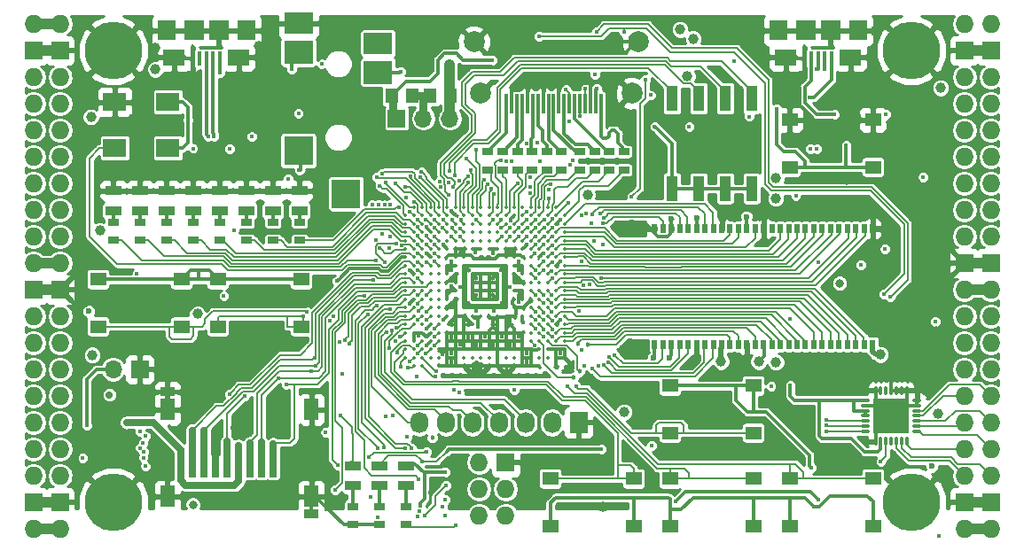
<source format=gtl>
G04 #@! TF.GenerationSoftware,KiCad,Pcbnew,5.0.0-rc3+dfsg1-1*
G04 #@! TF.CreationDate,2018-07-06T15:32:04+02:00*
G04 #@! TF.ProjectId,ulx3s,756C7833732E6B696361645F70636200,rev?*
G04 #@! TF.SameCoordinates,Original*
G04 #@! TF.FileFunction,Copper,L1,Top,Signal*
G04 #@! TF.FilePolarity,Positive*
%FSLAX46Y46*%
G04 Gerber Fmt 4.6, Leading zero omitted, Abs format (unit mm)*
G04 Created by KiCad (PCBNEW 5.0.0-rc3+dfsg1-1) date Fri Jul  6 15:32:04 2018*
%MOMM*%
%LPD*%
G01*
G04 APERTURE LIST*
G04 #@! TA.AperFunction,SMDPad,CuDef*
%ADD10R,0.300000X1.900000*%
G04 #@! TD*
G04 #@! TA.AperFunction,ComponentPad*
%ADD11C,2.000000*%
G04 #@! TD*
G04 #@! TA.AperFunction,SMDPad,CuDef*
%ADD12R,1.120000X2.440000*%
G04 #@! TD*
G04 #@! TA.AperFunction,SMDPad,CuDef*
%ADD13R,0.560000X0.900000*%
G04 #@! TD*
G04 #@! TA.AperFunction,ComponentPad*
%ADD14O,1.727200X1.727200*%
G04 #@! TD*
G04 #@! TA.AperFunction,ComponentPad*
%ADD15R,1.727200X1.727200*%
G04 #@! TD*
G04 #@! TA.AperFunction,ComponentPad*
%ADD16C,5.500000*%
G04 #@! TD*
G04 #@! TA.AperFunction,SMDPad,CuDef*
%ADD17O,0.850000X0.300000*%
G04 #@! TD*
G04 #@! TA.AperFunction,SMDPad,CuDef*
%ADD18O,0.300000X0.850000*%
G04 #@! TD*
G04 #@! TA.AperFunction,SMDPad,CuDef*
%ADD19R,1.675000X1.675000*%
G04 #@! TD*
G04 #@! TA.AperFunction,ComponentPad*
%ADD20R,1.727200X2.032000*%
G04 #@! TD*
G04 #@! TA.AperFunction,ComponentPad*
%ADD21O,1.727200X2.032000*%
G04 #@! TD*
G04 #@! TA.AperFunction,BGAPad,CuDef*
%ADD22C,0.350000*%
G04 #@! TD*
G04 #@! TA.AperFunction,SMDPad,CuDef*
%ADD23R,2.800000X2.000000*%
G04 #@! TD*
G04 #@! TA.AperFunction,SMDPad,CuDef*
%ADD24R,2.800000X2.200000*%
G04 #@! TD*
G04 #@! TA.AperFunction,SMDPad,CuDef*
%ADD25R,2.800000X2.800000*%
G04 #@! TD*
G04 #@! TA.AperFunction,SMDPad,CuDef*
%ADD26R,0.700000X1.500000*%
G04 #@! TD*
G04 #@! TA.AperFunction,SMDPad,CuDef*
%ADD27R,1.450000X0.900000*%
G04 #@! TD*
G04 #@! TA.AperFunction,SMDPad,CuDef*
%ADD28R,1.450000X2.000000*%
G04 #@! TD*
G04 #@! TA.AperFunction,SMDPad,CuDef*
%ADD29R,2.200000X1.800000*%
G04 #@! TD*
G04 #@! TA.AperFunction,SMDPad,CuDef*
%ADD30R,1.000000X0.670000*%
G04 #@! TD*
G04 #@! TA.AperFunction,SMDPad,CuDef*
%ADD31R,1.500000X0.970000*%
G04 #@! TD*
G04 #@! TA.AperFunction,ComponentPad*
%ADD32R,1.700000X1.700000*%
G04 #@! TD*
G04 #@! TA.AperFunction,ComponentPad*
%ADD33O,1.700000X1.700000*%
G04 #@! TD*
G04 #@! TA.AperFunction,SMDPad,CuDef*
%ADD34R,1.295000X1.400000*%
G04 #@! TD*
G04 #@! TA.AperFunction,SMDPad,CuDef*
%ADD35R,1.800000X1.900000*%
G04 #@! TD*
G04 #@! TA.AperFunction,SMDPad,CuDef*
%ADD36R,0.400000X1.350000*%
G04 #@! TD*
G04 #@! TA.AperFunction,SMDPad,CuDef*
%ADD37R,1.900000X1.900000*%
G04 #@! TD*
G04 #@! TA.AperFunction,SMDPad,CuDef*
%ADD38R,2.100000X1.600000*%
G04 #@! TD*
G04 #@! TA.AperFunction,SMDPad,CuDef*
%ADD39R,1.550000X1.300000*%
G04 #@! TD*
G04 #@! TA.AperFunction,ViaPad*
%ADD40C,0.400000*%
G04 #@! TD*
G04 #@! TA.AperFunction,ViaPad*
%ADD41C,2.000000*%
G04 #@! TD*
G04 #@! TA.AperFunction,ViaPad*
%ADD42C,0.454000*%
G04 #@! TD*
G04 #@! TA.AperFunction,ViaPad*
%ADD43C,0.600000*%
G04 #@! TD*
G04 #@! TA.AperFunction,ViaPad*
%ADD44C,1.000000*%
G04 #@! TD*
G04 #@! TA.AperFunction,ViaPad*
%ADD45C,0.800000*%
G04 #@! TD*
G04 #@! TA.AperFunction,ViaPad*
%ADD46C,0.700000*%
G04 #@! TD*
G04 #@! TA.AperFunction,Conductor*
%ADD47C,0.300000*%
G04 #@! TD*
G04 #@! TA.AperFunction,Conductor*
%ADD48C,0.500000*%
G04 #@! TD*
G04 #@! TA.AperFunction,Conductor*
%ADD49C,1.000000*%
G04 #@! TD*
G04 #@! TA.AperFunction,Conductor*
%ADD50C,0.700000*%
G04 #@! TD*
G04 #@! TA.AperFunction,Conductor*
%ADD51C,0.190000*%
G04 #@! TD*
G04 #@! TA.AperFunction,Conductor*
%ADD52C,0.800000*%
G04 #@! TD*
G04 #@! TA.AperFunction,Conductor*
%ADD53C,0.200000*%
G04 #@! TD*
G04 #@! TA.AperFunction,Conductor*
%ADD54C,0.127000*%
G04 #@! TD*
G04 #@! TA.AperFunction,Conductor*
%ADD55C,0.180000*%
G04 #@! TD*
G04 #@! TA.AperFunction,Conductor*
%ADD56C,0.254000*%
G04 #@! TD*
G04 APERTURE END LIST*
D10*
G04 #@! TO.P,GPDI1,19*
G04 #@! TO.N,/gpdi/GPDI_ETH-*
X149546000Y-70312000D03*
G04 #@! TO.P,GPDI1,18*
G04 #@! TO.N,+5V*
X149046000Y-70312000D03*
G04 #@! TO.P,GPDI1,17*
G04 #@! TO.N,GND*
X148546000Y-70312000D03*
G04 #@! TO.P,GPDI1,16*
G04 #@! TO.N,GPDI_SDA*
X148046000Y-70312000D03*
G04 #@! TO.P,GPDI1,15*
G04 #@! TO.N,GPDI_SCL*
X147546000Y-70312000D03*
G04 #@! TO.P,GPDI1,14*
G04 #@! TO.N,/gpdi/GPDI_ETH+*
X147046000Y-70312000D03*
G04 #@! TO.P,GPDI1,13*
G04 #@! TO.N,GPDI_CEC*
X146546000Y-70312000D03*
G04 #@! TO.P,GPDI1,12*
G04 #@! TO.N,/gpdi/GPDI_CLK-*
X146046000Y-70312000D03*
G04 #@! TO.P,GPDI1,11*
G04 #@! TO.N,GND*
X145546000Y-70312000D03*
G04 #@! TO.P,GPDI1,10*
G04 #@! TO.N,/gpdi/GPDI_CLK+*
X145046000Y-70312000D03*
G04 #@! TO.P,GPDI1,9*
G04 #@! TO.N,/gpdi/GPDI_D0-*
X144546000Y-70312000D03*
G04 #@! TO.P,GPDI1,8*
G04 #@! TO.N,GND*
X144046000Y-70312000D03*
G04 #@! TO.P,GPDI1,7*
G04 #@! TO.N,/gpdi/GPDI_D0+*
X143546000Y-70312000D03*
G04 #@! TO.P,GPDI1,6*
G04 #@! TO.N,/gpdi/GPDI_D1-*
X143046000Y-70312000D03*
G04 #@! TO.P,GPDI1,5*
G04 #@! TO.N,GND*
X142546000Y-70312000D03*
G04 #@! TO.P,GPDI1,4*
G04 #@! TO.N,/gpdi/GPDI_D1+*
X142046000Y-70312000D03*
G04 #@! TO.P,GPDI1,3*
G04 #@! TO.N,/gpdi/GPDI_D2-*
X141546000Y-70312000D03*
G04 #@! TO.P,GPDI1,2*
G04 #@! TO.N,GND*
X141046000Y-70312000D03*
G04 #@! TO.P,GPDI1,1*
G04 #@! TO.N,/gpdi/GPDI_D2+*
X140546000Y-70312000D03*
D11*
G04 #@! TO.P,GPDI1,0*
G04 #@! TO.N,GND*
X152546000Y-69312000D03*
X138046000Y-69312000D03*
X153146000Y-64412000D03*
X137446000Y-64412000D03*
G04 #@! TD*
D12*
G04 #@! TO.P,SW1,8*
G04 #@! TO.N,SW1*
X156330000Y-69815000D03*
G04 #@! TO.P,SW1,4*
G04 #@! TO.N,/blinkey/SWPU*
X163950000Y-78425000D03*
G04 #@! TO.P,SW1,7*
G04 #@! TO.N,SW2*
X158870000Y-69815000D03*
G04 #@! TO.P,SW1,3*
G04 #@! TO.N,/blinkey/SWPU*
X161410000Y-78425000D03*
G04 #@! TO.P,SW1,6*
G04 #@! TO.N,SW3*
X161410000Y-69815000D03*
G04 #@! TO.P,SW1,2*
G04 #@! TO.N,/blinkey/SWPU*
X158870000Y-78425000D03*
G04 #@! TO.P,SW1,5*
G04 #@! TO.N,SW4*
X163950000Y-69815000D03*
G04 #@! TO.P,SW1,1*
G04 #@! TO.N,/blinkey/SWPU*
X156330000Y-78425000D03*
G04 #@! TD*
D13*
G04 #@! TO.P,U2,28*
G04 #@! TO.N,GND*
X175493000Y-82270000D03*
G04 #@! TO.P,U2,1*
G04 #@! TO.N,+3V3*
X154693000Y-93330000D03*
G04 #@! TO.P,U2,2*
G04 #@! TO.N,SDRAM_D0*
X155493000Y-93330000D03*
G04 #@! TO.P,U2,3*
G04 #@! TO.N,+3V3*
X156293000Y-93330000D03*
G04 #@! TO.P,U2,4*
G04 #@! TO.N,SDRAM_D1*
X157093000Y-93330000D03*
G04 #@! TO.P,U2,5*
G04 #@! TO.N,SDRAM_D2*
X157893000Y-93330000D03*
G04 #@! TO.P,U2,6*
G04 #@! TO.N,GND*
X158693000Y-93330000D03*
G04 #@! TO.P,U2,7*
G04 #@! TO.N,SDRAM_D3*
X159493000Y-93330000D03*
G04 #@! TO.P,U2,8*
G04 #@! TO.N,SDRAM_D4*
X160293000Y-93330000D03*
G04 #@! TO.P,U2,9*
G04 #@! TO.N,+3V3*
X161093000Y-93330000D03*
G04 #@! TO.P,U2,10*
G04 #@! TO.N,SDRAM_D5*
X161893000Y-93330000D03*
G04 #@! TO.P,U2,11*
G04 #@! TO.N,SDRAM_D6*
X162693000Y-93330000D03*
G04 #@! TO.P,U2,12*
G04 #@! TO.N,GND*
X163493000Y-93330000D03*
G04 #@! TO.P,U2,13*
G04 #@! TO.N,SDRAM_D7*
X164293000Y-93330000D03*
G04 #@! TO.P,U2,14*
G04 #@! TO.N,+3V3*
X165093000Y-93330000D03*
G04 #@! TO.P,U2,15*
G04 #@! TO.N,SDRAM_DQM0*
X165893000Y-93330000D03*
G04 #@! TO.P,U2,16*
G04 #@! TO.N,SDRAM_nWE*
X166693000Y-93330000D03*
G04 #@! TO.P,U2,17*
G04 #@! TO.N,SDRAM_nCAS*
X167493000Y-93330000D03*
G04 #@! TO.P,U2,18*
G04 #@! TO.N,SDRAM_nRAS*
X168293000Y-93330000D03*
G04 #@! TO.P,U2,19*
G04 #@! TO.N,SDRAM_nCS*
X169093000Y-93330000D03*
G04 #@! TO.P,U2,20*
G04 #@! TO.N,SDRAM_BA0*
X169893000Y-93330000D03*
G04 #@! TO.P,U2,21*
G04 #@! TO.N,SDRAM_BA1*
X170693000Y-93330000D03*
G04 #@! TO.P,U2,22*
G04 #@! TO.N,SDRAM_A10*
X171493000Y-93330000D03*
G04 #@! TO.P,U2,23*
G04 #@! TO.N,SDRAM_A0*
X172293000Y-93330000D03*
G04 #@! TO.P,U2,24*
G04 #@! TO.N,SDRAM_A1*
X173093000Y-93330000D03*
G04 #@! TO.P,U2,25*
G04 #@! TO.N,SDRAM_A2*
X173893000Y-93330000D03*
G04 #@! TO.P,U2,26*
G04 #@! TO.N,SDRAM_A3*
X174693000Y-93330000D03*
G04 #@! TO.P,U2,27*
G04 #@! TO.N,+3V3*
X175493000Y-93330000D03*
G04 #@! TO.P,U2,29*
G04 #@! TO.N,SDRAM_A4*
X174693000Y-82270000D03*
G04 #@! TO.P,U2,30*
G04 #@! TO.N,SDRAM_A5*
X173893000Y-82270000D03*
G04 #@! TO.P,U2,31*
G04 #@! TO.N,SDRAM_A6*
X173093000Y-82270000D03*
G04 #@! TO.P,U2,32*
G04 #@! TO.N,SDRAM_A7*
X172293000Y-82270000D03*
G04 #@! TO.P,U2,33*
G04 #@! TO.N,SDRAM_A8*
X171493000Y-82270000D03*
G04 #@! TO.P,U2,34*
G04 #@! TO.N,SDRAM_A9*
X170693000Y-82270000D03*
G04 #@! TO.P,U2,35*
G04 #@! TO.N,SDRAM_A11*
X169893000Y-82270000D03*
G04 #@! TO.P,U2,36*
G04 #@! TO.N,SDRAM_A12*
X169093000Y-82270000D03*
G04 #@! TO.P,U2,37*
G04 #@! TO.N,SDRAM_CKE*
X168293000Y-82270000D03*
G04 #@! TO.P,U2,38*
G04 #@! TO.N,SDRAM_CLK*
X167493000Y-82270000D03*
G04 #@! TO.P,U2,39*
G04 #@! TO.N,SDRAM_DQM1*
X166693000Y-82270000D03*
G04 #@! TO.P,U2,40*
G04 #@! TO.N,N/C*
X165893000Y-82270000D03*
G04 #@! TO.P,U2,41*
G04 #@! TO.N,GND*
X165093000Y-82270000D03*
G04 #@! TO.P,U2,42*
G04 #@! TO.N,SDRAM_D8*
X164293000Y-82270000D03*
G04 #@! TO.P,U2,43*
G04 #@! TO.N,+3V3*
X163493000Y-82270000D03*
G04 #@! TO.P,U2,44*
G04 #@! TO.N,SDRAM_D9*
X162693000Y-82270000D03*
G04 #@! TO.P,U2,45*
G04 #@! TO.N,SDRAM_D10*
X161893000Y-82270000D03*
G04 #@! TO.P,U2,46*
G04 #@! TO.N,GND*
X161093000Y-82270000D03*
G04 #@! TO.P,U2,47*
G04 #@! TO.N,SDRAM_D11*
X160293000Y-82270000D03*
G04 #@! TO.P,U2,48*
G04 #@! TO.N,SDRAM_D12*
X159493000Y-82270000D03*
G04 #@! TO.P,U2,49*
G04 #@! TO.N,+3V3*
X158693000Y-82270000D03*
G04 #@! TO.P,U2,50*
G04 #@! TO.N,SDRAM_D13*
X157893000Y-82270000D03*
G04 #@! TO.P,U2,51*
G04 #@! TO.N,SDRAM_D14*
X157093000Y-82270000D03*
G04 #@! TO.P,U2,52*
G04 #@! TO.N,GND*
X156293000Y-82270000D03*
G04 #@! TO.P,U2,53*
G04 #@! TO.N,SDRAM_D15*
X155493000Y-82270000D03*
G04 #@! TO.P,U2,54*
G04 #@! TO.N,GND*
X154693000Y-82270000D03*
G04 #@! TD*
D14*
G04 #@! TO.P,J1,1*
G04 #@! TO.N,2V5_3V3*
X97910000Y-62690000D03*
G04 #@! TO.P,J1,2*
X95370000Y-62690000D03*
D15*
G04 #@! TO.P,J1,3*
G04 #@! TO.N,GND*
X97910000Y-65230000D03*
G04 #@! TO.P,J1,4*
X95370000Y-65230000D03*
D14*
G04 #@! TO.P,J1,5*
G04 #@! TO.N,GN0*
X97910000Y-67770000D03*
G04 #@! TO.P,J1,6*
G04 #@! TO.N,GP0*
X95370000Y-67770000D03*
G04 #@! TO.P,J1,7*
G04 #@! TO.N,GN1*
X97910000Y-70310000D03*
G04 #@! TO.P,J1,8*
G04 #@! TO.N,GP1*
X95370000Y-70310000D03*
G04 #@! TO.P,J1,9*
G04 #@! TO.N,GN2*
X97910000Y-72850000D03*
G04 #@! TO.P,J1,10*
G04 #@! TO.N,GP2*
X95370000Y-72850000D03*
G04 #@! TO.P,J1,11*
G04 #@! TO.N,GN3*
X97910000Y-75390000D03*
G04 #@! TO.P,J1,12*
G04 #@! TO.N,GP3*
X95370000Y-75390000D03*
G04 #@! TO.P,J1,13*
G04 #@! TO.N,GN4*
X97910000Y-77930000D03*
G04 #@! TO.P,J1,14*
G04 #@! TO.N,GP4*
X95370000Y-77930000D03*
G04 #@! TO.P,J1,15*
G04 #@! TO.N,GN5*
X97910000Y-80470000D03*
G04 #@! TO.P,J1,16*
G04 #@! TO.N,GP5*
X95370000Y-80470000D03*
G04 #@! TO.P,J1,17*
G04 #@! TO.N,GN6*
X97910000Y-83010000D03*
G04 #@! TO.P,J1,18*
G04 #@! TO.N,GP6*
X95370000Y-83010000D03*
G04 #@! TO.P,J1,19*
G04 #@! TO.N,2V5_3V3*
X97910000Y-85550000D03*
G04 #@! TO.P,J1,20*
X95370000Y-85550000D03*
D15*
G04 #@! TO.P,J1,21*
G04 #@! TO.N,GND*
X97910000Y-88090000D03*
G04 #@! TO.P,J1,22*
X95370000Y-88090000D03*
D14*
G04 #@! TO.P,J1,23*
G04 #@! TO.N,GN7*
X97910000Y-90630000D03*
G04 #@! TO.P,J1,24*
G04 #@! TO.N,GP7*
X95370000Y-90630000D03*
G04 #@! TO.P,J1,25*
G04 #@! TO.N,GN8*
X97910000Y-93170000D03*
G04 #@! TO.P,J1,26*
G04 #@! TO.N,GP8*
X95370000Y-93170000D03*
G04 #@! TO.P,J1,27*
G04 #@! TO.N,GN9*
X97910000Y-95710000D03*
G04 #@! TO.P,J1,28*
G04 #@! TO.N,GP9*
X95370000Y-95710000D03*
G04 #@! TO.P,J1,29*
G04 #@! TO.N,GN10*
X97910000Y-98250000D03*
G04 #@! TO.P,J1,30*
G04 #@! TO.N,GP10*
X95370000Y-98250000D03*
G04 #@! TO.P,J1,31*
G04 #@! TO.N,GN11*
X97910000Y-100790000D03*
G04 #@! TO.P,J1,32*
G04 #@! TO.N,GP11*
X95370000Y-100790000D03*
G04 #@! TO.P,J1,33*
G04 #@! TO.N,GN12*
X97910000Y-103330000D03*
G04 #@! TO.P,J1,34*
G04 #@! TO.N,GP12*
X95370000Y-103330000D03*
G04 #@! TO.P,J1,35*
G04 #@! TO.N,GN13*
X97910000Y-105870000D03*
G04 #@! TO.P,J1,36*
G04 #@! TO.N,GP13*
X95370000Y-105870000D03*
D15*
G04 #@! TO.P,J1,37*
G04 #@! TO.N,GND*
X97910000Y-108410000D03*
G04 #@! TO.P,J1,38*
X95370000Y-108410000D03*
D14*
G04 #@! TO.P,J1,39*
G04 #@! TO.N,2V5_3V3*
X97910000Y-110950000D03*
G04 #@! TO.P,J1,40*
X95370000Y-110950000D03*
G04 #@! TD*
G04 #@! TO.P,J2,1*
G04 #@! TO.N,+3V3*
X184270000Y-110950000D03*
G04 #@! TO.P,J2,2*
X186810000Y-110950000D03*
D15*
G04 #@! TO.P,J2,3*
G04 #@! TO.N,GND*
X184270000Y-108410000D03*
G04 #@! TO.P,J2,4*
X186810000Y-108410000D03*
D14*
G04 #@! TO.P,J2,5*
G04 #@! TO.N,GN14*
X184270000Y-105870000D03*
G04 #@! TO.P,J2,6*
G04 #@! TO.N,GP14*
X186810000Y-105870000D03*
G04 #@! TO.P,J2,7*
G04 #@! TO.N,GN15*
X184270000Y-103330000D03*
G04 #@! TO.P,J2,8*
G04 #@! TO.N,GP15*
X186810000Y-103330000D03*
G04 #@! TO.P,J2,9*
G04 #@! TO.N,GN16*
X184270000Y-100790000D03*
G04 #@! TO.P,J2,10*
G04 #@! TO.N,GP16*
X186810000Y-100790000D03*
G04 #@! TO.P,J2,11*
G04 #@! TO.N,GN17*
X184270000Y-98250000D03*
G04 #@! TO.P,J2,12*
G04 #@! TO.N,GP17*
X186810000Y-98250000D03*
G04 #@! TO.P,J2,13*
G04 #@! TO.N,GN18*
X184270000Y-95710000D03*
G04 #@! TO.P,J2,14*
G04 #@! TO.N,GP18*
X186810000Y-95710000D03*
G04 #@! TO.P,J2,15*
G04 #@! TO.N,GN19*
X184270000Y-93170000D03*
G04 #@! TO.P,J2,16*
G04 #@! TO.N,GP19*
X186810000Y-93170000D03*
G04 #@! TO.P,J2,17*
G04 #@! TO.N,GN20*
X184270000Y-90630000D03*
G04 #@! TO.P,J2,18*
G04 #@! TO.N,GP20*
X186810000Y-90630000D03*
G04 #@! TO.P,J2,19*
G04 #@! TO.N,+3V3*
X184270000Y-88090000D03*
G04 #@! TO.P,J2,20*
X186810000Y-88090000D03*
D15*
G04 #@! TO.P,J2,21*
G04 #@! TO.N,GND*
X184270000Y-85550000D03*
G04 #@! TO.P,J2,22*
X186810000Y-85550000D03*
D14*
G04 #@! TO.P,J2,23*
G04 #@! TO.N,GN21*
X184270000Y-83010000D03*
G04 #@! TO.P,J2,24*
G04 #@! TO.N,GP21*
X186810000Y-83010000D03*
G04 #@! TO.P,J2,25*
G04 #@! TO.N,GN22*
X184270000Y-80470000D03*
G04 #@! TO.P,J2,26*
G04 #@! TO.N,GP22*
X186810000Y-80470000D03*
G04 #@! TO.P,J2,27*
G04 #@! TO.N,GN23*
X184270000Y-77930000D03*
G04 #@! TO.P,J2,28*
G04 #@! TO.N,GP23*
X186810000Y-77930000D03*
G04 #@! TO.P,J2,29*
G04 #@! TO.N,GN24*
X184270000Y-75390000D03*
G04 #@! TO.P,J2,30*
G04 #@! TO.N,GP24*
X186810000Y-75390000D03*
G04 #@! TO.P,J2,31*
G04 #@! TO.N,GN25*
X184270000Y-72850000D03*
G04 #@! TO.P,J2,32*
G04 #@! TO.N,GP25*
X186810000Y-72850000D03*
G04 #@! TO.P,J2,33*
G04 #@! TO.N,GN26*
X184270000Y-70310000D03*
G04 #@! TO.P,J2,34*
G04 #@! TO.N,GP26*
X186810000Y-70310000D03*
G04 #@! TO.P,J2,35*
G04 #@! TO.N,GN27*
X184270000Y-67770000D03*
G04 #@! TO.P,J2,36*
G04 #@! TO.N,GP27*
X186810000Y-67770000D03*
D15*
G04 #@! TO.P,J2,37*
G04 #@! TO.N,GND*
X184270000Y-65230000D03*
G04 #@! TO.P,J2,38*
X186810000Y-65230000D03*
D14*
G04 #@! TO.P,J2,39*
G04 #@! TO.N,/gpio/IN5V*
X184270000Y-62690000D03*
G04 #@! TO.P,J2,40*
G04 #@! TO.N,/gpio/OUT5V*
X186810000Y-62690000D03*
G04 #@! TD*
D16*
G04 #@! TO.P,H1,1*
G04 #@! TO.N,GND*
X102990000Y-108410000D03*
G04 #@! TD*
G04 #@! TO.P,H2,1*
G04 #@! TO.N,GND*
X179190000Y-108410000D03*
G04 #@! TD*
G04 #@! TO.P,H3,1*
G04 #@! TO.N,GND*
X179190000Y-65230000D03*
G04 #@! TD*
G04 #@! TO.P,H4,1*
G04 #@! TO.N,GND*
X102990000Y-65230000D03*
G04 #@! TD*
D15*
G04 #@! TO.P,J4,1*
G04 #@! TO.N,GND*
X140455000Y-104600000D03*
D14*
G04 #@! TO.P,J4,2*
G04 #@! TO.N,+3V3*
X137915000Y-104600000D03*
G04 #@! TO.P,J4,3*
G04 #@! TO.N,JTAG_TDI*
X140455000Y-107140000D03*
G04 #@! TO.P,J4,4*
G04 #@! TO.N,JTAG_TCK*
X137915000Y-107140000D03*
G04 #@! TO.P,J4,5*
G04 #@! TO.N,JTAG_TMS*
X140455000Y-109680000D03*
G04 #@! TO.P,J4,6*
G04 #@! TO.N,JTAG_TDO*
X137915000Y-109680000D03*
G04 #@! TD*
D17*
G04 #@! TO.P,U8,1*
G04 #@! TO.N,GP15*
X179735000Y-101655000D03*
G04 #@! TO.P,U8,2*
G04 #@! TO.N,GN16*
X179735000Y-101155000D03*
G04 #@! TO.P,U8,3*
G04 #@! TO.N,GP16*
X179735000Y-100655000D03*
G04 #@! TO.P,U8,4*
G04 #@! TO.N,GN17*
X179735000Y-100155000D03*
G04 #@! TO.P,U8,5*
G04 #@! TO.N,GP17*
X179735000Y-99655000D03*
G04 #@! TO.P,U8,6*
G04 #@! TO.N,GND*
X179735000Y-99155000D03*
G04 #@! TO.P,U8,7*
X179735000Y-98655000D03*
D18*
G04 #@! TO.P,U8,8*
X178785000Y-97705000D03*
G04 #@! TO.P,U8,9*
X178285000Y-97705000D03*
G04 #@! TO.P,U8,10*
X177785000Y-97705000D03*
G04 #@! TO.P,U8,11*
X177285000Y-97705000D03*
G04 #@! TO.P,U8,12*
G04 #@! TO.N,Net-(U8-Pad12)*
X176785000Y-97705000D03*
G04 #@! TO.P,U8,13*
G04 #@! TO.N,GND*
X176285000Y-97705000D03*
G04 #@! TO.P,U8,14*
X175785000Y-97705000D03*
D17*
G04 #@! TO.P,U8,15*
G04 #@! TO.N,/analog/ADC3V3*
X174835000Y-98655000D03*
G04 #@! TO.P,U8,16*
G04 #@! TO.N,GND*
X174835000Y-99155000D03*
G04 #@! TO.P,U8,17*
G04 #@! TO.N,/analog/ADC3V3*
X174835000Y-99655000D03*
G04 #@! TO.P,U8,18*
X174835000Y-100155000D03*
G04 #@! TO.P,U8,19*
G04 #@! TO.N,ADC_SCLK*
X174835000Y-100655000D03*
G04 #@! TO.P,U8,20*
G04 #@! TO.N,ADC_CSn*
X174835000Y-101155000D03*
G04 #@! TO.P,U8,21*
G04 #@! TO.N,ADC_MOSI*
X174835000Y-101655000D03*
D18*
G04 #@! TO.P,U8,22*
G04 #@! TO.N,GND*
X175785000Y-102605000D03*
G04 #@! TO.P,U8,23*
G04 #@! TO.N,/analog/ADC3V3*
X176285000Y-102605000D03*
G04 #@! TO.P,U8,24*
G04 #@! TO.N,ADC_MISO*
X176785000Y-102605000D03*
G04 #@! TO.P,U8,25*
G04 #@! TO.N,Net-(U8-Pad25)*
X177285000Y-102605000D03*
G04 #@! TO.P,U8,26*
G04 #@! TO.N,GN14*
X177785000Y-102605000D03*
G04 #@! TO.P,U8,27*
G04 #@! TO.N,GP14*
X178285000Y-102605000D03*
G04 #@! TO.P,U8,28*
G04 #@! TO.N,GN15*
X178785000Y-102605000D03*
D19*
G04 #@! TO.P,U8,29*
G04 #@! TO.N,GND*
X176447500Y-99317500D03*
X176447500Y-100992500D03*
X178122500Y-99317500D03*
X178122500Y-100992500D03*
G04 #@! TD*
D20*
G04 #@! TO.P,OLED1,1*
G04 #@! TO.N,GND*
X147440000Y-100790000D03*
D21*
G04 #@! TO.P,OLED1,2*
G04 #@! TO.N,+3V3*
X144900000Y-100790000D03*
G04 #@! TO.P,OLED1,3*
G04 #@! TO.N,OLED_CLK*
X142360000Y-100790000D03*
G04 #@! TO.P,OLED1,4*
G04 #@! TO.N,OLED_MOSI*
X139820000Y-100790000D03*
G04 #@! TO.P,OLED1,5*
G04 #@! TO.N,OLED_RES*
X137280000Y-100790000D03*
G04 #@! TO.P,OLED1,6*
G04 #@! TO.N,OLED_DC*
X134740000Y-100790000D03*
G04 #@! TO.P,OLED1,7*
G04 #@! TO.N,OLED_CS*
X132200000Y-100790000D03*
G04 #@! TD*
D22*
G04 #@! TO.P,U1,A2*
G04 #@! TO.N,GP9*
X131680000Y-80200000D03*
G04 #@! TO.P,U1,A3*
G04 #@! TO.N,AUDIO_R0*
X132480000Y-80200000D03*
G04 #@! TO.P,U1,A4*
G04 #@! TO.N,GP8*
X133280000Y-80200000D03*
G04 #@! TO.P,U1,A5*
G04 #@! TO.N,GN8*
X134080000Y-80200000D03*
G04 #@! TO.P,U1,A6*
G04 #@! TO.N,GP7*
X134880000Y-80200000D03*
G04 #@! TO.P,U1,A7*
G04 #@! TO.N,GP4*
X135680000Y-80200000D03*
G04 #@! TO.P,U1,A8*
G04 #@! TO.N,GN4*
X136480000Y-80200000D03*
G04 #@! TO.P,U1,A9*
G04 #@! TO.N,GP2*
X137280000Y-80200000D03*
G04 #@! TO.P,U1,A10*
G04 #@! TO.N,GP1*
X138080000Y-80200000D03*
G04 #@! TO.P,U1,A11*
G04 #@! TO.N,GN1*
X138880000Y-80200000D03*
G04 #@! TO.P,U1,A12*
G04 #@! TO.N,FPDI_D2+*
X139680000Y-80200000D03*
G04 #@! TO.P,U1,A13*
G04 #@! TO.N,FPDI_D2-*
X140480000Y-80200000D03*
G04 #@! TO.P,U1,A14*
G04 #@! TO.N,FPDI_D1+*
X141280000Y-80200000D03*
G04 #@! TO.P,U1,A15*
G04 #@! TO.N,Net-(U1-PadA15)*
X142080000Y-80200000D03*
G04 #@! TO.P,U1,A16*
G04 #@! TO.N,FPDI_D0+*
X142880000Y-80200000D03*
G04 #@! TO.P,U1,A17*
G04 #@! TO.N,FPDI_CLK+*
X143680000Y-80200000D03*
G04 #@! TO.P,U1,A18*
G04 #@! TO.N,/gpdi/FPDI_CEC*
X144480000Y-80200000D03*
G04 #@! TO.P,U1,A19*
G04 #@! TO.N,FPDI_ETH+*
X145280000Y-80200000D03*
G04 #@! TO.P,U1,B1*
G04 #@! TO.N,GN9*
X130880000Y-81000000D03*
G04 #@! TO.P,U1,B2*
G04 #@! TO.N,LED0*
X131680000Y-81000000D03*
G04 #@! TO.P,U1,B3*
G04 #@! TO.N,AUDIO_L3*
X132480000Y-81000000D03*
G04 #@! TO.P,U1,B4*
G04 #@! TO.N,GN10*
X133280000Y-81000000D03*
G04 #@! TO.P,U1,B5*
G04 #@! TO.N,AUDIO_R1*
X134080000Y-81000000D03*
G04 #@! TO.P,U1,B6*
G04 #@! TO.N,GN7*
X134880000Y-81000000D03*
G04 #@! TO.P,U1,B7*
G04 #@! TO.N,GND*
X135680000Y-81000000D03*
G04 #@! TO.P,U1,B8*
G04 #@! TO.N,GN5*
X136480000Y-81000000D03*
G04 #@! TO.P,U1,B9*
G04 #@! TO.N,GP3*
X137280000Y-81000000D03*
G04 #@! TO.P,U1,B10*
G04 #@! TO.N,GN2*
X138080000Y-81000000D03*
G04 #@! TO.P,U1,B11*
G04 #@! TO.N,GP0*
X138880000Y-81000000D03*
G04 #@! TO.P,U1,B12*
G04 #@! TO.N,USB_FPGA_PULL_D+*
X139680000Y-81000000D03*
G04 #@! TO.P,U1,B13*
G04 #@! TO.N,GP26*
X140480000Y-81000000D03*
G04 #@! TO.P,U1,B14*
G04 #@! TO.N,GND*
X141280000Y-81000000D03*
G04 #@! TO.P,U1,B15*
G04 #@! TO.N,GP22*
X142080000Y-81000000D03*
G04 #@! TO.P,U1,B16*
G04 #@! TO.N,FPDI_D0-*
X142880000Y-81000000D03*
G04 #@! TO.P,U1,B17*
G04 #@! TO.N,GP23*
X143680000Y-81000000D03*
G04 #@! TO.P,U1,B18*
G04 #@! TO.N,FPDI_CLK-*
X144480000Y-81000000D03*
G04 #@! TO.P,U1,B19*
G04 #@! TO.N,FPDI_SDA*
X145280000Y-81000000D03*
G04 #@! TO.P,U1,B20*
G04 #@! TO.N,FPDI_ETH-*
X146080000Y-81000000D03*
G04 #@! TO.P,U1,C1*
G04 #@! TO.N,LED2*
X130880000Y-81800000D03*
G04 #@! TO.P,U1,C2*
G04 #@! TO.N,LED1*
X131680000Y-81800000D03*
G04 #@! TO.P,U1,C3*
G04 #@! TO.N,AUDIO_L2*
X132480000Y-81800000D03*
G04 #@! TO.P,U1,C4*
G04 #@! TO.N,GP10*
X133280000Y-81800000D03*
G04 #@! TO.P,U1,C5*
G04 #@! TO.N,AUDIO_R3*
X134080000Y-81800000D03*
G04 #@! TO.P,U1,C6*
G04 #@! TO.N,GP6*
X134880000Y-81800000D03*
G04 #@! TO.P,U1,C7*
G04 #@! TO.N,GN6*
X135680000Y-81800000D03*
G04 #@! TO.P,U1,C8*
G04 #@! TO.N,GP5*
X136480000Y-81800000D03*
G04 #@! TO.P,U1,C9*
G04 #@! TO.N,Net-(U1-PadC9)*
X137280000Y-81800000D03*
G04 #@! TO.P,U1,C10*
G04 #@! TO.N,GN3*
X138080000Y-81800000D03*
G04 #@! TO.P,U1,C11*
G04 #@! TO.N,GN0*
X138880000Y-81800000D03*
G04 #@! TO.P,U1,C12*
G04 #@! TO.N,USB_FPGA_PULL_D-*
X139680000Y-81800000D03*
G04 #@! TO.P,U1,C13*
G04 #@! TO.N,GN26*
X140480000Y-81800000D03*
G04 #@! TO.P,U1,C14*
G04 #@! TO.N,FPDI_D1-*
X141280000Y-81800000D03*
G04 #@! TO.P,U1,C15*
G04 #@! TO.N,GN22*
X142080000Y-81800000D03*
G04 #@! TO.P,U1,C16*
G04 #@! TO.N,GP24*
X142880000Y-81800000D03*
G04 #@! TO.P,U1,C17*
G04 #@! TO.N,GN23*
X143680000Y-81800000D03*
G04 #@! TO.P,U1,C18*
G04 #@! TO.N,GP21*
X144480000Y-81800000D03*
G04 #@! TO.P,U1,C19*
G04 #@! TO.N,GND*
X145280000Y-81800000D03*
G04 #@! TO.P,U1,C20*
G04 #@! TO.N,SDRAM_D11*
X146080000Y-81800000D03*
G04 #@! TO.P,U1,D1*
G04 #@! TO.N,LED4*
X130880000Y-82600000D03*
G04 #@! TO.P,U1,D2*
G04 #@! TO.N,LED3*
X131680000Y-82600000D03*
G04 #@! TO.P,U1,D3*
G04 #@! TO.N,AUDIO_L1*
X132480000Y-82600000D03*
G04 #@! TO.P,U1,D4*
G04 #@! TO.N,GND*
X133280000Y-82600000D03*
G04 #@! TO.P,U1,D5*
G04 #@! TO.N,AUDIO_R2*
X134080000Y-82600000D03*
G04 #@! TO.P,U1,D6*
G04 #@! TO.N,BTN_PWRn*
X134880000Y-82600000D03*
G04 #@! TO.P,U1,D7*
G04 #@! TO.N,SW3*
X135680000Y-82600000D03*
G04 #@! TO.P,U1,D8*
G04 #@! TO.N,SW2*
X136480000Y-82600000D03*
G04 #@! TO.P,U1,D9*
G04 #@! TO.N,Net-(U1-PadD9)*
X137280000Y-82600000D03*
G04 #@! TO.P,U1,D10*
G04 #@! TO.N,Net-(U1-PadD10)*
X138080000Y-82600000D03*
G04 #@! TO.P,U1,D11*
G04 #@! TO.N,Net-(U1-PadD11)*
X138880000Y-82600000D03*
G04 #@! TO.P,U1,D12*
G04 #@! TO.N,Net-(U1-PadD12)*
X139680000Y-82600000D03*
G04 #@! TO.P,U1,D13*
G04 #@! TO.N,GP27*
X140480000Y-82600000D03*
G04 #@! TO.P,U1,D14*
G04 #@! TO.N,GP25*
X141280000Y-82600000D03*
G04 #@! TO.P,U1,D15*
G04 #@! TO.N,USB_FPGA_D+*
X142080000Y-82600000D03*
G04 #@! TO.P,U1,D16*
G04 #@! TO.N,GN24*
X142880000Y-82600000D03*
G04 #@! TO.P,U1,D17*
G04 #@! TO.N,GN21*
X143680000Y-82600000D03*
G04 #@! TO.P,U1,D18*
G04 #@! TO.N,GP20*
X144480000Y-82600000D03*
G04 #@! TO.P,U1,D19*
G04 #@! TO.N,SDRAM_D10*
X145280000Y-82600000D03*
G04 #@! TO.P,U1,D20*
G04 #@! TO.N,SDRAM_D9*
X146080000Y-82600000D03*
G04 #@! TO.P,U1,E1*
G04 #@! TO.N,LED6*
X130880000Y-83400000D03*
G04 #@! TO.P,U1,E2*
G04 #@! TO.N,LED5*
X131680000Y-83400000D03*
G04 #@! TO.P,U1,E3*
G04 #@! TO.N,GN11*
X132480000Y-83400000D03*
G04 #@! TO.P,U1,E4*
G04 #@! TO.N,AUDIO_L0*
X133280000Y-83400000D03*
G04 #@! TO.P,U1,E5*
G04 #@! TO.N,AUDIO_V3*
X134080000Y-83400000D03*
G04 #@! TO.P,U1,E6*
G04 #@! TO.N,Net-(U1-PadE6)*
X134880000Y-83400000D03*
G04 #@! TO.P,U1,E7*
G04 #@! TO.N,SW4*
X135680000Y-83400000D03*
G04 #@! TO.P,U1,E8*
G04 #@! TO.N,SW1*
X136480000Y-83400000D03*
G04 #@! TO.P,U1,E9*
G04 #@! TO.N,Net-(U1-PadE9)*
X137280000Y-83400000D03*
G04 #@! TO.P,U1,E10*
G04 #@! TO.N,Net-(U1-PadE10)*
X138080000Y-83400000D03*
G04 #@! TO.P,U1,E11*
G04 #@! TO.N,Net-(U1-PadE11)*
X138880000Y-83400000D03*
G04 #@! TO.P,U1,E12*
G04 #@! TO.N,FPDI_SCL*
X139680000Y-83400000D03*
G04 #@! TO.P,U1,E13*
G04 #@! TO.N,GN27*
X140480000Y-83400000D03*
G04 #@! TO.P,U1,E14*
G04 #@! TO.N,GN25*
X141280000Y-83400000D03*
G04 #@! TO.P,U1,E15*
G04 #@! TO.N,USB_FPGA_D-*
X142080000Y-83400000D03*
G04 #@! TO.P,U1,E16*
G04 #@! TO.N,USB_FPGA_D+*
X142880000Y-83400000D03*
G04 #@! TO.P,U1,E17*
G04 #@! TO.N,GN20*
X143680000Y-83400000D03*
G04 #@! TO.P,U1,E18*
G04 #@! TO.N,SDRAM_D12*
X144480000Y-83400000D03*
G04 #@! TO.P,U1,E19*
G04 #@! TO.N,SDRAM_D8*
X145280000Y-83400000D03*
G04 #@! TO.P,U1,E20*
G04 #@! TO.N,SDRAM_DQM1*
X146080000Y-83400000D03*
G04 #@! TO.P,U1,F1*
G04 #@! TO.N,WIFI_EN*
X130880000Y-84200000D03*
G04 #@! TO.P,U1,F2*
G04 #@! TO.N,AUDIO_V1*
X131680000Y-84200000D03*
G04 #@! TO.P,U1,F3*
G04 #@! TO.N,GN12*
X132480000Y-84200000D03*
G04 #@! TO.P,U1,F4*
G04 #@! TO.N,GP11*
X133280000Y-84200000D03*
G04 #@! TO.P,U1,F5*
G04 #@! TO.N,AUDIO_V2*
X134080000Y-84200000D03*
G04 #@! TO.P,U1,F6*
G04 #@! TO.N,+2V5*
X134880000Y-84200000D03*
G04 #@! TO.P,U1,F7*
G04 #@! TO.N,GND*
X135680000Y-84200000D03*
G04 #@! TO.P,U1,F8*
X136480000Y-84200000D03*
G04 #@! TO.P,U1,F9*
G04 #@! TO.N,2V5_3V3*
X137280000Y-84200000D03*
G04 #@! TO.P,U1,F10*
X138080000Y-84200000D03*
G04 #@! TO.P,U1,F11*
G04 #@! TO.N,+3V3*
X138880000Y-84200000D03*
G04 #@! TO.P,U1,F12*
X139680000Y-84200000D03*
G04 #@! TO.P,U1,F13*
G04 #@! TO.N,GND*
X140480000Y-84200000D03*
G04 #@! TO.P,U1,F14*
X141280000Y-84200000D03*
G04 #@! TO.P,U1,F15*
G04 #@! TO.N,+2V5*
X142080000Y-84200000D03*
G04 #@! TO.P,U1,F16*
G04 #@! TO.N,USB_FPGA_D-*
X142880000Y-84200000D03*
G04 #@! TO.P,U1,F17*
G04 #@! TO.N,GP19*
X143680000Y-84200000D03*
G04 #@! TO.P,U1,F18*
G04 #@! TO.N,SDRAM_D13*
X144480000Y-84200000D03*
G04 #@! TO.P,U1,F19*
G04 #@! TO.N,SDRAM_CLK*
X145280000Y-84200000D03*
G04 #@! TO.P,U1,F20*
G04 #@! TO.N,SDRAM_CKE*
X146080000Y-84200000D03*
G04 #@! TO.P,U1,G1*
G04 #@! TO.N,/usb/ANT_433MHz*
X130880000Y-85000000D03*
G04 #@! TO.P,U1,G2*
G04 #@! TO.N,CLK_25MHz*
X131680000Y-85000000D03*
G04 #@! TO.P,U1,G3*
G04 #@! TO.N,GP12*
X132480000Y-85000000D03*
G04 #@! TO.P,U1,G4*
G04 #@! TO.N,GND*
X133280000Y-85000000D03*
G04 #@! TO.P,U1,G5*
G04 #@! TO.N,GN13*
X134080000Y-85000000D03*
G04 #@! TO.P,U1,G6*
G04 #@! TO.N,GND*
X134880000Y-85000000D03*
G04 #@! TO.P,U1,G7*
X135680000Y-85000000D03*
G04 #@! TO.P,U1,G8*
X136480000Y-85000000D03*
G04 #@! TO.P,U1,G9*
X137280000Y-85000000D03*
G04 #@! TO.P,U1,G10*
X138080000Y-85000000D03*
G04 #@! TO.P,U1,G11*
X138880000Y-85000000D03*
G04 #@! TO.P,U1,G12*
X139680000Y-85000000D03*
G04 #@! TO.P,U1,G13*
X140480000Y-85000000D03*
G04 #@! TO.P,U1,G14*
X141280000Y-85000000D03*
G04 #@! TO.P,U1,G15*
X142080000Y-85000000D03*
G04 #@! TO.P,U1,G16*
G04 #@! TO.N,SHUTDOWN*
X142880000Y-85000000D03*
G04 #@! TO.P,U1,G17*
G04 #@! TO.N,GND*
X143680000Y-85000000D03*
G04 #@! TO.P,U1,G18*
G04 #@! TO.N,GN19*
X144480000Y-85000000D03*
G04 #@! TO.P,U1,G19*
G04 #@! TO.N,SDRAM_A12*
X145280000Y-85000000D03*
G04 #@! TO.P,U1,G20*
G04 #@! TO.N,SDRAM_A11*
X146080000Y-85000000D03*
G04 #@! TO.P,U1,H1*
G04 #@! TO.N,SD_D1*
X130880000Y-85800000D03*
G04 #@! TO.P,U1,H2*
G04 #@! TO.N,SD_CLK*
X131680000Y-85800000D03*
G04 #@! TO.P,U1,H3*
G04 #@! TO.N,LED7*
X132480000Y-85800000D03*
G04 #@! TO.P,U1,H4*
G04 #@! TO.N,GP13*
X133280000Y-85800000D03*
G04 #@! TO.P,U1,H5*
G04 #@! TO.N,AUDIO_V0*
X134080000Y-85800000D03*
G04 #@! TO.P,U1,H6*
G04 #@! TO.N,2V5_3V3*
X134880000Y-85800000D03*
G04 #@! TO.P,U1,H7*
X135680000Y-85800000D03*
G04 #@! TO.P,U1,H8*
G04 #@! TO.N,+1V1*
X136480000Y-85800000D03*
G04 #@! TO.P,U1,H9*
X137280000Y-85800000D03*
G04 #@! TO.P,U1,H10*
X138080000Y-85800000D03*
G04 #@! TO.P,U1,H11*
X138880000Y-85800000D03*
G04 #@! TO.P,U1,H12*
X139680000Y-85800000D03*
G04 #@! TO.P,U1,H13*
X140480000Y-85800000D03*
G04 #@! TO.P,U1,H14*
G04 #@! TO.N,+3V3*
X141280000Y-85800000D03*
G04 #@! TO.P,U1,H15*
X142080000Y-85800000D03*
G04 #@! TO.P,U1,H16*
G04 #@! TO.N,BTN_R*
X142880000Y-85800000D03*
G04 #@! TO.P,U1,H17*
G04 #@! TO.N,GN18*
X143680000Y-85800000D03*
G04 #@! TO.P,U1,H18*
G04 #@! TO.N,GP18*
X144480000Y-85800000D03*
G04 #@! TO.P,U1,H19*
G04 #@! TO.N,GND*
X145280000Y-85800000D03*
G04 #@! TO.P,U1,H20*
G04 #@! TO.N,SDRAM_A9*
X146080000Y-85800000D03*
G04 #@! TO.P,U1,J1*
G04 #@! TO.N,SD_CMD*
X130880000Y-86600000D03*
G04 #@! TO.P,U1,J2*
G04 #@! TO.N,GND*
X131680000Y-86600000D03*
G04 #@! TO.P,U1,J3*
G04 #@! TO.N,SD_D0*
X132480000Y-86600000D03*
G04 #@! TO.P,U1,J4*
G04 #@! TO.N,Net-(U1-PadJ4)*
X133280000Y-86600000D03*
G04 #@! TO.P,U1,J5*
G04 #@! TO.N,Net-(U1-PadJ5)*
X134080000Y-86600000D03*
G04 #@! TO.P,U1,J6*
G04 #@! TO.N,2V5_3V3*
X134880000Y-86600000D03*
G04 #@! TO.P,U1,J7*
G04 #@! TO.N,GND*
X135680000Y-86600000D03*
G04 #@! TO.P,U1,J8*
G04 #@! TO.N,+1V1*
X136480000Y-86600000D03*
G04 #@! TO.P,U1,J9*
G04 #@! TO.N,GND*
X137280000Y-86600000D03*
G04 #@! TO.P,U1,J10*
X138080000Y-86600000D03*
G04 #@! TO.P,U1,J11*
X138880000Y-86600000D03*
G04 #@! TO.P,U1,J12*
X139680000Y-86600000D03*
G04 #@! TO.P,U1,J13*
G04 #@! TO.N,+1V1*
X140480000Y-86600000D03*
G04 #@! TO.P,U1,J14*
G04 #@! TO.N,GND*
X141280000Y-86600000D03*
G04 #@! TO.P,U1,J15*
G04 #@! TO.N,+3V3*
X142080000Y-86600000D03*
G04 #@! TO.P,U1,J16*
G04 #@! TO.N,SDRAM_D0*
X142880000Y-86600000D03*
G04 #@! TO.P,U1,J17*
G04 #@! TO.N,SDRAM_D15*
X143680000Y-86600000D03*
G04 #@! TO.P,U1,J18*
G04 #@! TO.N,SDRAM_D14*
X144480000Y-86600000D03*
G04 #@! TO.P,U1,J19*
G04 #@! TO.N,SDRAM_A8*
X145280000Y-86600000D03*
G04 #@! TO.P,U1,J20*
G04 #@! TO.N,SDRAM_A7*
X146080000Y-86600000D03*
G04 #@! TO.P,U1,K1*
G04 #@! TO.N,SD_D2*
X130880000Y-87400000D03*
G04 #@! TO.P,U1,K2*
G04 #@! TO.N,SD_D3*
X131680000Y-87400000D03*
G04 #@! TO.P,U1,K3*
G04 #@! TO.N,WIFI_RXD*
X132480000Y-87400000D03*
G04 #@! TO.P,U1,K4*
G04 #@! TO.N,WIFI_TXD*
X133280000Y-87400000D03*
G04 #@! TO.P,U1,K5*
G04 #@! TO.N,Net-(U1-PadK5)*
X134080000Y-87400000D03*
G04 #@! TO.P,U1,K6*
G04 #@! TO.N,GND*
X134880000Y-87400000D03*
G04 #@! TO.P,U1,K7*
X135680000Y-87400000D03*
G04 #@! TO.P,U1,K8*
G04 #@! TO.N,+1V1*
X136480000Y-87400000D03*
G04 #@! TO.P,U1,K9*
G04 #@! TO.N,GND*
X137280000Y-87400000D03*
G04 #@! TO.P,U1,K10*
X138080000Y-87400000D03*
G04 #@! TO.P,U1,K11*
X138880000Y-87400000D03*
G04 #@! TO.P,U1,K12*
X139680000Y-87400000D03*
G04 #@! TO.P,U1,K13*
G04 #@! TO.N,+1V1*
X140480000Y-87400000D03*
G04 #@! TO.P,U1,K14*
G04 #@! TO.N,GND*
X141280000Y-87400000D03*
G04 #@! TO.P,U1,K15*
X142080000Y-87400000D03*
G04 #@! TO.P,U1,K16*
G04 #@! TO.N,Net-(U1-PadK16)*
X142880000Y-87400000D03*
G04 #@! TO.P,U1,K17*
G04 #@! TO.N,Net-(U1-PadK17)*
X143680000Y-87400000D03*
G04 #@! TO.P,U1,K18*
G04 #@! TO.N,SDRAM_A6*
X144480000Y-87400000D03*
G04 #@! TO.P,U1,K19*
G04 #@! TO.N,SDRAM_A5*
X145280000Y-87400000D03*
G04 #@! TO.P,U1,K20*
G04 #@! TO.N,SDRAM_A4*
X146080000Y-87400000D03*
G04 #@! TO.P,U1,L1*
G04 #@! TO.N,WIFI_GPIO16*
X130880000Y-88200000D03*
G04 #@! TO.P,U1,L2*
G04 #@! TO.N,WIFI_GPIO0*
X131680000Y-88200000D03*
G04 #@! TO.P,U1,L3*
G04 #@! TO.N,FTDI_TXDEN*
X132480000Y-88200000D03*
G04 #@! TO.P,U1,L4*
G04 #@! TO.N,FTDI_RXD*
X133280000Y-88200000D03*
G04 #@! TO.P,U1,L5*
G04 #@! TO.N,Net-(U1-PadL5)*
X134080000Y-88200000D03*
G04 #@! TO.P,U1,L6*
G04 #@! TO.N,+3V3*
X134880000Y-88200000D03*
G04 #@! TO.P,U1,L7*
X135680000Y-88200000D03*
G04 #@! TO.P,U1,L8*
G04 #@! TO.N,+1V1*
X136480000Y-88200000D03*
G04 #@! TO.P,U1,L9*
G04 #@! TO.N,GND*
X137280000Y-88200000D03*
G04 #@! TO.P,U1,L10*
X138080000Y-88200000D03*
G04 #@! TO.P,U1,L11*
X138880000Y-88200000D03*
G04 #@! TO.P,U1,L12*
X139680000Y-88200000D03*
G04 #@! TO.P,U1,L13*
G04 #@! TO.N,+1V1*
X140480000Y-88200000D03*
G04 #@! TO.P,U1,L14*
G04 #@! TO.N,+3V3*
X141280000Y-88200000D03*
G04 #@! TO.P,U1,L15*
X142080000Y-88200000D03*
G04 #@! TO.P,U1,L16*
G04 #@! TO.N,GP17*
X142880000Y-88200000D03*
G04 #@! TO.P,U1,L17*
G04 #@! TO.N,GN17*
X143680000Y-88200000D03*
G04 #@! TO.P,U1,L18*
G04 #@! TO.N,SDRAM_D1*
X144480000Y-88200000D03*
G04 #@! TO.P,U1,L19*
G04 #@! TO.N,SDRAM_A3*
X145280000Y-88200000D03*
G04 #@! TO.P,U1,L20*
G04 #@! TO.N,SDRAM_A2*
X146080000Y-88200000D03*
G04 #@! TO.P,U1,M1*
G04 #@! TO.N,FTDI_TXD*
X130880000Y-89000000D03*
G04 #@! TO.P,U1,M2*
G04 #@! TO.N,GND*
X131680000Y-89000000D03*
G04 #@! TO.P,U1,M3*
G04 #@! TO.N,FTDI_nRTS*
X132480000Y-89000000D03*
G04 #@! TO.P,U1,M4*
G04 #@! TO.N,Net-(U1-PadM4)*
X133280000Y-89000000D03*
G04 #@! TO.P,U1,M5*
G04 #@! TO.N,Net-(U1-PadM5)*
X134080000Y-89000000D03*
G04 #@! TO.P,U1,M6*
G04 #@! TO.N,+3V3*
X134880000Y-89000000D03*
G04 #@! TO.P,U1,M7*
G04 #@! TO.N,GND*
X135680000Y-89000000D03*
G04 #@! TO.P,U1,M8*
G04 #@! TO.N,+1V1*
X136480000Y-89000000D03*
G04 #@! TO.P,U1,M9*
G04 #@! TO.N,GND*
X137280000Y-89000000D03*
G04 #@! TO.P,U1,M10*
X138080000Y-89000000D03*
G04 #@! TO.P,U1,M11*
X138880000Y-89000000D03*
G04 #@! TO.P,U1,M12*
X139680000Y-89000000D03*
G04 #@! TO.P,U1,M13*
G04 #@! TO.N,+1V1*
X140480000Y-89000000D03*
G04 #@! TO.P,U1,M14*
G04 #@! TO.N,GND*
X141280000Y-89000000D03*
G04 #@! TO.P,U1,M15*
G04 #@! TO.N,+3V3*
X142080000Y-89000000D03*
G04 #@! TO.P,U1,M16*
G04 #@! TO.N,GND*
X142880000Y-89000000D03*
G04 #@! TO.P,U1,M17*
G04 #@! TO.N,GN16*
X143680000Y-89000000D03*
G04 #@! TO.P,U1,M18*
G04 #@! TO.N,SDRAM_D2*
X144480000Y-89000000D03*
G04 #@! TO.P,U1,M19*
G04 #@! TO.N,SDRAM_A1*
X145280000Y-89000000D03*
G04 #@! TO.P,U1,M20*
G04 #@! TO.N,SDRAM_A0*
X146080000Y-89000000D03*
G04 #@! TO.P,U1,N1*
G04 #@! TO.N,FTDI_nDTR*
X130880000Y-89800000D03*
G04 #@! TO.P,U1,N2*
G04 #@! TO.N,OLED_CS*
X131680000Y-89800000D03*
G04 #@! TO.P,U1,N3*
G04 #@! TO.N,WIFI_GPIO17*
X132480000Y-89800000D03*
G04 #@! TO.P,U1,N4*
G04 #@! TO.N,WIFI_GPIO5*
X133280000Y-89800000D03*
G04 #@! TO.P,U1,N5*
G04 #@! TO.N,SD_CD*
X134080000Y-89800000D03*
G04 #@! TO.P,U1,N6*
G04 #@! TO.N,GND*
X134880000Y-89800000D03*
G04 #@! TO.P,U1,N7*
X135680000Y-89800000D03*
G04 #@! TO.P,U1,N8*
G04 #@! TO.N,+1V1*
X136480000Y-89800000D03*
G04 #@! TO.P,U1,N9*
X137280000Y-89800000D03*
G04 #@! TO.P,U1,N10*
X138080000Y-89800000D03*
G04 #@! TO.P,U1,N11*
X138880000Y-89800000D03*
G04 #@! TO.P,U1,N12*
X139680000Y-89800000D03*
G04 #@! TO.P,U1,N13*
X140480000Y-89800000D03*
G04 #@! TO.P,U1,N14*
G04 #@! TO.N,GND*
X141280000Y-89800000D03*
G04 #@! TO.P,U1,N15*
X142080000Y-89800000D03*
G04 #@! TO.P,U1,N16*
G04 #@! TO.N,GP16*
X142880000Y-89800000D03*
G04 #@! TO.P,U1,N17*
G04 #@! TO.N,GP15*
X143680000Y-89800000D03*
G04 #@! TO.P,U1,N18*
G04 #@! TO.N,SDRAM_D3*
X144480000Y-89800000D03*
G04 #@! TO.P,U1,N19*
G04 #@! TO.N,SDRAM_A10*
X145280000Y-89800000D03*
G04 #@! TO.P,U1,N20*
G04 #@! TO.N,SDRAM_BA1*
X146080000Y-89800000D03*
G04 #@! TO.P,U1,P1*
G04 #@! TO.N,OLED_DC*
X130880000Y-90600000D03*
G04 #@! TO.P,U1,P2*
G04 #@! TO.N,OLED_RES*
X131680000Y-90600000D03*
G04 #@! TO.P,U1,P3*
G04 #@! TO.N,OLED_MOSI*
X132480000Y-90600000D03*
G04 #@! TO.P,U1,P4*
G04 #@! TO.N,OLED_CLK*
X133280000Y-90600000D03*
G04 #@! TO.P,U1,P5*
G04 #@! TO.N,SD_WP*
X134080000Y-90600000D03*
G04 #@! TO.P,U1,P6*
G04 #@! TO.N,+2V5*
X134880000Y-90600000D03*
G04 #@! TO.P,U1,P7*
G04 #@! TO.N,GND*
X135680000Y-90600000D03*
G04 #@! TO.P,U1,P8*
X136480000Y-90600000D03*
G04 #@! TO.P,U1,P9*
G04 #@! TO.N,+3V3*
X137280000Y-90600000D03*
G04 #@! TO.P,U1,P10*
X138080000Y-90600000D03*
G04 #@! TO.P,U1,P11*
G04 #@! TO.N,GND*
X138880000Y-90600000D03*
G04 #@! TO.P,U1,P12*
X139680000Y-90600000D03*
G04 #@! TO.P,U1,P13*
X140480000Y-90600000D03*
G04 #@! TO.P,U1,P14*
X141280000Y-90600000D03*
G04 #@! TO.P,U1,P15*
G04 #@! TO.N,+2V5*
X142080000Y-90600000D03*
G04 #@! TO.P,U1,P16*
G04 #@! TO.N,GN15*
X142880000Y-90600000D03*
G04 #@! TO.P,U1,P17*
G04 #@! TO.N,ADC_SCLK*
X143680000Y-90600000D03*
G04 #@! TO.P,U1,P18*
G04 #@! TO.N,SDRAM_D4*
X144480000Y-90600000D03*
G04 #@! TO.P,U1,P19*
G04 #@! TO.N,SDRAM_BA0*
X145280000Y-90600000D03*
G04 #@! TO.P,U1,P20*
G04 #@! TO.N,SDRAM_nCS*
X146080000Y-90600000D03*
G04 #@! TO.P,U1,R1*
G04 #@! TO.N,BTN_F1*
X130880000Y-91400000D03*
G04 #@! TO.P,U1,R2*
G04 #@! TO.N,/flash/FLASH_nCS*
X131680000Y-91400000D03*
G04 #@! TO.P,U1,R3*
G04 #@! TO.N,Net-(U1-PadR3)*
X132480000Y-91400000D03*
G04 #@! TO.P,U1,R4*
G04 #@! TO.N,GND*
X133280000Y-91400000D03*
G04 #@! TO.P,U1,R5*
G04 #@! TO.N,JTAG_TDI*
X134080000Y-91400000D03*
G04 #@! TO.P,U1,R16*
G04 #@! TO.N,ADC_MOSI*
X142880000Y-91400000D03*
G04 #@! TO.P,U1,R17*
G04 #@! TO.N,ADC_CSn*
X143680000Y-91400000D03*
G04 #@! TO.P,U1,R18*
G04 #@! TO.N,BTN_U*
X144480000Y-91400000D03*
G04 #@! TO.P,U1,R19*
G04 #@! TO.N,GND*
X145280000Y-91400000D03*
G04 #@! TO.P,U1,R20*
G04 #@! TO.N,SDRAM_nRAS*
X146080000Y-91400000D03*
G04 #@! TO.P,U1,T1*
G04 #@! TO.N,BTN_F2*
X130880000Y-92200000D03*
G04 #@! TO.P,U1,T2*
G04 #@! TO.N,+3V3*
X131680000Y-92200000D03*
G04 #@! TO.P,U1,T3*
X132480000Y-92200000D03*
G04 #@! TO.P,U1,T4*
X133280000Y-92200000D03*
G04 #@! TO.P,U1,T5*
G04 #@! TO.N,JTAG_TCK*
X134080000Y-92200000D03*
G04 #@! TO.P,U1,T6*
G04 #@! TO.N,GND*
X134880000Y-92200000D03*
G04 #@! TO.P,U1,T7*
X135680000Y-92200000D03*
G04 #@! TO.P,U1,T8*
X136480000Y-92200000D03*
G04 #@! TO.P,U1,T9*
X137280000Y-92200000D03*
G04 #@! TO.P,U1,T10*
X138080000Y-92200000D03*
G04 #@! TO.P,U1,T11*
X138880000Y-92200000D03*
G04 #@! TO.P,U1,T12*
X139680000Y-92200000D03*
G04 #@! TO.P,U1,T13*
X140480000Y-92200000D03*
G04 #@! TO.P,U1,T14*
X141280000Y-92200000D03*
G04 #@! TO.P,U1,T15*
X142080000Y-92200000D03*
G04 #@! TO.P,U1,T16*
G04 #@! TO.N,Net-(U1-PadT16)*
X142880000Y-92200000D03*
G04 #@! TO.P,U1,T17*
G04 #@! TO.N,SDRAM_D6*
X143680000Y-92200000D03*
G04 #@! TO.P,U1,T18*
G04 #@! TO.N,SDRAM_D5*
X144480000Y-92200000D03*
G04 #@! TO.P,U1,T19*
G04 #@! TO.N,SDRAM_nCAS*
X145280000Y-92200000D03*
G04 #@! TO.P,U1,T20*
G04 #@! TO.N,SDRAM_nWE*
X146080000Y-92200000D03*
G04 #@! TO.P,U1,U1*
G04 #@! TO.N,BTN_L*
X130880000Y-93000000D03*
G04 #@! TO.P,U1,U2*
G04 #@! TO.N,+3V3*
X131680000Y-93000000D03*
G04 #@! TO.P,U1,U3*
G04 #@! TO.N,/flash/FLASH_SCK*
X132480000Y-93000000D03*
G04 #@! TO.P,U1,U4*
G04 #@! TO.N,GND*
X133280000Y-93000000D03*
G04 #@! TO.P,U1,U5*
G04 #@! TO.N,JTAG_TMS*
X134080000Y-93000000D03*
G04 #@! TO.P,U1,U6*
G04 #@! TO.N,GND*
X134880000Y-93000000D03*
G04 #@! TO.P,U1,U7*
X135680000Y-93000000D03*
G04 #@! TO.P,U1,U8*
X136480000Y-93000000D03*
G04 #@! TO.P,U1,U9*
X137280000Y-93000000D03*
G04 #@! TO.P,U1,U10*
X138080000Y-93000000D03*
G04 #@! TO.P,U1,U11*
X138880000Y-93000000D03*
G04 #@! TO.P,U1,U12*
X139680000Y-93000000D03*
G04 #@! TO.P,U1,U13*
X140480000Y-93000000D03*
G04 #@! TO.P,U1,U14*
X141280000Y-93000000D03*
G04 #@! TO.P,U1,U15*
X142080000Y-93000000D03*
G04 #@! TO.P,U1,U16*
G04 #@! TO.N,ADC_MISO*
X142880000Y-93000000D03*
G04 #@! TO.P,U1,U17*
G04 #@! TO.N,GN14*
X143680000Y-93000000D03*
G04 #@! TO.P,U1,U18*
G04 #@! TO.N,GP14*
X144480000Y-93000000D03*
G04 #@! TO.P,U1,U19*
G04 #@! TO.N,SDRAM_DQM0*
X145280000Y-93000000D03*
G04 #@! TO.P,U1,U20*
G04 #@! TO.N,SDRAM_D7*
X146080000Y-93000000D03*
G04 #@! TO.P,U1,V1*
G04 #@! TO.N,BTN_D*
X130880000Y-93800000D03*
G04 #@! TO.P,U1,V2*
G04 #@! TO.N,/flash/FLASH_MISO*
X131680000Y-93800000D03*
G04 #@! TO.P,U1,V3*
G04 #@! TO.N,/flash/FPGA_INITN*
X132480000Y-93800000D03*
G04 #@! TO.P,U1,V4*
G04 #@! TO.N,JTAG_TDO*
X133280000Y-93800000D03*
G04 #@! TO.P,U1,V5*
G04 #@! TO.N,GND*
X134080000Y-93800000D03*
G04 #@! TO.P,U1,V6*
X134880000Y-93800000D03*
G04 #@! TO.P,U1,V7*
X135680000Y-93800000D03*
G04 #@! TO.P,U1,V8*
X136480000Y-93800000D03*
G04 #@! TO.P,U1,V9*
X137280000Y-93800000D03*
G04 #@! TO.P,U1,V10*
X138080000Y-93800000D03*
G04 #@! TO.P,U1,V11*
X138880000Y-93800000D03*
G04 #@! TO.P,U1,V12*
X139680000Y-93800000D03*
G04 #@! TO.P,U1,V13*
X140480000Y-93800000D03*
G04 #@! TO.P,U1,V14*
X141280000Y-93800000D03*
G04 #@! TO.P,U1,V15*
X142080000Y-93800000D03*
G04 #@! TO.P,U1,V16*
X142880000Y-93800000D03*
G04 #@! TO.P,U1,V17*
X143680000Y-93800000D03*
G04 #@! TO.P,U1,V18*
X144480000Y-93800000D03*
G04 #@! TO.P,U1,V19*
X145280000Y-93800000D03*
G04 #@! TO.P,U1,V20*
X146080000Y-93800000D03*
G04 #@! TO.P,U1,W1*
G04 #@! TO.N,/flash/FLASH_nHOLD*
X130880000Y-94600000D03*
G04 #@! TO.P,U1,W2*
G04 #@! TO.N,/flash/FLASH_MOSI*
X131680000Y-94600000D03*
G04 #@! TO.P,U1,W3*
G04 #@! TO.N,/flash/FPGA_PROGRAMN*
X132480000Y-94600000D03*
G04 #@! TO.P,U1,W4*
G04 #@! TO.N,Net-(U1-PadW4)*
X133280000Y-94600000D03*
G04 #@! TO.P,U1,W5*
G04 #@! TO.N,Net-(U1-PadW5)*
X134080000Y-94600000D03*
G04 #@! TO.P,U1,W6*
G04 #@! TO.N,GND*
X134880000Y-94600000D03*
G04 #@! TO.P,U1,W7*
X135680000Y-94600000D03*
G04 #@! TO.P,U1,W8*
G04 #@! TO.N,Net-(U1-PadW8)*
X136480000Y-94600000D03*
G04 #@! TO.P,U1,W9*
G04 #@! TO.N,Net-(U1-PadW9)*
X137280000Y-94600000D03*
G04 #@! TO.P,U1,W10*
G04 #@! TO.N,N/C*
X138080000Y-94600000D03*
G04 #@! TO.P,U1,W11*
X138880000Y-94600000D03*
G04 #@! TO.P,U1,W12*
G04 #@! TO.N,GND*
X139680000Y-94600000D03*
G04 #@! TO.P,U1,W13*
G04 #@! TO.N,Net-(U1-PadW13)*
X140480000Y-94600000D03*
G04 #@! TO.P,U1,W14*
G04 #@! TO.N,Net-(U1-PadW14)*
X141280000Y-94600000D03*
G04 #@! TO.P,U1,W15*
G04 #@! TO.N,GND*
X142080000Y-94600000D03*
G04 #@! TO.P,U1,W16*
X142880000Y-94600000D03*
G04 #@! TO.P,U1,W17*
G04 #@! TO.N,Net-(U1-PadW17)*
X143680000Y-94600000D03*
G04 #@! TO.P,U1,W18*
G04 #@! TO.N,Net-(U1-PadW18)*
X144480000Y-94600000D03*
G04 #@! TO.P,U1,W19*
G04 #@! TO.N,GND*
X145280000Y-94600000D03*
G04 #@! TO.P,U1,W20*
X146080000Y-94600000D03*
G04 #@! TO.P,U1,Y2*
G04 #@! TO.N,/flash/FLASH_nWP*
X131680000Y-95400000D03*
G04 #@! TO.P,U1,Y3*
G04 #@! TO.N,/flash/FPGA_DONE*
X132480000Y-95400000D03*
G04 #@! TO.P,U1,Y5*
G04 #@! TO.N,GND*
X134080000Y-95400000D03*
G04 #@! TO.P,U1,Y6*
X134880000Y-95400000D03*
G04 #@! TO.P,U1,Y7*
X135680000Y-95400000D03*
G04 #@! TO.P,U1,Y8*
X136480000Y-95400000D03*
G04 #@! TO.P,U1,Y11*
X138880000Y-95400000D03*
G04 #@! TO.P,U1,Y12*
X139680000Y-95400000D03*
G04 #@! TO.P,U1,Y14*
X141280000Y-95400000D03*
G04 #@! TO.P,U1,Y15*
X142080000Y-95400000D03*
G04 #@! TO.P,U1,Y16*
X142880000Y-95400000D03*
G04 #@! TO.P,U1,Y17*
X143680000Y-95400000D03*
G04 #@! TO.P,U1,Y19*
X145280000Y-95400000D03*
G04 #@! TD*
D23*
G04 #@! TO.P,AUDIO1,1*
G04 #@! TO.N,GND*
X120668000Y-62618000D03*
D24*
G04 #@! TO.P,AUDIO1,4*
G04 #@! TO.N,/analog/AUDIO_V*
X120668000Y-65418000D03*
D25*
G04 #@! TO.P,AUDIO1,2*
G04 #@! TO.N,/analog/AUDIO_L*
X120668000Y-74818000D03*
G04 #@! TO.P,AUDIO1,5*
G04 #@! TO.N,Net-(AUDIO1-Pad5)*
X125218000Y-78918000D03*
D24*
G04 #@! TO.P,AUDIO1,3*
G04 #@! TO.N,/analog/AUDIO_R*
X128268000Y-67318000D03*
D23*
G04 #@! TO.P,AUDIO1,6*
G04 #@! TO.N,Net-(AUDIO1-Pad6)*
X128268000Y-64518000D03*
G04 #@! TD*
D26*
G04 #@! TO.P,SD1,1*
G04 #@! TO.N,SD_D2*
X118250000Y-105250000D03*
G04 #@! TO.P,SD1,2*
G04 #@! TO.N,SD_D3*
X117150000Y-105250000D03*
G04 #@! TO.P,SD1,3*
G04 #@! TO.N,SD_CMD*
X116050000Y-105250000D03*
G04 #@! TO.P,SD1,4*
G04 #@! TO.N,/sdcard/SD3V3*
X114950000Y-105250000D03*
G04 #@! TO.P,SD1,5*
G04 #@! TO.N,SD_CLK*
X113850000Y-105250000D03*
G04 #@! TO.P,SD1,6*
G04 #@! TO.N,GND*
X112750000Y-105250000D03*
G04 #@! TO.P,SD1,7*
G04 #@! TO.N,SD_D0*
X111650000Y-105250000D03*
G04 #@! TO.P,SD1,8*
G04 #@! TO.N,SD_D1*
X110550000Y-105250000D03*
D27*
G04 #@! TO.P,SD1,10*
G04 #@! TO.N,GND*
X121925000Y-109550000D03*
G04 #@! TO.P,SD1,11*
X108175000Y-97850000D03*
D28*
G04 #@! TO.P,SD1,9*
X108175000Y-107850000D03*
X121925000Y-107850000D03*
X121925000Y-99550000D03*
X108175000Y-99550000D03*
G04 #@! TD*
D29*
G04 #@! TO.P,Y1,1*
G04 #@! TO.N,+3V3*
X108212000Y-70160000D03*
G04 #@! TO.P,Y1,2*
G04 #@! TO.N,GND*
X103132000Y-70160000D03*
G04 #@! TO.P,Y1,3*
G04 #@! TO.N,CLK_25MHz*
X103132000Y-74560000D03*
G04 #@! TO.P,Y1,4*
G04 #@! TO.N,+3V3*
X108212000Y-74560000D03*
G04 #@! TD*
D30*
G04 #@! TO.P,C36,1*
G04 #@! TO.N,FPDI_ETH+*
X150361000Y-76646000D03*
G04 #@! TO.P,C36,2*
G04 #@! TO.N,/gpdi/GPDI_ETH+*
X150361000Y-74896000D03*
G04 #@! TD*
G04 #@! TO.P,C37,2*
G04 #@! TO.N,/gpdi/GPDI_ETH-*
X151758000Y-74896000D03*
G04 #@! TO.P,C37,1*
G04 #@! TO.N,FPDI_ETH-*
X151758000Y-76646000D03*
G04 #@! TD*
G04 #@! TO.P,C38,2*
G04 #@! TO.N,/gpdi/GPDI_D2-*
X140201000Y-74896000D03*
G04 #@! TO.P,C38,1*
G04 #@! TO.N,FPDI_D2-*
X140201000Y-76646000D03*
G04 #@! TD*
G04 #@! TO.P,C39,1*
G04 #@! TO.N,FPDI_D1-*
X142995000Y-76646000D03*
G04 #@! TO.P,C39,2*
G04 #@! TO.N,/gpdi/GPDI_D1-*
X142995000Y-74896000D03*
G04 #@! TD*
G04 #@! TO.P,C40,1*
G04 #@! TO.N,FPDI_D0-*
X145789000Y-76646000D03*
G04 #@! TO.P,C40,2*
G04 #@! TO.N,/gpdi/GPDI_D0-*
X145789000Y-74896000D03*
G04 #@! TD*
G04 #@! TO.P,C41,2*
G04 #@! TO.N,/gpdi/GPDI_CLK-*
X148964000Y-74896000D03*
G04 #@! TO.P,C41,1*
G04 #@! TO.N,FPDI_CLK-*
X148964000Y-76646000D03*
G04 #@! TD*
G04 #@! TO.P,C42,1*
G04 #@! TO.N,FPDI_D2+*
X138742800Y-76638600D03*
G04 #@! TO.P,C42,2*
G04 #@! TO.N,/gpdi/GPDI_D2+*
X138742800Y-74888600D03*
G04 #@! TD*
G04 #@! TO.P,C43,2*
G04 #@! TO.N,/gpdi/GPDI_D1+*
X141598000Y-74896000D03*
G04 #@! TO.P,C43,1*
G04 #@! TO.N,FPDI_D1+*
X141598000Y-76646000D03*
G04 #@! TD*
G04 #@! TO.P,C44,2*
G04 #@! TO.N,/gpdi/GPDI_D0+*
X144392000Y-74896000D03*
G04 #@! TO.P,C44,1*
G04 #@! TO.N,FPDI_D0+*
X144392000Y-76646000D03*
G04 #@! TD*
G04 #@! TO.P,C45,1*
G04 #@! TO.N,FPDI_CLK+*
X147567000Y-76634000D03*
G04 #@! TO.P,C45,2*
G04 #@! TO.N,/gpdi/GPDI_CLK+*
X147567000Y-74884000D03*
G04 #@! TD*
D31*
G04 #@! TO.P,D19,1*
G04 #@! TO.N,/blinkey/LED_TXLED*
X130930000Y-106825000D03*
G04 #@! TO.P,D19,2*
G04 #@! TO.N,FT2V5*
X130930000Y-104915000D03*
G04 #@! TD*
G04 #@! TO.P,D0,1*
G04 #@! TO.N,GND*
X120770000Y-78644000D03*
G04 #@! TO.P,D0,2*
G04 #@! TO.N,/blinkey/ALED0*
X120770000Y-80554000D03*
G04 #@! TD*
G04 #@! TO.P,D1,2*
G04 #@! TO.N,/blinkey/ALED1*
X118230000Y-80554000D03*
G04 #@! TO.P,D1,1*
G04 #@! TO.N,GND*
X118230000Y-78644000D03*
G04 #@! TD*
G04 #@! TO.P,D2,1*
G04 #@! TO.N,GND*
X115690000Y-78644000D03*
G04 #@! TO.P,D2,2*
G04 #@! TO.N,/blinkey/ALED2*
X115690000Y-80554000D03*
G04 #@! TD*
G04 #@! TO.P,D3,1*
G04 #@! TO.N,GND*
X113150000Y-78644000D03*
G04 #@! TO.P,D3,2*
G04 #@! TO.N,/blinkey/ALED3*
X113150000Y-80554000D03*
G04 #@! TD*
G04 #@! TO.P,D4,2*
G04 #@! TO.N,/blinkey/ALED4*
X110610000Y-80554000D03*
G04 #@! TO.P,D4,1*
G04 #@! TO.N,GND*
X110610000Y-78644000D03*
G04 #@! TD*
G04 #@! TO.P,D5,2*
G04 #@! TO.N,/blinkey/ALED5*
X108070000Y-80554000D03*
G04 #@! TO.P,D5,1*
G04 #@! TO.N,GND*
X108070000Y-78644000D03*
G04 #@! TD*
G04 #@! TO.P,D6,1*
G04 #@! TO.N,GND*
X105545000Y-78644000D03*
G04 #@! TO.P,D6,2*
G04 #@! TO.N,/blinkey/ALED6*
X105545000Y-80554000D03*
G04 #@! TD*
G04 #@! TO.P,D7,2*
G04 #@! TO.N,/blinkey/ALED7*
X102990000Y-80554000D03*
G04 #@! TO.P,D7,1*
G04 #@! TO.N,GND*
X102990000Y-78644000D03*
G04 #@! TD*
G04 #@! TO.P,D18,1*
G04 #@! TO.N,/blinkey/LED_PWREN*
X128390000Y-106825000D03*
G04 #@! TO.P,D18,2*
G04 #@! TO.N,FTDI_nSLEEP*
X128390000Y-104915000D03*
G04 #@! TD*
G04 #@! TO.P,D22,2*
G04 #@! TO.N,WIFI_GPIO5*
X125850000Y-104915000D03*
G04 #@! TO.P,D22,1*
G04 #@! TO.N,/blinkey/LED_WIFI*
X125850000Y-106825000D03*
G04 #@! TD*
D30*
G04 #@! TO.P,R41,1*
G04 #@! TO.N,LED0*
X120770000Y-83377000D03*
G04 #@! TO.P,R41,2*
G04 #@! TO.N,/blinkey/ALED0*
X120770000Y-81627000D03*
G04 #@! TD*
G04 #@! TO.P,R42,2*
G04 #@! TO.N,/blinkey/ALED1*
X118230000Y-81627000D03*
G04 #@! TO.P,R42,1*
G04 #@! TO.N,LED1*
X118230000Y-83377000D03*
G04 #@! TD*
G04 #@! TO.P,R43,1*
G04 #@! TO.N,LED2*
X115690000Y-83377000D03*
G04 #@! TO.P,R43,2*
G04 #@! TO.N,/blinkey/ALED2*
X115690000Y-81627000D03*
G04 #@! TD*
G04 #@! TO.P,R44,2*
G04 #@! TO.N,/blinkey/ALED3*
X113150000Y-81627000D03*
G04 #@! TO.P,R44,1*
G04 #@! TO.N,LED3*
X113150000Y-83377000D03*
G04 #@! TD*
G04 #@! TO.P,R45,2*
G04 #@! TO.N,/blinkey/ALED4*
X110610000Y-81627000D03*
G04 #@! TO.P,R45,1*
G04 #@! TO.N,LED4*
X110610000Y-83377000D03*
G04 #@! TD*
G04 #@! TO.P,R46,1*
G04 #@! TO.N,LED5*
X108070000Y-83377000D03*
G04 #@! TO.P,R46,2*
G04 #@! TO.N,/blinkey/ALED5*
X108070000Y-81627000D03*
G04 #@! TD*
G04 #@! TO.P,R47,2*
G04 #@! TO.N,/blinkey/ALED6*
X105530000Y-81627000D03*
G04 #@! TO.P,R47,1*
G04 #@! TO.N,LED6*
X105530000Y-83377000D03*
G04 #@! TD*
G04 #@! TO.P,R48,1*
G04 #@! TO.N,LED7*
X102990000Y-83377000D03*
G04 #@! TO.P,R48,2*
G04 #@! TO.N,/blinkey/ALED7*
X102990000Y-81627000D03*
G04 #@! TD*
G04 #@! TO.P,R36,2*
G04 #@! TO.N,GND*
X128390000Y-110555000D03*
G04 #@! TO.P,R36,1*
G04 #@! TO.N,/blinkey/LED_PWREN*
X128390000Y-108805000D03*
G04 #@! TD*
G04 #@! TO.P,R37,1*
G04 #@! TO.N,FTDI_nTXLED*
X130930000Y-110555000D03*
G04 #@! TO.P,R37,2*
G04 #@! TO.N,/blinkey/LED_TXLED*
X130930000Y-108805000D03*
G04 #@! TD*
G04 #@! TO.P,R62,1*
G04 #@! TO.N,/blinkey/LED_WIFI*
X125850000Y-108805000D03*
G04 #@! TO.P,R62,2*
G04 #@! TO.N,GND*
X125850000Y-110555000D03*
G04 #@! TD*
D32*
G04 #@! TO.P,J3,1*
G04 #@! TO.N,GND*
X105530000Y-95710000D03*
D33*
G04 #@! TO.P,J3,2*
G04 #@! TO.N,/wifi/WIFIEN*
X102990000Y-95710000D03*
G04 #@! TD*
D32*
G04 #@! TO.P,J5,1*
G04 #@! TO.N,+2V5*
X130056000Y-71725000D03*
D33*
G04 #@! TO.P,J5,2*
G04 #@! TO.N,2V5_3V3*
X132596000Y-71725000D03*
G04 #@! TO.P,J5,3*
G04 #@! TO.N,+3V3*
X135136000Y-71725000D03*
G04 #@! TD*
D34*
G04 #@! TO.P,RV2,2*
G04 #@! TO.N,2V5_3V3*
X131531500Y-69566000D03*
G04 #@! TO.P,RV2,1*
G04 #@! TO.N,+2V5*
X129596500Y-69566000D03*
G04 #@! TD*
G04 #@! TO.P,RV3,1*
G04 #@! TO.N,2V5_3V3*
X133279500Y-69566000D03*
G04 #@! TO.P,RV3,2*
G04 #@! TO.N,+3V3*
X135214500Y-69566000D03*
G04 #@! TD*
D35*
G04 #@! TO.P,US1,6*
G04 #@! TO.N,GND*
X108080000Y-63325000D03*
X115680000Y-63325000D03*
D36*
G04 #@! TO.P,US1,5*
X110580000Y-66000000D03*
G04 #@! TO.P,US1,4*
G04 #@! TO.N,Net-(US1-Pad4)*
X111230000Y-66000000D03*
G04 #@! TO.P,US1,3*
G04 #@! TO.N,/usb/FTD+*
X111880000Y-66000000D03*
G04 #@! TO.P,US1,2*
G04 #@! TO.N,/usb/FTD-*
X112530000Y-66000000D03*
G04 #@! TO.P,US1,1*
G04 #@! TO.N,USB5V*
X113180000Y-66000000D03*
D37*
G04 #@! TO.P,US1,6*
G04 #@! TO.N,GND*
X110680000Y-63325000D03*
X113080000Y-63325000D03*
D38*
X108780000Y-65875000D03*
X114980000Y-65875000D03*
G04 #@! TD*
G04 #@! TO.P,US2,6*
G04 #@! TO.N,GND*
X173400000Y-65875000D03*
X167200000Y-65875000D03*
D37*
X171500000Y-63325000D03*
X169100000Y-63325000D03*
D36*
G04 #@! TO.P,US2,1*
G04 #@! TO.N,/usb/US2VBUS*
X171600000Y-66000000D03*
G04 #@! TO.P,US2,2*
G04 #@! TO.N,/usb/FPD-*
X170950000Y-66000000D03*
G04 #@! TO.P,US2,3*
G04 #@! TO.N,/usb/FPD+*
X170300000Y-66000000D03*
G04 #@! TO.P,US2,4*
G04 #@! TO.N,US2_ID*
X169650000Y-66000000D03*
G04 #@! TO.P,US2,5*
G04 #@! TO.N,GND*
X169000000Y-66000000D03*
D35*
G04 #@! TO.P,US2,6*
X174100000Y-63325000D03*
X166500000Y-63325000D03*
G04 #@! TD*
D39*
G04 #@! TO.P,B0,2*
G04 #@! TO.N,GND*
X175550000Y-71870000D03*
G04 #@! TO.P,B0,1*
G04 #@! TO.N,/power/PWRBTn*
X175550000Y-76370000D03*
X167590000Y-76370000D03*
G04 #@! TO.P,B0,2*
G04 #@! TO.N,GND*
X167590000Y-71870000D03*
G04 #@! TD*
G04 #@! TO.P,B1,2*
G04 #@! TO.N,BTN_F1*
X109510000Y-91610000D03*
G04 #@! TO.P,B1,1*
G04 #@! TO.N,/blinkey/BTNPUL*
X109510000Y-87110000D03*
X101550000Y-87110000D03*
G04 #@! TO.P,B1,2*
G04 #@! TO.N,BTN_F1*
X101550000Y-91610000D03*
G04 #@! TD*
G04 #@! TO.P,B2,2*
G04 #@! TO.N,BTN_F2*
X112980000Y-91610000D03*
G04 #@! TO.P,B2,1*
G04 #@! TO.N,/blinkey/BTNPUL*
X112980000Y-87110000D03*
X120940000Y-87110000D03*
G04 #@! TO.P,B2,2*
G04 #@! TO.N,BTN_F2*
X120940000Y-91610000D03*
G04 #@! TD*
G04 #@! TO.P,B3,2*
G04 #@! TO.N,BTN_U*
X164120000Y-101770000D03*
G04 #@! TO.P,B3,1*
G04 #@! TO.N,/blinkey/BTNPUR*
X164120000Y-97270000D03*
X156160000Y-97270000D03*
G04 #@! TO.P,B3,2*
G04 #@! TO.N,BTN_U*
X156160000Y-101770000D03*
G04 #@! TD*
G04 #@! TO.P,B4,2*
G04 #@! TO.N,BTN_D*
X164120000Y-106160000D03*
G04 #@! TO.P,B4,1*
G04 #@! TO.N,/blinkey/BTNPUR*
X164120000Y-110660000D03*
X156160000Y-110660000D03*
G04 #@! TO.P,B4,2*
G04 #@! TO.N,BTN_D*
X156160000Y-106160000D03*
G04 #@! TD*
G04 #@! TO.P,B5,2*
G04 #@! TO.N,BTN_L*
X144730000Y-106160000D03*
G04 #@! TO.P,B5,1*
G04 #@! TO.N,/blinkey/BTNPUR*
X144730000Y-110660000D03*
X152690000Y-110660000D03*
G04 #@! TO.P,B5,2*
G04 #@! TO.N,BTN_L*
X152690000Y-106160000D03*
G04 #@! TD*
G04 #@! TO.P,B6,2*
G04 #@! TO.N,BTN_R*
X175550000Y-106160000D03*
G04 #@! TO.P,B6,1*
G04 #@! TO.N,/blinkey/BTNPUR*
X175550000Y-110660000D03*
X167590000Y-110660000D03*
G04 #@! TO.P,B6,2*
G04 #@! TO.N,BTN_R*
X167590000Y-106160000D03*
G04 #@! TD*
D40*
G04 #@! TO.N,*
X124632693Y-93120351D03*
D41*
G04 #@! TO.N,GND*
X118689500Y-101316000D03*
D40*
X141742847Y-69038361D03*
X152408000Y-72169500D03*
X138480000Y-92600000D03*
X140080000Y-92600000D03*
X135280000Y-87000000D03*
X145687392Y-90996646D03*
D42*
X141675979Y-86986521D03*
D40*
X140876932Y-84552536D03*
X132882184Y-84635369D03*
X132879996Y-82103336D03*
X140922639Y-81447441D03*
X177287984Y-96778661D03*
D43*
X152510125Y-81695229D03*
D40*
X131264297Y-86227110D03*
X135342764Y-89381630D03*
X144103496Y-84660400D03*
D44*
X177658444Y-82281349D03*
D40*
X145680000Y-81405125D03*
X145691238Y-94166752D03*
D44*
X163203000Y-94966000D03*
X158539988Y-94868772D03*
D45*
X164727000Y-81123000D03*
D43*
X156262773Y-81349374D03*
X123437000Y-108972000D03*
D40*
X135281276Y-80583119D03*
X131279502Y-89407325D03*
X170309539Y-85441529D03*
X145672808Y-85396062D03*
X133216000Y-107465000D03*
X137680000Y-88600000D03*
X142480000Y-95000000D03*
X141680000Y-92600000D03*
X135284627Y-94985297D03*
X135288625Y-94225619D03*
X134455822Y-94267172D03*
X136095958Y-93369652D03*
D42*
X139264636Y-91615205D03*
D44*
X116880503Y-64802940D03*
X106974809Y-64953974D03*
D40*
X140874194Y-91433353D03*
X142480000Y-94200000D03*
X140880000Y-93400000D03*
X139280000Y-93400000D03*
X137680000Y-93400000D03*
X136880000Y-92600000D03*
X135280000Y-92600000D03*
X132880000Y-91800000D03*
X132880000Y-93400000D03*
D42*
X139280000Y-87000000D03*
X137680000Y-87000000D03*
X136080000Y-84600000D03*
X139280000Y-88600000D03*
D44*
X175776000Y-63343000D03*
X164854000Y-63343000D03*
D40*
X174252000Y-71471000D03*
D44*
X158645000Y-98635000D03*
X104402000Y-76932000D03*
X123198000Y-64232000D03*
D45*
X167267000Y-68677000D03*
D43*
X179459000Y-71344000D03*
D40*
X170061000Y-103094000D03*
X173109000Y-103094000D03*
D44*
X166632000Y-96363000D03*
X173490000Y-94585000D03*
D45*
X176411000Y-86838000D03*
D44*
X159266000Y-72360000D03*
D40*
X122944000Y-67788000D03*
D44*
X118245000Y-67534000D03*
D40*
X114181000Y-76678000D03*
X111006000Y-76551000D03*
X106815000Y-76424000D03*
D44*
X104910000Y-71725000D03*
D40*
X101354000Y-76297000D03*
X116340000Y-76678000D03*
D44*
X121674000Y-104618000D03*
D45*
X116594000Y-95474000D03*
D44*
X101989000Y-100681000D03*
X108339000Y-71852000D03*
X181491000Y-78202000D03*
X178443000Y-89505000D03*
X147455000Y-107031000D03*
X149741000Y-108809000D03*
D43*
X152408000Y-92997500D03*
X154567000Y-77567000D03*
X154567000Y-79154500D03*
D40*
X169045000Y-79535500D03*
D44*
X173045500Y-77567000D03*
X173934500Y-68550000D03*
X180221000Y-94712000D03*
X181618000Y-92045000D03*
X161171000Y-81123000D03*
D41*
X115197000Y-101316000D03*
D45*
X112784000Y-101633500D03*
D40*
G04 #@! TO.N,+5V*
X149169500Y-68867500D03*
D44*
X166275426Y-77459534D03*
X107021491Y-67043629D03*
X166255545Y-79350736D03*
X157807568Y-67669269D03*
X101707889Y-82423180D03*
X166284693Y-95025145D03*
D40*
X174379000Y-85743000D03*
D44*
G04 #@! TO.N,/gpio/IN5V*
X157107000Y-63216000D03*
G04 #@! TO.N,/gpio/OUT5V*
X181999000Y-68804000D03*
X158376998Y-64105000D03*
D40*
G04 #@! TO.N,+3V3*
X119692151Y-77494120D03*
X135263000Y-87727000D03*
X141740000Y-89250994D03*
D43*
X156091000Y-94585000D03*
D40*
X137803000Y-91664000D03*
D43*
X181155918Y-104980708D03*
D44*
X135105588Y-66616618D03*
D40*
X181491000Y-91156000D03*
D44*
X148268387Y-79050018D03*
D40*
X114513935Y-82409431D03*
X132110753Y-92527478D03*
X165803369Y-97344883D03*
D43*
X154593901Y-94607945D03*
D44*
X164625730Y-94982471D03*
X176254940Y-94288458D03*
D45*
X110593913Y-108636458D03*
D40*
X180340784Y-77316932D03*
X129005202Y-100174798D03*
X100080000Y-104200000D03*
X139272517Y-84611349D03*
X141680000Y-86200000D03*
X132880000Y-92600000D03*
X141680000Y-85400000D03*
D46*
X102624000Y-98141000D03*
D44*
X100973000Y-94331000D03*
D40*
X110117000Y-71852000D03*
X148979000Y-67529972D03*
D44*
X181745000Y-99919000D03*
D45*
X172347000Y-87473000D03*
D43*
X163457000Y-81123000D03*
D44*
X161044000Y-94966000D03*
D43*
X158758000Y-81250000D03*
D40*
X113546000Y-88679500D03*
G04 #@! TO.N,BTN_F1*
X121494155Y-90235621D03*
X130019546Y-91732979D03*
G04 #@! TO.N,BTN_F2*
X121166000Y-90648000D03*
X130384540Y-92584728D03*
G04 #@! TO.N,BTN_R*
X146394787Y-97333919D03*
X143300000Y-86220000D03*
G04 #@! TO.N,BTN_U*
X144891603Y-91881937D03*
X147175985Y-97333919D03*
X147700000Y-93820000D03*
G04 #@! TO.N,+2V5*
X142107219Y-91201016D03*
X142480000Y-83800000D03*
X134480000Y-83800000D03*
X134480000Y-91000000D03*
X139200000Y-66137000D03*
D44*
X111025100Y-90413100D03*
D40*
G04 #@! TO.N,/power/PWREN*
X154313000Y-69502500D03*
X120664983Y-71227362D03*
X122926177Y-66532317D03*
X105245010Y-86595559D03*
G04 #@! TO.N,/power/VBAT*
X156725998Y-108301000D03*
X170315004Y-108174000D03*
G04 #@! TO.N,JTAG_TDI*
X128216338Y-109813327D03*
X136050273Y-97914229D03*
X132708000Y-109680000D03*
X134750646Y-106810513D03*
X133680000Y-91800000D03*
G04 #@! TO.N,JTAG_TCK*
X135517000Y-97633000D03*
X134675868Y-108131585D03*
D42*
X133449289Y-102232615D03*
D40*
X133680000Y-92600000D03*
G04 #@! TO.N,JTAG_TMS*
X132928488Y-103601340D03*
X127419091Y-104077728D03*
X133685482Y-93402296D03*
X134463998Y-108841973D03*
G04 #@! TO.N,JTAG_TDO*
X131986331Y-96404793D03*
X131039072Y-102187000D03*
X134636872Y-109719950D03*
X132846234Y-94197073D03*
G04 #@! TO.N,SHUTDOWN*
X176700000Y-84220000D03*
X143260000Y-84620000D03*
G04 #@! TO.N,GPDI_SDA*
X148090000Y-68867500D03*
G04 #@! TO.N,GPDI_SCL*
X147582000Y-71534498D03*
G04 #@! TO.N,SD_CMD*
X121928000Y-95855000D03*
G04 #@! TO.N,SD_CLK*
X114073995Y-98088051D03*
X115514500Y-98268000D03*
G04 #@! TO.N,SD_D0*
X122309000Y-95347000D03*
X127810351Y-87182069D03*
X132083026Y-86260405D03*
G04 #@! TO.N,SD_D1*
X122203636Y-94585375D03*
X124849021Y-96102869D03*
G04 #@! TO.N,USB5V*
X113157250Y-67343629D03*
X116198000Y-73474420D03*
X127586603Y-107875044D03*
G04 #@! TO.N,GPDI_CEC*
X146233418Y-68946082D03*
G04 #@! TO.N,FTDI_nDTR*
X131453853Y-103208291D03*
G04 #@! TO.N,SDRAM_D15*
X149787294Y-81774991D03*
X144080000Y-86200000D03*
G04 #@! TO.N,SDRAM_A6*
X149553145Y-86989440D03*
X144894316Y-86977564D03*
G04 #@! TO.N,SDRAM_D13*
X144896700Y-83863953D03*
X149527221Y-80838006D03*
D42*
G04 #@! TO.N,SDRAM_D6*
X147343891Y-93217126D03*
D40*
X144113248Y-92588762D03*
G04 #@! TO.N,SDRAM_D14*
X149853189Y-81252115D03*
X144875155Y-86292748D03*
G04 #@! TO.N,SDRAM_D12*
X144916886Y-83019942D03*
X148696112Y-80861847D03*
D42*
G04 #@! TO.N,SDRAM_D5*
X148349010Y-93322307D03*
D40*
X144882352Y-92577990D03*
G04 #@! TO.N,SDRAM_D4*
X144902941Y-91037926D03*
X148747982Y-95669626D03*
G04 #@! TO.N,SDRAM_D3*
X144867244Y-90193915D03*
X149795895Y-95251084D03*
G04 #@! TO.N,SDRAM_D2*
X144856756Y-89349904D03*
X150278898Y-95040253D03*
G04 #@! TO.N,SDRAM_D1*
X150345974Y-94517527D03*
X144877648Y-88622010D03*
G04 #@! TO.N,SDRAM_D0*
X150889207Y-94332565D03*
X143280000Y-87000000D03*
G04 #@! TO.N,/flash/FLASH_nWP*
X129972715Y-93035096D03*
X131084713Y-95564177D03*
G04 #@! TO.N,/flash/FLASH_nHOLD*
X130422000Y-95456000D03*
G04 #@! TO.N,/flash/FLASH_MOSI*
X131316164Y-94959140D03*
G04 #@! TO.N,/flash/FLASH_MISO*
X130123373Y-94122671D03*
G04 #@! TO.N,/flash/FLASH_SCK*
X132031990Y-93400000D03*
G04 #@! TO.N,/flash/FLASH_nCS*
X129362027Y-93645784D03*
G04 #@! TO.N,/flash/FPGA_PROGRAMN*
X141280657Y-97642010D03*
X133852393Y-95875797D03*
G04 #@! TO.N,/flash/FPGA_DONE*
X133762848Y-96395146D03*
G04 #@! TO.N,/flash/FPGA_INITN*
X132080000Y-94200000D03*
G04 #@! TO.N,WIFI_EN*
X128452683Y-84116867D03*
X105890482Y-103613569D03*
G04 #@! TO.N,FTDI_nRTS*
X129449238Y-89937935D03*
X130839477Y-103208987D03*
X132075624Y-89410644D03*
G04 #@! TO.N,FTDI_TXD*
X128806823Y-103185900D03*
G04 #@! TO.N,FTDI_RXD*
X128136791Y-89611518D03*
X132162861Y-106185868D03*
X132880000Y-88600000D03*
G04 #@! TO.N,WIFI_RXD*
X126970181Y-88659309D03*
X132080000Y-87000000D03*
X124448789Y-104875730D03*
G04 #@! TO.N,WIFI_GPIO0*
X125525099Y-93236764D03*
G04 #@! TO.N,WIFI_TXD*
X124202418Y-107207639D03*
G04 #@! TO.N,USB_FTDI_D+*
X110599084Y-74589383D03*
X132024412Y-109766775D03*
G04 #@! TO.N,USB_FTDI_D-*
X114104080Y-74612196D03*
X132219727Y-109277292D03*
G04 #@! TO.N,SD_D3*
X118797407Y-96534407D03*
G04 #@! TO.N,AUDIO_L3*
X131677570Y-79697994D03*
G04 #@! TO.N,AUDIO_L2*
X132088008Y-81408008D03*
G04 #@! TO.N,AUDIO_L1*
X132079995Y-82103334D03*
G04 #@! TO.N,AUDIO_L0*
X132872609Y-82947347D03*
G04 #@! TO.N,AUDIO_R3*
X133664491Y-81414685D03*
G04 #@! TO.N,AUDIO_R2*
X133648389Y-82190597D03*
G04 #@! TO.N,AUDIO_R1*
X131353451Y-77264702D03*
G04 #@! TO.N,AUDIO_R0*
X129920953Y-77910818D03*
G04 #@! TO.N,OLED_CLK*
X129568570Y-92005655D03*
X132880000Y-91000000D03*
G04 #@! TO.N,OLED_MOSI*
X129055731Y-92162718D03*
X132077338Y-91002010D03*
G04 #@! TO.N,LED0*
X131265176Y-80621782D03*
X130272149Y-80238214D03*
G04 #@! TO.N,LED7*
X128091794Y-85277024D03*
X132089786Y-85479378D03*
G04 #@! TO.N,BTN_PWRn*
X146565997Y-71979003D03*
X134250176Y-78253806D03*
X163703220Y-71542164D03*
X134433979Y-82180155D03*
G04 #@! TO.N,FTDI_nTXLED*
X135656559Y-110610712D03*
G04 #@! TO.N,FTDI_nSLEEP*
X149577281Y-103320847D03*
X132468001Y-104503413D03*
D46*
G04 #@! TO.N,/sdcard/SD3V3*
X104260000Y-100790000D03*
D40*
G04 #@! TO.N,SD_D2*
X119515000Y-97125000D03*
G04 #@! TO.N,/blinkey/BTNPUL*
X111895217Y-86253790D03*
G04 #@! TO.N,/blinkey/BTNPUR*
X162441000Y-97270000D03*
X169934000Y-108808998D03*
X169680000Y-105126000D03*
G04 #@! TO.N,USB_FPGA_D+*
X169553000Y-74646000D03*
X142571021Y-82204353D03*
X143287402Y-83042010D03*
G04 #@! TO.N,/power/FTDI_nSUSPEND*
X154425580Y-102987766D03*
X168166438Y-79108038D03*
G04 #@! TO.N,/usb/FTD-*
X112614274Y-73474420D03*
G04 #@! TO.N,/usb/FTD+*
X112074854Y-73474420D03*
G04 #@! TO.N,ADC_MISO*
X143269694Y-93414905D03*
X176284000Y-104491000D03*
G04 #@! TO.N,ADC_MOSI*
X171089123Y-101653244D03*
X143280000Y-91800000D03*
G04 #@! TO.N,ADC_CSn*
X171089123Y-101086833D03*
X144064831Y-91877646D03*
G04 #@! TO.N,ADC_SCLK*
X171089123Y-100559822D03*
X144080000Y-90956495D03*
G04 #@! TO.N,SW3*
X135315381Y-82193851D03*
X135414395Y-78229653D03*
G04 #@! TO.N,SW2*
X135129679Y-76730134D03*
X136124555Y-82260038D03*
G04 #@! TO.N,SW1*
X135587699Y-77140701D03*
X136080000Y-83000000D03*
G04 #@! TO.N,USB_FPGA_D-*
X170188000Y-74646000D03*
X142785835Y-77341923D03*
X142460000Y-83020000D03*
X143280000Y-83800000D03*
G04 #@! TO.N,/usb/FPD+*
X170188000Y-67026000D03*
G04 #@! TO.N,/usb/FPD-*
X170950000Y-67026000D03*
G04 #@! TO.N,WIFI_GPIO16*
X125110333Y-92897638D03*
G04 #@! TO.N,/usb/ANT_433MHz*
X124361185Y-87274371D03*
X124361184Y-87274370D03*
X181872000Y-111603000D03*
G04 #@! TO.N,/power/PWRBTn*
X166353476Y-70835462D03*
X172982000Y-74265000D03*
G04 #@! TO.N,PROG_DONE*
X123273881Y-101715917D03*
X129660000Y-100155000D03*
G04 #@! TO.N,FTDI_TXDEN*
X128247798Y-103208979D03*
X127301115Y-90454353D03*
X132084049Y-88558274D03*
G04 #@! TO.N,/analog/AUDIO_V*
X120008000Y-67008000D03*
G04 #@! TO.N,AUDIO_V3*
X129437600Y-79946788D03*
X133680000Y-83000000D03*
G04 #@! TO.N,AUDIO_V2*
X128908575Y-79985477D03*
X133680000Y-83800000D03*
G04 #@! TO.N,AUDIO_V1*
X128328791Y-79953099D03*
X130487935Y-83869856D03*
G04 #@! TO.N,AUDIO_V0*
X133623139Y-85366416D03*
X127749884Y-79991140D03*
X128913013Y-85505853D03*
X129992018Y-83691508D03*
G04 #@! TO.N,+1V1*
X136080000Y-87800000D03*
X137624890Y-90122896D03*
X139322319Y-90164039D03*
X140080000Y-89400000D03*
X136880000Y-89400000D03*
X140896226Y-87816226D03*
D42*
X136938110Y-86196311D03*
D40*
X140014602Y-86192969D03*
D44*
X151758000Y-99774000D03*
D40*
G04 #@! TO.N,SW4*
X135021320Y-79024950D03*
X135280000Y-83022010D03*
G04 #@! TO.N,/blinkey/SWPU*
X154694000Y-72487000D03*
G04 #@! TO.N,/wifi/WIFIEN*
X100450000Y-101044000D03*
G04 #@! TO.N,FT2V5*
X132285867Y-108754446D03*
X134707351Y-105508447D03*
G04 #@! TO.N,GN0*
X139280000Y-81400000D03*
G04 #@! TO.N,GP0*
X139314656Y-78918689D03*
G04 #@! TO.N,GN1*
X139039938Y-78419090D03*
G04 #@! TO.N,GP1*
X138722927Y-77981589D03*
G04 #@! TO.N,GN2*
X138405916Y-77551542D03*
G04 #@! TO.N,GP2*
X137625200Y-74696800D03*
G04 #@! TO.N,GN3*
X137680000Y-81400000D03*
G04 #@! TO.N,GP3*
X136742593Y-75579407D03*
G04 #@! TO.N,GN4*
X137174375Y-76624866D03*
G04 #@! TO.N,GP4*
X136863200Y-77287600D03*
G04 #@! TO.N,GN5*
X136894606Y-77861070D03*
G04 #@! TO.N,GP5*
X136048819Y-77645502D03*
X136233339Y-81437235D03*
G04 #@! TO.N,GN6*
X135359567Y-81395445D03*
X135034780Y-77831198D03*
G04 #@! TO.N,GP6*
X134508502Y-81406751D03*
X134177298Y-77721089D03*
D42*
G04 #@! TO.N,GN14*
X146942280Y-96452058D03*
G04 #@! TO.N,GP14*
X147534467Y-95913260D03*
D40*
G04 #@! TO.N,GN15*
X147928857Y-95339016D03*
X143322010Y-91000657D03*
G04 #@! TO.N,GP15*
X149284391Y-95377990D03*
X144077013Y-90266968D03*
G04 #@! TO.N,GN16*
X147430953Y-90112484D03*
X144076240Y-89395301D03*
G04 #@! TO.N,GP16*
X143322010Y-90201951D03*
G04 #@! TO.N,GN17*
X147910791Y-87683418D03*
X144082832Y-88584510D03*
G04 #@! TO.N,GP17*
X148483539Y-87623462D03*
X143322010Y-88595030D03*
G04 #@! TO.N,GN18*
X144102010Y-85397219D03*
G04 #@! TO.N,GP18*
X144889349Y-85448737D03*
X147687390Y-85374093D03*
G04 #@! TO.N,GN19*
X144912409Y-84657964D03*
X149732494Y-83807694D03*
G04 #@! TO.N,GP19*
X148921512Y-83442010D03*
X144103186Y-83777990D03*
G04 #@! TO.N,GN20*
X144131413Y-83000000D03*
X148610661Y-81705858D03*
G04 #@! TO.N,GP20*
X144888125Y-82175931D03*
G04 #@! TO.N,GN21*
X144176662Y-82199998D03*
X148175253Y-80781550D03*
G04 #@! TO.N,GP21*
X144887777Y-81331919D03*
X147688311Y-80983115D03*
G04 #@! TO.N,GN22*
X142450323Y-81420000D03*
X142811300Y-78846033D03*
G04 #@! TO.N,GP22*
X142784407Y-78283067D03*
X142460000Y-80620000D03*
G04 #@! TO.N,GN23*
X144138346Y-81383767D03*
X144606344Y-78517346D03*
G04 #@! TO.N,GP23*
X144791531Y-78023942D03*
G04 #@! TO.N,GN24*
X146587441Y-76174058D03*
X143332651Y-82197990D03*
G04 #@! TO.N,GP24*
X146909804Y-75707894D03*
X143294334Y-81377293D03*
G04 #@! TO.N,GN25*
X143708879Y-75817300D03*
X141727010Y-82998875D03*
G04 #@! TO.N,GP25*
X141727010Y-82194937D03*
G04 #@! TO.N,GN26*
X140028978Y-82200000D03*
G04 #@! TO.N,GP26*
X141624813Y-77914503D03*
G04 #@! TO.N,GN27*
X142436989Y-74138000D03*
X140861329Y-83041266D03*
G04 #@! TO.N,GP27*
X143518000Y-74074500D03*
X140872990Y-82177164D03*
G04 #@! TO.N,GN7*
X132309031Y-77342560D03*
G04 #@! TO.N,GP7*
X132428734Y-76829323D03*
G04 #@! TO.N,GN8*
X128644933Y-77015661D03*
G04 #@! TO.N,GP8*
X128152012Y-77332672D03*
G04 #@! TO.N,GN9*
X128446805Y-78179514D03*
G04 #@! TO.N,GP9*
X128961752Y-77878818D03*
G04 #@! TO.N,GN10*
X130878594Y-78253288D03*
G04 #@! TO.N,GP10*
X132820479Y-81400981D03*
X130952639Y-79249008D03*
G04 #@! TO.N,GN11*
X129458086Y-83004065D03*
X132079024Y-82947345D03*
X105572759Y-101618485D03*
G04 #@! TO.N,GP11*
X132881746Y-83791358D03*
X128691780Y-82737217D03*
X106076127Y-102093465D03*
G04 #@! TO.N,GN12*
X105840996Y-102767214D03*
X129302562Y-84153497D03*
X132083682Y-83791356D03*
G04 #@! TO.N,GP12*
X128062071Y-83328884D03*
X105553144Y-103208669D03*
X132092886Y-84635367D03*
G04 #@! TO.N,GN13*
X105847765Y-104138847D03*
X133671942Y-84595200D03*
G04 #@! TO.N,GP13*
X132896883Y-85469380D03*
X106088753Y-104974041D03*
G04 #@! TO.N,WIFI_GPIO5*
X123709657Y-91064721D03*
X124707442Y-100126977D03*
X132900000Y-90180000D03*
G04 #@! TO.N,WIFI_GPIO17*
X124015020Y-90635192D03*
X132100000Y-90157990D03*
G04 #@! TO.N,USB_FPGA_PULL_D+*
X139992737Y-75748003D03*
X162271466Y-66284958D03*
G04 #@! TO.N,USB_FPGA_PULL_D-*
X140028978Y-81400000D03*
X140517734Y-75793988D03*
X176797084Y-71341791D03*
G04 #@! TO.N,FPDI_SDA*
X153805000Y-67996270D03*
X176605426Y-88507160D03*
X152497066Y-79193467D03*
X146481406Y-79819384D03*
X143650666Y-63862520D03*
X151773000Y-63470000D03*
G04 #@! TO.N,FPDI_SCL*
X177211069Y-88764025D03*
X141042112Y-75846610D03*
X140060000Y-83020000D03*
X149134122Y-63424051D03*
G04 #@! TO.N,/gpdi/FPDI_CEC*
X144606344Y-79361357D03*
G04 #@! TO.N,2V5_3V3*
X157996000Y-72487000D03*
D44*
X100855891Y-71574861D03*
D40*
X135280000Y-85400000D03*
D43*
X100652119Y-90162239D03*
D40*
X137550785Y-84577294D03*
X135280000Y-86200000D03*
G04 #@! TO.N,/usb/US2VBUS*
X169517039Y-69686488D03*
G04 #@! TO.N,US2_ID*
X171839000Y-71344000D03*
G04 #@! TO.N,/analog/AUDIO_L*
X120739932Y-76694083D03*
G04 #@! TO.N,/analog/AUDIO_R*
X130437000Y-67280000D03*
G04 #@! TO.N,/analog/ADC3V3*
X167648000Y-90902000D03*
X167648000Y-97252000D03*
G04 #@! TD*
D47*
G04 #@! TO.N,GND*
X153146000Y-64412000D02*
X151466000Y-64412000D01*
X151466000Y-64412000D02*
X151392000Y-64486000D01*
X125850000Y-110555000D02*
X125020000Y-110555000D01*
X125020000Y-110555000D02*
X123437000Y-108972000D01*
X128390000Y-110555000D02*
X125850000Y-110555000D01*
X118230000Y-78644000D02*
X120770000Y-78644000D01*
X115690000Y-78644000D02*
X118230000Y-78644000D01*
X113150000Y-78644000D02*
X115690000Y-78644000D01*
X110610000Y-78644000D02*
X113150000Y-78644000D01*
X108070000Y-78644000D02*
X110610000Y-78644000D01*
X105545000Y-78644000D02*
X108070000Y-78644000D01*
X102990000Y-78644000D02*
X105545000Y-78644000D01*
X141046000Y-69062000D02*
X141069639Y-69038361D01*
X141069639Y-69038361D02*
X141460005Y-69038361D01*
X141460005Y-69038361D02*
X141742847Y-69038361D01*
X141046000Y-70312000D02*
X141046000Y-69062000D01*
X141105001Y-89174999D02*
X141280000Y-89000000D01*
X141105001Y-89425001D02*
X141105001Y-89174999D01*
X142080000Y-89800000D02*
X142211038Y-89800000D01*
X142705001Y-89306037D02*
X142705001Y-89174999D01*
X142705001Y-89174999D02*
X142880000Y-89000000D01*
X141480000Y-89800000D02*
X141105001Y-89425001D01*
X142211038Y-89800000D02*
X142705001Y-89306037D01*
X152546000Y-69312000D02*
X151546001Y-68312001D01*
X151546001Y-68312001D02*
X148835999Y-68312001D01*
X148835999Y-68312001D02*
X148598000Y-68550000D01*
X148454999Y-68312001D02*
X148407500Y-68359500D01*
X146058000Y-68359500D02*
X148407500Y-68359500D01*
X148407500Y-68359500D02*
X148598000Y-68550000D01*
X148598000Y-68550000D02*
X148598000Y-69010000D01*
X145546000Y-68871500D02*
X146058000Y-68359500D01*
X145546000Y-69062000D02*
X145546000Y-68871500D01*
X148546000Y-70312000D02*
X148546000Y-69062000D01*
X148546000Y-69062000D02*
X148598000Y-69010000D01*
X144046000Y-70312000D02*
X144046000Y-68951000D01*
X145546000Y-70312000D02*
X145546000Y-69062000D01*
X145546000Y-69062000D02*
X145550000Y-69058000D01*
X142565500Y-69375500D02*
X142565500Y-69058000D01*
X142546000Y-70312000D02*
X142546000Y-69395000D01*
X142546000Y-69395000D02*
X142565500Y-69375500D01*
X138480000Y-92200000D02*
X138880000Y-92200000D01*
X138080000Y-92200000D02*
X138480000Y-92200000D01*
X138480000Y-92200000D02*
X138480000Y-92600000D01*
X140080000Y-92200000D02*
X140480000Y-92200000D01*
X139680000Y-92200000D02*
X140080000Y-92200000D01*
X140080000Y-92200000D02*
X140080000Y-92600000D01*
X139680000Y-95400000D02*
X141280000Y-95400000D01*
X136480000Y-95400000D02*
X138880000Y-95400000D01*
X140480000Y-92200000D02*
X140480000Y-91827547D01*
X140480000Y-91827547D02*
X140874194Y-91433353D01*
X141280000Y-92200000D02*
X141280000Y-91839159D01*
X141280000Y-91839159D02*
X140874194Y-91433353D01*
X139680000Y-92200000D02*
X139680000Y-92030569D01*
X139680000Y-92030569D02*
X139264636Y-91615205D01*
X138880000Y-92200000D02*
X138880000Y-91999841D01*
X138880000Y-91999841D02*
X139264636Y-91615205D01*
X139680000Y-90600000D02*
X139680000Y-92200000D01*
X135680000Y-90600000D02*
X135680000Y-92200000D01*
X135342764Y-89381630D02*
X135342764Y-89462764D01*
X135342764Y-89462764D02*
X135680000Y-89800000D01*
X135342764Y-89381630D02*
X135342764Y-89337236D01*
X135342764Y-89337236D02*
X135680000Y-89000000D01*
X135342764Y-89381630D02*
X135298370Y-89381630D01*
X135298370Y-89381630D02*
X134880000Y-89800000D01*
X135680000Y-89800000D02*
X135280000Y-89800000D01*
X135280000Y-89800000D02*
X134880000Y-89800000D01*
X135280000Y-89727236D02*
X135280000Y-89800000D01*
X135342764Y-89381630D02*
X135342764Y-89664472D01*
X135342764Y-89664472D02*
X135280000Y-89727236D01*
X135280000Y-87000000D02*
X135680000Y-86600000D01*
X135280000Y-87000000D02*
X134880000Y-87400000D01*
X135680000Y-87000000D02*
X135680000Y-87400000D01*
X135680000Y-86600000D02*
X135680000Y-87000000D01*
X135680000Y-87000000D02*
X135280000Y-87000000D01*
X139680000Y-90600000D02*
X139830784Y-90750784D01*
X139830784Y-90750784D02*
X140329216Y-90750784D01*
X140329216Y-90750784D02*
X140480000Y-90600000D01*
X145683354Y-90996646D02*
X145687392Y-90996646D01*
X145280000Y-91400000D02*
X145683354Y-90996646D01*
X141675979Y-86986521D02*
X141675979Y-87004021D01*
X141675979Y-87004021D02*
X141280000Y-87400000D01*
X141675979Y-86986521D02*
X141675979Y-86995979D01*
X141675979Y-86995979D02*
X142080000Y-87400000D01*
X141666521Y-86986521D02*
X141675979Y-86986521D01*
X141280000Y-86600000D02*
X141666521Y-86986521D01*
X140927464Y-84552536D02*
X140876932Y-84552536D01*
X141280000Y-84200000D02*
X140927464Y-84552536D01*
X133280000Y-85000000D02*
X132915369Y-84635369D01*
X132915369Y-84635369D02*
X132882184Y-84635369D01*
X133280000Y-82600000D02*
X132879996Y-82199996D01*
X132879996Y-82199996D02*
X132879996Y-82103336D01*
X141280000Y-81000000D02*
X140922639Y-81357361D01*
X140922639Y-81357361D02*
X140922639Y-81447441D01*
X177285000Y-96781645D02*
X177287984Y-96778661D01*
X177285000Y-97705000D02*
X177285000Y-96781645D01*
D48*
X184230000Y-85550000D02*
X182920003Y-84240003D01*
X182920003Y-84240003D02*
X182920003Y-84225534D01*
D47*
X184270000Y-85550000D02*
X184230000Y-85550000D01*
D48*
X184270000Y-85610000D02*
X182952738Y-86927262D01*
X182952738Y-86927262D02*
X182916738Y-86927262D01*
D47*
X184270000Y-85550000D02*
X184270000Y-85610000D01*
D48*
X97910000Y-88090000D02*
X99203955Y-86796045D01*
X99203955Y-86796045D02*
X99203955Y-86791266D01*
D47*
X155962030Y-83029572D02*
X155023970Y-83029572D01*
X155023970Y-83029572D02*
X153689627Y-81695229D01*
X156205000Y-82786602D02*
X155962030Y-83029572D01*
X153689627Y-81695229D02*
X152934389Y-81695229D01*
X152934389Y-81695229D02*
X152510125Y-81695229D01*
X156205000Y-81920000D02*
X156205000Y-82786602D01*
X135505001Y-87225001D02*
X135680000Y-87400000D01*
X135054999Y-87225001D02*
X135505001Y-87225001D01*
X134880000Y-87400000D02*
X135054999Y-87225001D01*
X131307110Y-86227110D02*
X131264297Y-86227110D01*
X131680000Y-86600000D02*
X131307110Y-86227110D01*
X135661630Y-89381630D02*
X135625606Y-89381630D01*
X135625606Y-89381630D02*
X135342764Y-89381630D01*
X135680000Y-89400000D02*
X135661630Y-89381630D01*
X139505001Y-90774999D02*
X139680000Y-90600000D01*
X139054999Y-90774999D02*
X139505001Y-90774999D01*
X138880000Y-90600000D02*
X139054999Y-90774999D01*
X144019600Y-84660400D02*
X144103496Y-84660400D01*
X143680000Y-85000000D02*
X144019600Y-84660400D01*
X177252609Y-82281349D02*
X177658444Y-82281349D01*
X177241260Y-82270000D02*
X177252609Y-82281349D01*
X145280000Y-81800000D02*
X145674875Y-81405125D01*
X145674875Y-81405125D02*
X145680000Y-81405125D01*
X145691238Y-93811238D02*
X145691238Y-93883910D01*
X145680000Y-93800000D02*
X145691238Y-93811238D01*
X145691238Y-93883910D02*
X145691238Y-94166752D01*
X121925000Y-107450000D02*
X121925000Y-109150000D01*
X156280000Y-82270000D02*
X156280000Y-81366601D01*
X156280000Y-81366601D02*
X156262773Y-81349374D01*
D48*
X175480000Y-82270000D02*
X177241260Y-82270000D01*
D47*
X134455822Y-94267172D02*
X134455822Y-94224178D01*
X134455822Y-94224178D02*
X134880000Y-93800000D01*
X121930000Y-107465000D02*
X123437000Y-108972000D01*
D49*
X184270000Y-65230000D02*
X186810000Y-65230000D01*
X184270000Y-85550000D02*
X186810000Y-85550000D01*
X184270000Y-108410000D02*
X186810000Y-108410000D01*
X95370000Y-108410000D02*
X97910000Y-108410000D01*
D48*
X97910000Y-88090000D02*
X99013590Y-89193590D01*
D47*
X99013590Y-89193590D02*
X99060056Y-89193590D01*
D49*
X95370000Y-88090000D02*
X97910000Y-88090000D01*
X95370000Y-65230000D02*
X97910000Y-65230000D01*
D47*
X139264636Y-90984636D02*
X139295364Y-90984636D01*
X139295364Y-90984636D02*
X139680000Y-90600000D01*
X140480000Y-90600000D02*
X140480000Y-92200000D01*
X135281276Y-80601276D02*
X135281276Y-80583119D01*
X135680000Y-81000000D02*
X135281276Y-80601276D01*
X131279502Y-89400498D02*
X131279502Y-89407325D01*
X131680000Y-89000000D02*
X131279502Y-89400498D01*
X145672808Y-85407192D02*
X145672808Y-85396062D01*
X145280000Y-85800000D02*
X145672808Y-85407192D01*
X137280000Y-89000000D02*
X137680000Y-88600000D01*
X142480000Y-94600000D02*
X142880000Y-94600000D01*
X142080000Y-94600000D02*
X142480000Y-94600000D01*
X142480000Y-94600000D02*
X142480000Y-95000000D01*
X141680000Y-92200000D02*
X142080000Y-92200000D01*
X141280000Y-92200000D02*
X141680000Y-92200000D01*
X141680000Y-92200000D02*
X141680000Y-92600000D01*
X135284627Y-95395373D02*
X135284627Y-95268139D01*
X135280000Y-95400000D02*
X135284627Y-95395373D01*
X135284627Y-95268139D02*
X135284627Y-94985297D01*
X135288625Y-93942777D02*
X135288625Y-94225619D01*
X135288625Y-93808625D02*
X135288625Y-93942777D01*
X135280000Y-93800000D02*
X135288625Y-93808625D01*
X134455822Y-94175822D02*
X134455822Y-94267172D01*
X134080000Y-93800000D02*
X134455822Y-94175822D01*
X145280000Y-94600000D02*
X145280000Y-95400000D01*
X143498655Y-93891906D02*
X143590561Y-93800000D01*
X143040733Y-93891906D02*
X143498655Y-93891906D01*
X142880000Y-93800000D02*
X142948827Y-93800000D01*
X142948827Y-93800000D02*
X143040733Y-93891906D01*
X143590561Y-93800000D02*
X143680000Y-93800000D01*
X145280000Y-93800000D02*
X144480000Y-93800000D01*
X146080000Y-94600000D02*
X146080000Y-93800000D01*
X145280000Y-94600000D02*
X146080000Y-94600000D01*
X142080000Y-95400000D02*
X142080000Y-94600000D01*
X142880000Y-95400000D02*
X142880000Y-94600000D01*
X142880000Y-95400000D02*
X143680000Y-95400000D01*
X142080000Y-95400000D02*
X142880000Y-95400000D01*
X141280000Y-95400000D02*
X142080000Y-95400000D01*
X142080000Y-93000000D02*
X142080000Y-93800000D01*
X138880000Y-92200000D02*
X138880000Y-93000000D01*
X139680000Y-92200000D02*
X139680000Y-93000000D01*
X140480000Y-93000000D02*
X140480000Y-92200000D01*
X141280000Y-93000000D02*
X141280000Y-92200000D01*
X142080000Y-93000000D02*
X141280000Y-93000000D01*
X142080000Y-92200000D02*
X142080000Y-93000000D01*
X140480000Y-92200000D02*
X141280000Y-92200000D01*
X138880000Y-92200000D02*
X139680000Y-92200000D01*
X136095958Y-93086810D02*
X136095958Y-93369652D01*
X136080000Y-93000000D02*
X136095958Y-93015958D01*
X136095958Y-93015958D02*
X136095958Y-93086810D01*
X139264636Y-91294179D02*
X139264636Y-91615205D01*
X139264636Y-90984636D02*
X139264636Y-91294179D01*
X138880000Y-90600000D02*
X139264636Y-90984636D01*
X175495631Y-72230631D02*
X175495631Y-71740274D01*
X175535000Y-72270000D02*
X175495631Y-72230631D01*
X178785000Y-97705000D02*
X178785000Y-98655000D01*
X178785000Y-98655000D02*
X178122500Y-99317500D01*
X176285000Y-97705000D02*
X175785000Y-97705000D01*
X175785000Y-102605000D02*
X175785000Y-101655000D01*
X175785000Y-101655000D02*
X176447500Y-100992500D01*
X178122500Y-99317500D02*
X178122500Y-100992500D01*
X176447500Y-99317500D02*
X178122500Y-99317500D01*
X176447500Y-100992500D02*
X178122500Y-100992500D01*
X178122500Y-99317500D02*
X178285000Y-99155000D01*
X178285000Y-99155000D02*
X179735000Y-99155000D01*
X179735000Y-98655000D02*
X179735000Y-99155000D01*
X177785000Y-97705000D02*
X177920000Y-97705000D01*
X177920000Y-97705000D02*
X178285000Y-97705000D01*
X178285000Y-97705000D02*
X178785000Y-97705000D01*
X177285000Y-97705000D02*
X177785000Y-97705000D01*
X175785000Y-97705000D02*
X175785000Y-98655000D01*
X175785000Y-98655000D02*
X176447500Y-99317500D01*
X174835000Y-99155000D02*
X176285000Y-99155000D01*
X176285000Y-99155000D02*
X176447500Y-99317500D01*
X135054999Y-84825001D02*
X137080000Y-84825001D01*
X137280000Y-85000000D02*
X137105001Y-84825001D01*
X137105001Y-84825001D02*
X137080000Y-84825001D01*
X138280000Y-85088351D02*
X137368351Y-85088351D01*
X137368351Y-85088351D02*
X137280000Y-85000000D01*
X139680000Y-86600000D02*
X139280000Y-87000000D01*
X139680000Y-88200000D02*
X139680000Y-89000000D01*
X139680000Y-87400000D02*
X139680000Y-88200000D01*
X139680000Y-86600000D02*
X139680000Y-87400000D01*
X137280000Y-88200000D02*
X137280000Y-89000000D01*
X137280000Y-87400000D02*
X137280000Y-88200000D01*
X137280000Y-86600000D02*
X137280000Y-87400000D01*
X138880000Y-87400000D02*
X138880000Y-88200000D01*
X138880000Y-86600000D02*
X138880000Y-87400000D01*
X138080000Y-87400000D02*
X138080000Y-86600000D01*
X138080000Y-88200000D02*
X138080000Y-87400000D01*
X138080000Y-89000000D02*
X138080000Y-88200000D01*
X138080000Y-88200000D02*
X138880000Y-88200000D01*
X138080000Y-87400000D02*
X138880000Y-87400000D01*
X137280000Y-87400000D02*
X138080000Y-87400000D01*
X141280000Y-89800000D02*
X141480000Y-89800000D01*
X141480000Y-89800000D02*
X142080000Y-89800000D01*
X141454999Y-90425001D02*
X141454999Y-89825001D01*
X141454999Y-89825001D02*
X141480000Y-89800000D01*
X140874194Y-90605806D02*
X140874194Y-91150511D01*
X140880000Y-90600000D02*
X140874194Y-90605806D01*
X140874194Y-91150511D02*
X140874194Y-91433353D01*
X140480000Y-90600000D02*
X140880000Y-90600000D01*
X140880000Y-90600000D02*
X141280000Y-90600000D01*
X141280000Y-85000000D02*
X141280000Y-84800000D01*
X141280000Y-84200000D02*
X141280000Y-85000000D01*
X140480000Y-84200000D02*
X141280000Y-84200000D01*
X141280000Y-84800000D02*
X141280000Y-84200000D01*
X141905001Y-84825001D02*
X141305001Y-84825001D01*
X141305001Y-84825001D02*
X141280000Y-84800000D01*
X140480000Y-85000000D02*
X140480000Y-84200000D01*
X139680000Y-85000000D02*
X139680000Y-84898347D01*
X139680000Y-84898347D02*
X139753346Y-84825001D01*
X138280000Y-85088351D02*
X138680000Y-85088351D01*
X138280000Y-85088351D02*
X139489996Y-85088351D01*
X138080000Y-85000000D02*
X138191649Y-85000000D01*
X138191649Y-85000000D02*
X138280000Y-85088351D01*
X138880000Y-85000000D02*
X138768351Y-85000000D01*
X138768351Y-85000000D02*
X138680000Y-85088351D01*
X135680000Y-84200000D02*
X135680000Y-84800000D01*
X135680000Y-84800000D02*
X135680000Y-85000000D01*
X135054999Y-84825001D02*
X135654999Y-84825001D01*
X135654999Y-84825001D02*
X135680000Y-84800000D01*
X136480000Y-85000000D02*
X136480000Y-84200000D01*
X134880000Y-85000000D02*
X135054999Y-84825001D01*
X138880000Y-87400000D02*
X139680000Y-87400000D01*
X138880000Y-88200000D02*
X138880000Y-89000000D01*
X138880000Y-88200000D02*
X139680000Y-88200000D01*
X137280000Y-88200000D02*
X138080000Y-88200000D01*
X141280000Y-90600000D02*
X141454999Y-90425001D01*
X145680000Y-93800000D02*
X145280000Y-93800000D01*
X146080000Y-93800000D02*
X145680000Y-93800000D01*
X135680000Y-89400000D02*
X135680000Y-89800000D01*
X135680000Y-89000000D02*
X135680000Y-89400000D01*
X135280000Y-95400000D02*
X135680000Y-95400000D01*
X134880000Y-95400000D02*
X135280000Y-95400000D01*
X135280000Y-93800000D02*
X135680000Y-93800000D01*
X134880000Y-93800000D02*
X135280000Y-93800000D01*
X142480000Y-93800000D02*
X142080000Y-93800000D01*
X142880000Y-93800000D02*
X142480000Y-93800000D01*
X142480000Y-93800000D02*
X142480000Y-94200000D01*
X140880000Y-93000000D02*
X141280000Y-93000000D01*
X140480000Y-93000000D02*
X140880000Y-93000000D01*
X140880000Y-93000000D02*
X140880000Y-93400000D01*
X139280000Y-93000000D02*
X138880000Y-93000000D01*
X139680000Y-93000000D02*
X139280000Y-93000000D01*
X139280000Y-93000000D02*
X139280000Y-93400000D01*
X137680000Y-93000000D02*
X137280000Y-93000000D01*
X137680000Y-93000000D02*
X137680000Y-93400000D01*
X138080000Y-93000000D02*
X137680000Y-93000000D01*
X136080000Y-93000000D02*
X135680000Y-93000000D01*
X136480000Y-93000000D02*
X136080000Y-93000000D01*
X136880000Y-93000000D02*
X136480000Y-93000000D01*
X137280000Y-93000000D02*
X136880000Y-93000000D01*
X136880000Y-93000000D02*
X136880000Y-92600000D01*
X135280000Y-93000000D02*
X135680000Y-93000000D01*
X134880000Y-93000000D02*
X135280000Y-93000000D01*
X135280000Y-93000000D02*
X135280000Y-92600000D01*
X133280000Y-91400000D02*
X132880000Y-91800000D01*
X133280000Y-93000000D02*
X132880000Y-93400000D01*
X139753346Y-84825001D02*
X141905001Y-84825001D01*
X139489996Y-85088351D02*
X139753346Y-84825001D01*
X141905001Y-84825001D02*
X142080000Y-85000000D01*
X136480000Y-90600000D02*
X136480000Y-92200000D01*
X139680000Y-89000000D02*
X139280000Y-88600000D01*
X137280000Y-86600000D02*
X137680000Y-87000000D01*
X136480000Y-84200000D02*
X136080000Y-84600000D01*
X141280000Y-86600000D02*
X141280000Y-87400000D01*
X142080000Y-87400000D02*
X141280000Y-87400000D01*
X135680000Y-84200000D02*
X136480000Y-84200000D01*
X138880000Y-86600000D02*
X139680000Y-86600000D01*
X138080000Y-86600000D02*
X138880000Y-86600000D01*
X137280000Y-86600000D02*
X138080000Y-86600000D01*
X138880000Y-89000000D02*
X139680000Y-89000000D01*
X138080000Y-89000000D02*
X138880000Y-89000000D01*
X137280000Y-89000000D02*
X138080000Y-89000000D01*
X135680000Y-90600000D02*
X135680000Y-89800000D01*
X135680000Y-90600000D02*
X136480000Y-90600000D01*
X140480000Y-93000000D02*
X139680000Y-93000000D01*
X139680000Y-93800000D02*
X140480000Y-93800000D01*
X139680000Y-93800000D02*
X139680000Y-94600000D01*
X139680000Y-95400000D02*
X139680000Y-94600000D01*
X138880000Y-95400000D02*
X139680000Y-95400000D01*
X135680000Y-95400000D02*
X136480000Y-95400000D01*
X135680000Y-95400000D02*
X135680000Y-94600000D01*
X134880000Y-95400000D02*
X134080000Y-95400000D01*
X134880000Y-94600000D02*
X134880000Y-95400000D01*
X134080000Y-93800000D02*
X134880000Y-93800000D01*
X134880000Y-94600000D02*
X134880000Y-93800000D01*
X135680000Y-94600000D02*
X134880000Y-94600000D01*
X135680000Y-93800000D02*
X135680000Y-94600000D01*
X134880000Y-93000000D02*
X134880000Y-93800000D01*
X134880000Y-92200000D02*
X134880000Y-93000000D01*
X135680000Y-92200000D02*
X134880000Y-92200000D01*
X135680000Y-93800000D02*
X136480000Y-93800000D01*
X135680000Y-93000000D02*
X135680000Y-93800000D01*
X135680000Y-92200000D02*
X135680000Y-93000000D01*
X135680000Y-92200000D02*
X136480000Y-92200000D01*
X136480000Y-92200000D02*
X137280000Y-92200000D01*
X137280000Y-93800000D02*
X137280000Y-93000000D01*
X136480000Y-93800000D02*
X137280000Y-93800000D01*
X136480000Y-93000000D02*
X136480000Y-93800000D01*
X136480000Y-92200000D02*
X136480000Y-93000000D01*
X137280000Y-92200000D02*
X138080000Y-92200000D01*
X137280000Y-93800000D02*
X138080000Y-93800000D01*
X137280000Y-92200000D02*
X137280000Y-93000000D01*
X138080000Y-92200000D02*
X138080000Y-93000000D01*
X138080000Y-93000000D02*
X138880000Y-93000000D01*
X138080000Y-93800000D02*
X138080000Y-93000000D01*
X138880000Y-93800000D02*
X138080000Y-93800000D01*
X138880000Y-93000000D02*
X138880000Y-93800000D01*
X139680000Y-93800000D02*
X139680000Y-93000000D01*
X138880000Y-93800000D02*
X139680000Y-93800000D01*
X140480000Y-93000000D02*
X140480000Y-93800000D01*
X141280000Y-93000000D02*
X141280000Y-93800000D01*
X141280000Y-93800000D02*
X142080000Y-93800000D01*
X140480000Y-93800000D02*
X141280000Y-93800000D01*
X142080000Y-93800000D02*
X142080000Y-94600000D01*
X142880000Y-94600000D02*
X142880000Y-93800000D01*
X145280000Y-93800000D02*
X145280000Y-94600000D01*
X109555000Y-66000000D02*
X109280000Y-65725000D01*
X110580000Y-66000000D02*
X109555000Y-66000000D01*
X167975000Y-66000000D02*
X167700000Y-65725000D01*
X169000000Y-66000000D02*
X167975000Y-66000000D01*
X174475000Y-71870000D02*
X174252000Y-71647000D01*
X175550000Y-71870000D02*
X174475000Y-71870000D01*
X174252000Y-71647000D02*
X174252000Y-71471000D01*
X161080000Y-82270000D02*
X161044000Y-82234000D01*
D50*
X112750000Y-105250000D02*
X112750000Y-102747000D01*
X112750000Y-101667500D02*
X112784000Y-101633500D01*
X112750000Y-102747000D02*
X112750000Y-101667500D01*
D47*
X153117000Y-64412000D02*
X153146000Y-64412000D01*
X153146000Y-64412000D02*
X152990000Y-64412000D01*
X152990000Y-64412000D02*
X152154000Y-65248000D01*
X152154000Y-65248000D02*
X152027000Y-65375000D01*
X152027000Y-65375000D02*
X151519000Y-65375000D01*
G04 #@! TO.N,+5V*
X149046000Y-68991000D02*
X149169500Y-68867500D01*
X149046000Y-70312000D02*
X149046000Y-68991000D01*
G04 #@! TO.N,/gpio/OUT5V*
X186810000Y-62877865D02*
X186810000Y-62690000D01*
D48*
G04 #@! TO.N,+3V3*
X175522000Y-94007914D02*
X175802544Y-94288458D01*
X175522000Y-93442000D02*
X175522000Y-94007914D01*
X175802544Y-94288458D02*
X176254940Y-94288458D01*
D47*
X156280000Y-93330000D02*
X156280000Y-94396000D01*
X156280000Y-94396000D02*
X156091000Y-94585000D01*
X154693000Y-94457000D02*
X154694000Y-94458000D01*
X154693000Y-93330000D02*
X154693000Y-94457000D01*
X154694000Y-94458000D02*
X154593901Y-94558099D01*
X154593901Y-94558099D02*
X154593901Y-94607945D01*
X135263000Y-87783000D02*
X135263000Y-87727000D01*
X134880000Y-88600000D02*
X135263000Y-88217000D01*
X135263000Y-88009842D02*
X135263000Y-87727000D01*
X135263000Y-88217000D02*
X135263000Y-88009842D01*
X135680000Y-88200000D02*
X135263000Y-87783000D01*
X141763091Y-88580633D02*
X141740000Y-88603724D01*
X141740000Y-88940000D02*
X141740000Y-88968158D01*
X141680000Y-88200000D02*
X141763091Y-88283091D01*
X141740000Y-88968158D02*
X141740000Y-89250994D01*
X142080000Y-88600000D02*
X141740000Y-88940000D01*
X142080000Y-88200000D02*
X141763091Y-88516909D01*
X141763091Y-88516909D02*
X141763091Y-88580633D01*
X141740000Y-88603724D02*
X141740000Y-88968158D01*
X141763091Y-88283091D02*
X141763091Y-88580633D01*
X135031700Y-69769200D02*
X135031700Y-71620700D01*
X135031700Y-71620700D02*
X135136000Y-71725000D01*
X137803000Y-90923000D02*
X137803000Y-91381158D01*
X137803000Y-91381158D02*
X137803000Y-91664000D01*
X137680000Y-90800000D02*
X137803000Y-90923000D01*
X137280000Y-90600000D02*
X137407485Y-90727485D01*
X137407485Y-90727485D02*
X137952515Y-90727485D01*
X137952515Y-90727485D02*
X138080000Y-90600000D01*
X142080000Y-85800000D02*
X141680000Y-86200000D01*
X142080000Y-85800000D02*
X142080000Y-86200000D01*
X142080000Y-86200000D02*
X142080000Y-86600000D01*
X141680000Y-86200000D02*
X142080000Y-86200000D01*
X135105588Y-66805157D02*
X135105588Y-66616618D01*
D49*
X135105588Y-71694588D02*
X135105588Y-66616618D01*
D47*
X135037757Y-66872988D02*
X135105588Y-66805157D01*
X135105588Y-71694588D02*
X135136000Y-71725000D01*
X132110753Y-92244636D02*
X132110753Y-92527478D01*
X132110753Y-92230753D02*
X132110753Y-92244636D01*
X132080000Y-92200000D02*
X132110753Y-92230753D01*
X165125729Y-94482472D02*
X164625730Y-94982471D01*
X165125729Y-93375729D02*
X165125729Y-94482472D01*
X165080000Y-93330000D02*
X165125729Y-93375729D01*
D49*
X184270000Y-88090000D02*
X186810000Y-88090000D01*
X184270000Y-110950000D02*
X186810000Y-110950000D01*
D47*
X137680000Y-90800000D02*
X137880000Y-90800000D01*
X137480000Y-90800000D02*
X137680000Y-90800000D01*
X137880000Y-90800000D02*
X138080000Y-90600000D01*
X137280000Y-90600000D02*
X137480000Y-90800000D01*
X132880000Y-92600000D02*
X133280000Y-92200000D01*
X132480000Y-92200000D02*
X132880000Y-92600000D01*
X139272517Y-84328507D02*
X139272517Y-84611349D01*
X139272517Y-84207483D02*
X139272517Y-84328507D01*
X139280000Y-84200000D02*
X139272517Y-84207483D01*
X142080000Y-88600000D02*
X142080000Y-89000000D01*
X142080000Y-88200000D02*
X142080000Y-88600000D01*
X141680000Y-85800000D02*
X141680000Y-86200000D01*
X132080000Y-92200000D02*
X132480000Y-92200000D01*
X131680000Y-92200000D02*
X132080000Y-92200000D01*
X131680000Y-93000000D02*
X131680000Y-92200000D01*
X134880000Y-88600000D02*
X134880000Y-89000000D01*
X134880000Y-88200000D02*
X134880000Y-88600000D01*
X141680000Y-88200000D02*
X142080000Y-88200000D01*
X141280000Y-88200000D02*
X141680000Y-88200000D01*
X141680000Y-85800000D02*
X142080000Y-85800000D01*
X141280000Y-85800000D02*
X141680000Y-85800000D01*
X141680000Y-85800000D02*
X141680000Y-85400000D01*
X139280000Y-84200000D02*
X139680000Y-84200000D01*
X138880000Y-84200000D02*
X139280000Y-84200000D01*
X134880000Y-88200000D02*
X135680000Y-88200000D01*
X109612000Y-70160000D02*
X110117000Y-70665000D01*
X108212000Y-70160000D02*
X109612000Y-70160000D01*
X109612000Y-74560000D02*
X110117000Y-74055000D01*
X108212000Y-74560000D02*
X109612000Y-74560000D01*
X110117000Y-74055000D02*
X110117000Y-71852000D01*
X110117000Y-71852000D02*
X110117000Y-70665000D01*
X163480000Y-82270000D02*
X163457000Y-82247000D01*
X163457000Y-81688685D02*
X163457000Y-81123000D01*
X163457000Y-82247000D02*
X163457000Y-81688685D01*
D48*
X161044000Y-93672243D02*
X161044000Y-94258894D01*
X161044000Y-94258894D02*
X161044000Y-94966000D01*
X161080000Y-93636243D02*
X161044000Y-93672243D01*
D47*
X158758000Y-82192000D02*
X158758000Y-81674264D01*
X158680000Y-82270000D02*
X158758000Y-82192000D01*
X158758000Y-81674264D02*
X158758000Y-81250000D01*
D51*
G04 #@! TO.N,BTN_D*
X156218000Y-105152986D02*
X157514986Y-105152986D01*
X154948000Y-105152986D02*
X156218000Y-105152986D01*
X156160000Y-106160000D02*
X156160000Y-105210986D01*
X156160000Y-105210986D02*
X156218000Y-105152986D01*
X157996000Y-106160000D02*
X164120000Y-106160000D01*
X156160000Y-106160000D02*
X157996000Y-106160000D01*
X157514986Y-105152986D02*
X157996000Y-105634000D01*
X157996000Y-105634000D02*
X157996000Y-106160000D01*
X154948000Y-105152986D02*
X148153982Y-98358968D01*
X156690000Y-106560000D02*
X156355014Y-106560000D01*
X145980952Y-98358968D02*
X144481958Y-96859974D01*
X148153982Y-98358968D02*
X145980952Y-98358968D01*
X144481958Y-96859974D02*
X136018451Y-96859974D01*
X136009197Y-96850720D02*
X135341455Y-96850720D01*
X135332201Y-96859974D02*
X130865089Y-96859974D01*
X136018451Y-96859974D02*
X136009197Y-96850720D01*
X130865089Y-96859974D02*
X129853650Y-95848535D01*
X135341455Y-96850720D02*
X135332201Y-96859974D01*
X130705001Y-94187437D02*
X130705001Y-93974999D01*
X129853650Y-95848535D02*
X129853650Y-95038788D01*
X129853650Y-95038788D02*
X130705001Y-94187437D01*
X130705001Y-93974999D02*
X130880000Y-93800000D01*
G04 #@! TO.N,BTN_F1*
X108339000Y-91610000D02*
X108339000Y-92553000D01*
X110371000Y-92807000D02*
X110641664Y-92536336D01*
X108085000Y-91610000D02*
X108339000Y-91610000D01*
X108339000Y-92553000D02*
X108593000Y-92807000D01*
X108593000Y-92807000D02*
X110371000Y-92807000D01*
X109510000Y-91610000D02*
X108085000Y-91610000D01*
X108085000Y-91610000D02*
X101550000Y-91610000D01*
X130156046Y-91732979D02*
X130019546Y-91732979D01*
X130489025Y-91400000D02*
X130156046Y-91732979D01*
X130880000Y-91400000D02*
X130489025Y-91400000D01*
X110641664Y-91626664D02*
X110625000Y-91610000D01*
X110641664Y-92536336D02*
X110641664Y-91626664D01*
X109510000Y-91610000D02*
X110625000Y-91610000D01*
X121398534Y-90140000D02*
X121494155Y-90235621D01*
X112530000Y-90140000D02*
X121398534Y-90140000D01*
X111768000Y-91346500D02*
X111768000Y-90902000D01*
X110625000Y-91610000D02*
X111504500Y-91610000D01*
X111768000Y-90902000D02*
X112530000Y-90140000D01*
X111504500Y-91610000D02*
X111768000Y-91346500D01*
G04 #@! TO.N,BTN_F2*
X119642000Y-91610000D02*
X119642000Y-91029000D01*
X120023000Y-90648000D02*
X120883158Y-90648000D01*
X120883158Y-90648000D02*
X121166000Y-90648000D01*
X120940000Y-91610000D02*
X119642000Y-91610000D01*
X121166000Y-90648000D02*
X121166000Y-91384000D01*
X121166000Y-91384000D02*
X120940000Y-91610000D01*
X130880000Y-92200000D02*
X130495272Y-92584728D01*
X130495272Y-92584728D02*
X130384540Y-92584728D01*
X112980000Y-90770000D02*
X113102000Y-90648000D01*
X112980000Y-91610000D02*
X112980000Y-90770000D01*
X113102000Y-90648000D02*
X119642000Y-90648000D01*
X119642000Y-91029000D02*
X119642000Y-90648000D01*
X119642000Y-90648000D02*
X121166000Y-90648000D01*
G04 #@! TO.N,BTN_L*
X152408000Y-104872000D02*
X152690000Y-105154000D01*
X151170694Y-104872000D02*
X152408000Y-104872000D01*
X152690000Y-105154000D02*
X152690000Y-106160000D01*
X151170694Y-101824000D02*
X151170694Y-104872000D01*
X151170694Y-104872000D02*
X151170694Y-106127306D01*
X148022673Y-98675979D02*
X151170694Y-101824000D01*
X144730000Y-106160000D02*
X151138000Y-106160000D01*
X151138000Y-106160000D02*
X152690000Y-106160000D01*
X151170694Y-106127306D02*
X151138000Y-106160000D01*
X130733779Y-97176985D02*
X135463511Y-97176985D01*
X130880000Y-93000000D02*
X130816480Y-93063520D01*
X135463511Y-97176985D02*
X135472765Y-97167731D01*
X135472765Y-97167731D02*
X135877887Y-97167731D01*
X130541105Y-93063520D02*
X129513368Y-94091257D01*
X144350648Y-97176985D02*
X145849642Y-98675979D01*
X135877887Y-97167731D02*
X135887141Y-97176985D01*
X129513368Y-95956574D02*
X130733779Y-97176985D01*
X130816480Y-93063520D02*
X130541105Y-93063520D01*
X145849642Y-98675979D02*
X148022673Y-98675979D01*
X129513368Y-94091257D02*
X129513368Y-95956574D01*
X135887141Y-97176985D02*
X144350648Y-97176985D01*
G04 #@! TO.N,BTN_R*
X167590000Y-106160000D02*
X167590000Y-104814000D01*
X154988334Y-104745000D02*
X167521000Y-104745000D01*
X167590000Y-104814000D02*
X167521000Y-104745000D01*
X147056868Y-97996000D02*
X148239334Y-97996000D01*
X146394787Y-97333919D02*
X147056868Y-97996000D01*
X148239334Y-97996000D02*
X154988334Y-104745000D01*
X169426000Y-106160000D02*
X175550000Y-106160000D01*
X142880000Y-85800000D02*
X143300000Y-86220000D01*
X167521000Y-104745000D02*
X168156000Y-104745000D01*
X168156000Y-104745000D02*
X168918000Y-105507000D01*
X168918000Y-105507000D02*
X168918000Y-106160000D01*
X167590000Y-106160000D02*
X168918000Y-106160000D01*
X168918000Y-106160000D02*
X169426000Y-106160000D01*
G04 #@! TO.N,BTN_U*
X157488000Y-101770000D02*
X156160000Y-101770000D01*
X157742000Y-101770000D02*
X157488000Y-101770000D01*
X157488000Y-101516000D02*
X157488000Y-101770000D01*
X154821000Y-101062000D02*
X155075000Y-100808000D01*
X154821000Y-101770000D02*
X154821000Y-101062000D01*
X155075000Y-100808000D02*
X157234000Y-100808000D01*
X157234000Y-100808000D02*
X157488000Y-101062000D01*
X157488000Y-101062000D02*
X157488000Y-101516000D01*
X154240000Y-101770000D02*
X154821000Y-101770000D01*
X154821000Y-101770000D02*
X156160000Y-101770000D01*
X164120000Y-101770000D02*
X157742000Y-101770000D01*
X152461654Y-101770000D02*
X154240000Y-101770000D01*
X144900000Y-91873540D02*
X144891603Y-91881937D01*
X144900000Y-91820000D02*
X144900000Y-91873540D01*
X144480000Y-91400000D02*
X144900000Y-91820000D01*
X152461654Y-101770000D02*
X148225572Y-97533918D01*
X148225572Y-97533918D02*
X147375984Y-97533918D01*
X147375984Y-97533918D02*
X147175985Y-97333919D01*
D47*
G04 #@! TO.N,+2V5*
X142080000Y-90600000D02*
X142080000Y-91173797D01*
X142080000Y-91173797D02*
X142107219Y-91201016D01*
X142254999Y-84025001D02*
X142480000Y-83800000D01*
X142080000Y-84200000D02*
X142254999Y-84025001D01*
X134880000Y-84200000D02*
X134480000Y-83800000D01*
X134880000Y-90600000D02*
X134480000Y-91000000D01*
D52*
X129723500Y-71392500D02*
X130056000Y-71725000D01*
X129723500Y-69566000D02*
X129723500Y-71392500D01*
D47*
X136406000Y-66137000D02*
X139200000Y-66137000D01*
X135771000Y-65502000D02*
X136406000Y-66137000D01*
X134628000Y-65502000D02*
X135771000Y-65502000D01*
X129596500Y-69513500D02*
X130941000Y-68169000D01*
X133231000Y-68169000D02*
X133993000Y-67407000D01*
X129596500Y-69566000D02*
X129596500Y-69513500D01*
X133993000Y-67407000D02*
X133993000Y-66137000D01*
X130941000Y-68169000D02*
X133231000Y-68169000D01*
X133993000Y-66137000D02*
X134628000Y-65502000D01*
G04 #@! TO.N,/power/VBAT*
X156725998Y-108301000D02*
X157614998Y-107412000D01*
X157614998Y-107412000D02*
X169553004Y-107412000D01*
X170115005Y-107974001D02*
X170315004Y-108174000D01*
X169553004Y-107412000D02*
X170115005Y-107974001D01*
D51*
G04 #@! TO.N,JTAG_TDI*
X132708000Y-109680000D02*
X133755686Y-108632314D01*
X133755686Y-108632314D02*
X133755686Y-107805473D01*
X133755686Y-107805473D02*
X134550647Y-107010512D01*
X134550647Y-107010512D02*
X134750646Y-106810513D01*
X134080000Y-91400000D02*
X133680000Y-91800000D01*
G04 #@! TO.N,JTAG_TCK*
X134080000Y-92200000D02*
X133680000Y-92600000D01*
G04 #@! TO.N,JTAG_TMS*
X127865830Y-103630989D02*
X132615997Y-103630989D01*
X132645646Y-103601340D02*
X132928488Y-103601340D01*
X132615997Y-103630989D02*
X132645646Y-103601340D01*
X127419091Y-104077728D02*
X127865830Y-103630989D01*
X134080000Y-93000000D02*
X133685482Y-93394518D01*
X133685482Y-93394518D02*
X133685482Y-93402296D01*
G04 #@! TO.N,JTAG_TDO*
X133280000Y-93800000D02*
X132882927Y-94197073D01*
X132882927Y-94197073D02*
X132846234Y-94197073D01*
G04 #@! TO.N,SHUTDOWN*
X142880000Y-85000000D02*
X143260000Y-84620000D01*
G04 #@! TO.N,GPDI_SDA*
X148046000Y-68911500D02*
X148090000Y-68867500D01*
X148046000Y-70312000D02*
X148046000Y-68911500D01*
G04 #@! TO.N,GPDI_SCL*
X147546000Y-70312000D02*
X147546000Y-71498498D01*
X147546000Y-71498498D02*
X147582000Y-71534498D01*
G04 #@! TO.N,SD_CMD*
X126001792Y-87603286D02*
X122942647Y-90662431D01*
X127435362Y-87603286D02*
X126001792Y-87603286D01*
X129388972Y-87604079D02*
X127436155Y-87604079D01*
X122942647Y-95475353D02*
X122563000Y-95855000D01*
X130880000Y-86600000D02*
X130393051Y-86600000D01*
X127436155Y-87604079D02*
X127435362Y-87603286D01*
X122563000Y-95855000D02*
X122210842Y-95855000D01*
X130393051Y-86600000D02*
X129388972Y-87604079D01*
X122942647Y-90662431D02*
X122942647Y-95475353D01*
X122210842Y-95855000D02*
X121928000Y-95855000D01*
X118880000Y-95855000D02*
X121928000Y-95855000D01*
X116721000Y-98014000D02*
X118880000Y-95855000D01*
X116721000Y-101951000D02*
X116721000Y-98014000D01*
X116050000Y-102622000D02*
X116721000Y-101951000D01*
D50*
X116050000Y-102749000D02*
X116086000Y-102713000D01*
X116050000Y-105250000D02*
X116050000Y-102749000D01*
D51*
G04 #@! TO.N,SD_CLK*
X114273994Y-97888052D02*
X114073995Y-98088051D01*
X118933656Y-94340844D02*
X116085022Y-97189478D01*
X120837557Y-94340844D02*
X118933656Y-94340844D01*
X121991614Y-90268501D02*
X121991614Y-93186787D01*
X125817059Y-86443056D02*
X121991614Y-90268501D01*
X121991614Y-93186787D02*
X120837557Y-94340844D01*
X130682647Y-85400000D02*
X129373203Y-86709444D01*
X116085022Y-97189478D02*
X114972568Y-97189478D01*
X131280000Y-85400000D02*
X130682647Y-85400000D01*
X128201195Y-86443056D02*
X125817059Y-86443056D01*
X128467583Y-86709444D02*
X128201195Y-86443056D01*
X114972568Y-97189478D02*
X114273994Y-97888052D01*
X129373203Y-86709444D02*
X128467583Y-86709444D01*
X131680000Y-85800000D02*
X131280000Y-85400000D01*
D50*
X113850000Y-105250000D02*
X113850000Y-102599500D01*
D51*
X113850000Y-99932500D02*
X113850000Y-102599500D01*
X115514500Y-98268000D02*
X113850000Y-99932500D01*
G04 #@! TO.N,SD_D0*
X122309000Y-95347000D02*
X122625636Y-95030364D01*
X122625636Y-90531121D02*
X125974688Y-87182069D01*
X122625636Y-95030364D02*
X122625636Y-90531121D01*
X125974688Y-87182069D02*
X127810351Y-87182069D01*
X132140405Y-86260405D02*
X132083026Y-86260405D01*
X132480000Y-86600000D02*
X132140405Y-86260405D01*
X122026158Y-95347000D02*
X122309000Y-95347000D01*
X118824142Y-95347000D02*
X122026158Y-95347000D01*
X111650000Y-101557180D02*
X115092499Y-98114681D01*
X115092499Y-98114681D02*
X115092499Y-98065439D01*
X115092499Y-98065439D02*
X115334438Y-97823500D01*
X116347642Y-97823500D02*
X118824142Y-95347000D01*
X115334438Y-97823500D02*
X116347642Y-97823500D01*
D50*
X111650000Y-105250000D02*
X111650000Y-101557180D01*
D51*
G04 #@! TO.N,SD_D1*
X122203636Y-94585375D02*
X122308625Y-94585375D01*
X122308625Y-90399811D02*
X125948369Y-86760067D01*
X128279301Y-87026455D02*
X129518276Y-87026455D01*
X122308625Y-94585375D02*
X122308625Y-90399811D01*
X130705001Y-85974999D02*
X130880000Y-85800000D01*
X125948369Y-86760067D02*
X128012913Y-86760067D01*
X128012913Y-86760067D02*
X128279301Y-87026455D01*
X129518276Y-87026455D02*
X130569732Y-85974999D01*
X130569732Y-85974999D02*
X130705001Y-85974999D01*
D50*
X110550000Y-105250000D02*
X110550000Y-101518000D01*
D51*
X122003637Y-94785374D02*
X122203636Y-94585375D01*
X116216334Y-97506490D02*
X118937450Y-94785374D01*
X112847500Y-99220500D02*
X113538362Y-99220500D01*
X114775489Y-97983373D02*
X114775489Y-97934130D01*
X114775489Y-97934130D02*
X115203129Y-97506490D01*
X110550000Y-101518000D02*
X112847500Y-99220500D01*
X118937450Y-94785374D02*
X122003637Y-94785374D01*
X113538362Y-99220500D02*
X114775489Y-97983373D01*
X115203129Y-97506490D02*
X116216334Y-97506490D01*
D47*
G04 #@! TO.N,USB5V*
X113157250Y-67060787D02*
X113157250Y-67343629D01*
X113157250Y-66657750D02*
X113157250Y-67060787D01*
X113180000Y-66635000D02*
X113157250Y-66657750D01*
D51*
G04 #@! TO.N,GPDI_CEC*
X146546000Y-69258664D02*
X146233418Y-68946082D01*
X146546000Y-70312000D02*
X146546000Y-69258664D01*
G04 #@! TO.N,FTDI_nDTR*
X127354969Y-91893955D02*
X127354969Y-97943585D01*
X129940790Y-102786977D02*
X131032539Y-102786977D01*
X127354971Y-100201158D02*
X129940790Y-102786977D01*
X127354971Y-97943587D02*
X127354971Y-100201158D01*
X128888979Y-90359945D02*
X127354969Y-91893955D01*
X130632513Y-89800000D02*
X130609357Y-89823156D01*
X130880000Y-89800000D02*
X130632513Y-89800000D01*
X130609357Y-89823156D02*
X130189497Y-89823156D01*
X131032539Y-102786977D02*
X131253854Y-103008292D01*
X130189497Y-89823156D02*
X129652708Y-90359945D01*
X129652708Y-90359945D02*
X128888979Y-90359945D01*
X127354969Y-97943585D02*
X127354971Y-97943587D01*
X131253854Y-103008292D02*
X131453853Y-103208291D01*
G04 #@! TO.N,SDRAM_CKE*
X166517936Y-84982375D02*
X168280000Y-83220311D01*
X156772672Y-84986638D02*
X156776935Y-84982375D01*
X148835255Y-84982375D02*
X154209065Y-84982375D01*
X148052881Y-84200000D02*
X148835255Y-84982375D01*
X168280000Y-83220311D02*
X168280000Y-82270000D01*
X146080000Y-84200000D02*
X148052881Y-84200000D01*
X154209065Y-84982375D02*
X154213328Y-84986638D01*
X156776935Y-84982375D02*
X166517936Y-84982375D01*
X154213328Y-84986638D02*
X156772672Y-84986638D01*
G04 #@! TO.N,SDRAM_A7*
X146327487Y-86600000D02*
X146080000Y-86600000D01*
X146360057Y-86567430D02*
X146327487Y-86600000D01*
X153552515Y-86567430D02*
X146360057Y-86567430D01*
X157433485Y-86567430D02*
X157429222Y-86571693D01*
X172363670Y-82762836D02*
X168559076Y-86567430D01*
X168559076Y-86567430D02*
X157433485Y-86567430D01*
X153556778Y-86571693D02*
X153552515Y-86567430D01*
X172363670Y-81986643D02*
X172363670Y-82762836D01*
X157429222Y-86571693D02*
X153556778Y-86571693D01*
G04 #@! TO.N,SDRAM_D15*
X150105201Y-81774991D02*
X150070136Y-81774991D01*
X155480000Y-82270000D02*
X155480000Y-81547884D01*
X155480000Y-81547884D02*
X155067161Y-81135045D01*
X155067161Y-81135045D02*
X150745147Y-81135045D01*
X150070136Y-81774991D02*
X149787294Y-81774991D01*
X150745147Y-81135045D02*
X150105201Y-81774991D01*
X143680000Y-86600000D02*
X144080000Y-86200000D01*
G04 #@! TO.N,SDRAM_BA1*
X147118875Y-89800000D02*
X147228392Y-89690483D01*
X146080000Y-89800000D02*
X147118875Y-89800000D01*
X147228392Y-89690483D02*
X150614913Y-89690483D01*
X150614913Y-89690483D02*
X150754361Y-89551035D01*
X170680000Y-92156000D02*
X170680000Y-93330000D01*
X168075035Y-89551035D02*
X170680000Y-92156000D01*
X150754361Y-89551035D02*
X168075035Y-89551035D01*
G04 #@! TO.N,SDRAM_D7*
X150887353Y-92556290D02*
X151673531Y-91770112D01*
X163467738Y-91770112D02*
X164280000Y-92582374D01*
X151673531Y-91770112D02*
X163467738Y-91770112D01*
X164280000Y-92582374D02*
X164280000Y-93330000D01*
X146080000Y-93000000D02*
X146881538Y-93000000D01*
X147325250Y-92556290D02*
X150887353Y-92556290D01*
X146881538Y-93000000D02*
X147325250Y-92556290D01*
G04 #@! TO.N,SDRAM_A6*
X173182410Y-81935472D02*
X173182410Y-83165471D01*
X149835987Y-86989440D02*
X149553145Y-86989440D01*
X169358441Y-86989440D02*
X149835987Y-86989440D01*
X173182410Y-83165471D02*
X169358441Y-86989440D01*
X144894316Y-86985684D02*
X144894316Y-86977564D01*
X144480000Y-87400000D02*
X144894316Y-86985684D01*
G04 #@! TO.N,SDRAM_CLK*
X148966565Y-84665364D02*
X154340375Y-84665364D01*
X156645625Y-84665364D02*
X166042849Y-84665364D01*
X156641362Y-84669627D02*
X156645625Y-84665364D01*
X154340375Y-84665364D02*
X154344638Y-84669627D01*
X148103369Y-83802167D02*
X148966565Y-84665364D01*
X145677833Y-83802167D02*
X148103369Y-83802167D01*
X145280000Y-84200000D02*
X145677833Y-83802167D01*
X154344638Y-84669627D02*
X156641362Y-84669627D01*
X167480000Y-83228213D02*
X167480000Y-82270000D01*
X166042849Y-84665364D02*
X167480000Y-83228213D01*
D53*
G04 #@! TO.N,SDRAM_D13*
X144816047Y-83863953D02*
X144896700Y-83863953D01*
X144480000Y-84200000D02*
X144816047Y-83863953D01*
D51*
X157821798Y-81134824D02*
X157187997Y-80501023D01*
X149864204Y-80501023D02*
X149727220Y-80638007D01*
X157187997Y-80501023D02*
X149864204Y-80501023D01*
X149727220Y-80638007D02*
X149527221Y-80838006D01*
X157821798Y-81957260D02*
X157821798Y-81134824D01*
G04 #@! TO.N,SDRAM_BA0*
X169880000Y-92118000D02*
X169880000Y-93330000D01*
X167630046Y-89868046D02*
X169880000Y-92118000D01*
X147228392Y-90654224D02*
X150099493Y-90654224D01*
X145678604Y-90201396D02*
X146775564Y-90201396D01*
X145280000Y-90600000D02*
X145678604Y-90201396D01*
X150099493Y-90654224D02*
X150885671Y-89868046D01*
X146775564Y-90201396D02*
X147228392Y-90654224D01*
X150885671Y-89868046D02*
X167630046Y-89868046D01*
G04 #@! TO.N,SDRAM_D6*
X151018663Y-92873301D02*
X147687716Y-92873301D01*
X162680000Y-92531580D02*
X162235543Y-92087123D01*
X151804841Y-92087123D02*
X151018663Y-92873301D01*
X162680000Y-93330000D02*
X162680000Y-92531580D01*
X147687716Y-92873301D02*
X147570890Y-92990127D01*
X147570890Y-92990127D02*
X147343891Y-93217126D01*
X162235543Y-92087123D02*
X151804841Y-92087123D01*
X144068762Y-92588762D02*
X144113248Y-92588762D01*
X143680000Y-92200000D02*
X144068762Y-92588762D01*
G04 #@! TO.N,SDRAM_A5*
X169760530Y-87331958D02*
X173981000Y-83111488D01*
X147116207Y-86884441D02*
X148823582Y-86884441D01*
X145280000Y-87400000D02*
X145680000Y-87000000D01*
X173981000Y-83111488D02*
X173981000Y-82660000D01*
X149835191Y-87331958D02*
X169760530Y-87331958D01*
X145680000Y-87000000D02*
X147000648Y-87000000D01*
X173981000Y-82660000D02*
X173981000Y-81920000D01*
X149755707Y-87411442D02*
X149835191Y-87331958D01*
X147000648Y-87000000D02*
X147116207Y-86884441D01*
X149350583Y-87411442D02*
X149755707Y-87411442D01*
X148823582Y-86884441D02*
X149350583Y-87411442D01*
G04 #@! TO.N,SDRAM_D14*
X150053188Y-81052116D02*
X149853189Y-81252115D01*
X150287270Y-80818034D02*
X150053188Y-81052116D01*
X157080000Y-81181531D02*
X156716503Y-80818034D01*
X157080000Y-82270000D02*
X157080000Y-81181531D01*
X156716503Y-80818034D02*
X150287270Y-80818034D01*
X144787252Y-86292748D02*
X144875155Y-86292748D01*
X144480000Y-86600000D02*
X144787252Y-86292748D01*
G04 #@! TO.N,SDRAM_A11*
X167279886Y-85616397D02*
X169880000Y-83016283D01*
X169880000Y-83016283D02*
X169880000Y-82270000D01*
X157035292Y-85620660D02*
X157039555Y-85616397D01*
X147333801Y-85000000D02*
X147423756Y-84910045D01*
X148572635Y-85616397D02*
X153946445Y-85616397D01*
X157039555Y-85616397D02*
X167279886Y-85616397D01*
X146080000Y-85000000D02*
X147333801Y-85000000D01*
X147423756Y-84910045D02*
X147866283Y-84910045D01*
X153950708Y-85620660D02*
X157035292Y-85620660D01*
X153946445Y-85616397D02*
X153950708Y-85620660D01*
X147866283Y-84910045D02*
X148572635Y-85616397D01*
D53*
G04 #@! TO.N,SDRAM_D12*
X144860058Y-83019942D02*
X144916886Y-83019942D01*
X144480000Y-83400000D02*
X144860058Y-83019942D01*
D51*
X159445423Y-81946101D02*
X159445423Y-80788171D01*
X159445423Y-80788171D02*
X158841264Y-80184012D01*
X158841264Y-80184012D02*
X149373947Y-80184012D01*
X149373947Y-80184012D02*
X148896111Y-80661848D01*
X148896111Y-80661848D02*
X148696112Y-80861847D01*
G04 #@! TO.N,SDRAM_D5*
X148670036Y-93322307D02*
X148349010Y-93322307D01*
X161880000Y-92661103D02*
X161623031Y-92404134D01*
X161880000Y-93330000D02*
X161880000Y-92661103D01*
X151017978Y-93322307D02*
X148670036Y-93322307D01*
X151936151Y-92404134D02*
X151017978Y-93322307D01*
X161623031Y-92404134D02*
X151936151Y-92404134D01*
X144857990Y-92577990D02*
X144882352Y-92577990D01*
X144480000Y-92200000D02*
X144857990Y-92577990D01*
G04 #@! TO.N,SDRAM_A4*
X149219273Y-87728453D02*
X149887017Y-87728453D01*
X146080000Y-87400000D02*
X147590703Y-87400000D01*
X174789000Y-82955019D02*
X174789000Y-82660000D01*
X174789000Y-82660000D02*
X174789000Y-81920000D01*
X147590703Y-87400000D02*
X147789251Y-87201452D01*
X149887017Y-87728453D02*
X149966501Y-87648969D01*
X148692272Y-87201452D02*
X149219273Y-87728453D01*
X149966501Y-87648969D02*
X170095050Y-87648969D01*
X147789251Y-87201452D02*
X148692272Y-87201452D01*
X170095050Y-87648969D02*
X174789000Y-82955019D01*
G04 #@! TO.N,SDRAM_A10*
X171480000Y-92194000D02*
X171480000Y-92690000D01*
X168520024Y-89234024D02*
X171480000Y-92194000D01*
X171480000Y-92690000D02*
X171480000Y-93330000D01*
X147097082Y-89373472D02*
X150483603Y-89373472D01*
X147070554Y-89400000D02*
X147097082Y-89373472D01*
X145280000Y-89800000D02*
X145680000Y-89400000D01*
X150483603Y-89373472D02*
X150623051Y-89234024D01*
X145680000Y-89400000D02*
X147070554Y-89400000D01*
X150623051Y-89234024D02*
X168520024Y-89234024D01*
G04 #@! TO.N,SDRAM_D11*
X146080000Y-81800000D02*
X148012999Y-79867001D01*
X148012999Y-79867001D02*
X159447001Y-79867001D01*
X159447001Y-79867001D02*
X160280000Y-80700000D01*
X160280000Y-80700000D02*
X160280000Y-81630000D01*
X160280000Y-81630000D02*
X160280000Y-82270000D01*
G04 #@! TO.N,SDRAM_A3*
X174680000Y-93330000D02*
X174680000Y-92622471D01*
X145454999Y-88025001D02*
X145280000Y-88200000D01*
X147588498Y-88105428D02*
X147283070Y-87800000D01*
X149958363Y-88105428D02*
X147588498Y-88105428D01*
X174680000Y-92622471D02*
X170023509Y-87965980D01*
X150097811Y-87965980D02*
X149958363Y-88105428D01*
X145680000Y-87800000D02*
X145454999Y-88025001D01*
X147283070Y-87800000D02*
X145680000Y-87800000D01*
X170023509Y-87965980D02*
X150097811Y-87965980D01*
G04 #@! TO.N,SDRAM_D4*
X144480000Y-90600000D02*
X144902941Y-91022941D01*
X144902941Y-91022941D02*
X144902941Y-91037926D01*
X160280000Y-94645645D02*
X158527646Y-96397999D01*
X160280000Y-93330000D02*
X160280000Y-94645645D01*
X158527646Y-96397999D02*
X149476355Y-96397999D01*
X149476355Y-96397999D02*
X148947981Y-95869625D01*
X148947981Y-95869625D02*
X148747982Y-95669626D01*
G04 #@! TO.N,SDRAM_D10*
X156120385Y-83397320D02*
X161298944Y-83397320D01*
X161880000Y-82816264D02*
X161880000Y-82270000D01*
X154865615Y-83397320D02*
X154869878Y-83401583D01*
X154869878Y-83401583D02*
X156116122Y-83401583D01*
X145280000Y-82600000D02*
X145682999Y-82197001D01*
X145682999Y-82197001D02*
X149928757Y-82197001D01*
X149928757Y-82197001D02*
X151129076Y-83397320D01*
X151129076Y-83397320D02*
X154865615Y-83397320D01*
X156116122Y-83401583D02*
X156120385Y-83397320D01*
X161298944Y-83397320D02*
X161880000Y-82816264D01*
G04 #@! TO.N,SDRAM_D9*
X146080000Y-82600000D02*
X149883435Y-82600000D01*
X156247432Y-83718594D02*
X156251695Y-83714331D01*
X162680000Y-83139269D02*
X162680000Y-82270000D01*
X154738568Y-83718594D02*
X156247432Y-83718594D01*
X154734305Y-83714331D02*
X154738568Y-83718594D01*
X149883435Y-82600000D02*
X150997766Y-83714331D01*
X156251695Y-83714331D02*
X162104938Y-83714331D01*
X162104938Y-83714331D02*
X162680000Y-83139269D01*
X150997766Y-83714331D02*
X154734305Y-83714331D01*
G04 #@! TO.N,SDRAM_A9*
X157170865Y-85933408D02*
X167656592Y-85933408D01*
X170770053Y-82819947D02*
X170770053Y-82059745D01*
X148441325Y-85933408D02*
X153815135Y-85933408D01*
X146080000Y-85800000D02*
X148307917Y-85800000D01*
X157166602Y-85937671D02*
X157170865Y-85933408D01*
X153815135Y-85933408D02*
X153819398Y-85937671D01*
X153819398Y-85937671D02*
X157166602Y-85937671D01*
X148307917Y-85800000D02*
X148441325Y-85933408D01*
X167656592Y-85933408D02*
X170770053Y-82819947D01*
G04 #@! TO.N,SDRAM_D3*
X144480000Y-89800000D02*
X144867244Y-90187244D01*
X144867244Y-90187244D02*
X144867244Y-90193915D01*
X159435241Y-95026373D02*
X158380626Y-96080988D01*
X159435241Y-93374759D02*
X159435241Y-95026373D01*
X158380626Y-96080988D02*
X150625799Y-96080988D01*
X150625799Y-96080988D02*
X149995894Y-95451083D01*
X149995894Y-95451083D02*
X149795895Y-95251084D01*
G04 #@! TO.N,SDRAM_D8*
X145280000Y-83400000D02*
X145677001Y-83002999D01*
X145677001Y-83002999D02*
X149832023Y-83002999D01*
X149832023Y-83002999D02*
X150860366Y-84031342D01*
X154602995Y-84031342D02*
X154607258Y-84035605D01*
X150860366Y-84031342D02*
X154602995Y-84031342D01*
X154607258Y-84035605D02*
X156378742Y-84035605D01*
X156378742Y-84035605D02*
X156383005Y-84031342D01*
X156383005Y-84031342D02*
X163418361Y-84031342D01*
X163418361Y-84031342D02*
X164280000Y-83169703D01*
X164280000Y-83169703D02*
X164280000Y-82270000D01*
G04 #@! TO.N,SDRAM_A8*
X171552241Y-82837759D02*
X171552241Y-81942782D01*
X168139581Y-86250419D02*
X171552241Y-82837759D01*
X157297912Y-86254682D02*
X157302175Y-86250419D01*
X148256597Y-86197001D02*
X148310015Y-86250419D01*
X145682999Y-86197001D02*
X148256597Y-86197001D01*
X148310015Y-86250419D02*
X153683825Y-86250419D01*
X157302175Y-86250419D02*
X168139581Y-86250419D01*
X153688088Y-86254682D02*
X157297912Y-86254682D01*
X145280000Y-86600000D02*
X145682999Y-86197001D01*
X153683825Y-86250419D02*
X153688088Y-86254682D01*
G04 #@! TO.N,SDRAM_A2*
X169629942Y-88282991D02*
X150229121Y-88282991D01*
X173880000Y-92533049D02*
X169629942Y-88282991D01*
X147234749Y-88200000D02*
X146327487Y-88200000D01*
X146327487Y-88200000D02*
X146080000Y-88200000D01*
X150229121Y-88282991D02*
X150089673Y-88422439D01*
X173880000Y-93330000D02*
X173880000Y-92533049D01*
X147457188Y-88422439D02*
X147234749Y-88200000D01*
X150089673Y-88422439D02*
X147457188Y-88422439D01*
G04 #@! TO.N,SDRAM_A1*
X150360431Y-88600002D02*
X169280002Y-88600002D01*
X145280000Y-89000000D02*
X145680000Y-88600000D01*
X150220983Y-88739450D02*
X150360431Y-88600002D01*
X147186428Y-88600000D02*
X147325878Y-88739450D01*
X169280002Y-88600002D02*
X173080000Y-92400000D01*
X147325878Y-88739450D02*
X150220983Y-88739450D01*
X173080000Y-92400000D02*
X173080000Y-93330000D01*
X145680000Y-88600000D02*
X147186428Y-88600000D01*
G04 #@! TO.N,SDRAM_A0*
X172280000Y-92232000D02*
X172280000Y-93330000D01*
X146327487Y-89000000D02*
X146383948Y-89056461D01*
X146383948Y-89056461D02*
X150352293Y-89056461D01*
X150491741Y-88917013D02*
X168965013Y-88917013D01*
X150352293Y-89056461D02*
X150491741Y-88917013D01*
X146080000Y-89000000D02*
X146327487Y-89000000D01*
X168965013Y-88917013D02*
X172280000Y-92232000D01*
G04 #@! TO.N,SDRAM_D2*
X144480000Y-89000000D02*
X144829904Y-89349904D01*
X144829904Y-89349904D02*
X144856756Y-89349904D01*
X151002622Y-95763977D02*
X150478897Y-95240252D01*
X156301979Y-95763977D02*
X151002622Y-95763977D01*
X157880000Y-94185956D02*
X156301979Y-95763977D01*
X157880000Y-93330000D02*
X157880000Y-94185956D01*
X150478897Y-95240252D02*
X150278898Y-95040253D01*
G04 #@! TO.N,SDRAM_D1*
X157016553Y-93393447D02*
X157016553Y-94601082D01*
X157016553Y-94601082D02*
X156170669Y-95446966D01*
X156170669Y-95446966D02*
X151298899Y-95446966D01*
X151298899Y-95446966D02*
X150369460Y-94517527D01*
X150369460Y-94517527D02*
X150345974Y-94517527D01*
X144877648Y-88597648D02*
X144877648Y-88622010D01*
X144480000Y-88200000D02*
X144877648Y-88597648D01*
G04 #@! TO.N,SDRAM_D0*
X155394473Y-93415527D02*
X155394473Y-94738726D01*
X155394473Y-94738726D02*
X155003244Y-95129955D01*
X155003244Y-95129955D02*
X151686597Y-95129955D01*
X151686597Y-95129955D02*
X150889207Y-94332565D01*
X142880000Y-86600000D02*
X143280000Y-87000000D01*
G04 #@! TO.N,SDRAM_DQM0*
X165880000Y-92944000D02*
X165880000Y-93330000D01*
X145680000Y-92600000D02*
X146833217Y-92600000D01*
X145280000Y-93000000D02*
X145680000Y-92600000D01*
X146833217Y-92600000D02*
X147193940Y-92239279D01*
X150756043Y-92239279D02*
X151542221Y-91453101D01*
X147193940Y-92239279D02*
X150756043Y-92239279D01*
X164389101Y-91453101D02*
X165880000Y-92944000D01*
X151542221Y-91453101D02*
X164389101Y-91453101D01*
G04 #@! TO.N,SDRAM_nCS*
X166277659Y-90185057D02*
X169080000Y-92987398D01*
X151016981Y-90185057D02*
X166277659Y-90185057D01*
X146080000Y-90600000D02*
X146451235Y-90971235D01*
X169080000Y-92987398D02*
X169080000Y-93330000D01*
X146451235Y-90971235D02*
X150230803Y-90971235D01*
X150230803Y-90971235D02*
X151016981Y-90185057D01*
G04 #@! TO.N,SDRAM_nRAS*
X146080000Y-91400000D02*
X146327487Y-91400000D01*
X146439241Y-91288246D02*
X150362113Y-91288246D01*
X151148291Y-90502068D02*
X165794670Y-90502068D01*
X146327487Y-91400000D02*
X146439241Y-91288246D01*
X165794670Y-90502068D02*
X168280000Y-92987398D01*
X150362113Y-91288246D02*
X151148291Y-90502068D01*
X168280000Y-92987398D02*
X168280000Y-93330000D01*
G04 #@! TO.N,SDRAM_DQM1*
X165599133Y-84348353D02*
X166680000Y-83267486D01*
X156510052Y-84352616D02*
X156514315Y-84348353D01*
X146080000Y-83400000D02*
X148149522Y-83400000D01*
X148149522Y-83400000D02*
X149097875Y-84348353D01*
X149097875Y-84348353D02*
X154471685Y-84348353D01*
X166680000Y-83267486D02*
X166680000Y-82270000D01*
X156514315Y-84348353D02*
X165599133Y-84348353D01*
X154471685Y-84348353D02*
X154475948Y-84352616D01*
X154475948Y-84352616D02*
X156510052Y-84352616D01*
G04 #@! TO.N,SDRAM_nCAS*
X146931320Y-91605257D02*
X150493423Y-91605257D01*
X167480000Y-92987398D02*
X167480000Y-93330000D01*
X151279601Y-90819079D02*
X165311681Y-90819079D01*
X150493423Y-91605257D02*
X151279601Y-90819079D01*
X165311681Y-90819079D02*
X167480000Y-92987398D01*
X146736576Y-91800000D02*
X146931320Y-91605257D01*
X145680000Y-91800000D02*
X146736576Y-91800000D01*
X145280000Y-92200000D02*
X145680000Y-91800000D01*
G04 #@! TO.N,SDRAM_nWE*
X147062630Y-91922268D02*
X150624733Y-91922268D01*
X166680000Y-92987398D02*
X166680000Y-93330000D01*
X151410911Y-91136090D02*
X164828692Y-91136090D01*
X146080000Y-92200000D02*
X146784897Y-92200000D01*
X146784897Y-92200000D02*
X147062630Y-91922268D01*
X164828692Y-91136090D02*
X166680000Y-92987398D01*
X150624733Y-91922268D02*
X151410911Y-91136090D01*
G04 #@! TO.N,/flash/FLASH_nWP*
X131680000Y-95400000D02*
X131680000Y-95420470D01*
X131680000Y-95420470D02*
X131533700Y-95566770D01*
X131533700Y-95566770D02*
X131087306Y-95566770D01*
X131087306Y-95566770D02*
X131084713Y-95564177D01*
G04 #@! TO.N,/flash/FLASH_nHOLD*
X130422000Y-95456000D02*
X130422000Y-95058000D01*
X130422000Y-95058000D02*
X130880000Y-94600000D01*
G04 #@! TO.N,/flash/FLASH_MOSI*
X131680000Y-94600000D02*
X131320860Y-94959140D01*
X131320860Y-94959140D02*
X131316164Y-94959140D01*
G04 #@! TO.N,/flash/FLASH_MISO*
X130119224Y-93933721D02*
X130123373Y-93937870D01*
X131280000Y-93400000D02*
X130652945Y-93400000D01*
X131680000Y-93800000D02*
X131280000Y-93400000D01*
X130652945Y-93400000D02*
X130119224Y-93933721D01*
X130123373Y-93937870D02*
X130123373Y-94122671D01*
G04 #@! TO.N,/flash/FLASH_SCK*
X132080000Y-93400000D02*
X132031990Y-93400000D01*
X132480000Y-93000000D02*
X132080000Y-93400000D01*
G04 #@! TO.N,/flash/FLASH_nCS*
X130578266Y-91800000D02*
X130312084Y-92066182D01*
X130312084Y-92066182D02*
X130278523Y-92066182D01*
X129956860Y-92421406D02*
X129362027Y-93016239D01*
X129956860Y-92387846D02*
X129956860Y-92421406D01*
X130278523Y-92066182D02*
X129956860Y-92387846D01*
X131680000Y-91400000D02*
X131280000Y-91800000D01*
X129362027Y-93362942D02*
X129362027Y-93645784D01*
X129362027Y-93016239D02*
X129362027Y-93362942D01*
X131280000Y-91800000D02*
X130578266Y-91800000D01*
G04 #@! TO.N,/flash/FPGA_PROGRAMN*
X132480000Y-94600000D02*
X133755797Y-95875797D01*
X133755797Y-95875797D02*
X133852393Y-95875797D01*
G04 #@! TO.N,/flash/FPGA_DONE*
X133762848Y-96395146D02*
X133475146Y-96395146D01*
X133475146Y-96395146D02*
X132480000Y-95400000D01*
G04 #@! TO.N,/flash/FPGA_INITN*
X132480000Y-93800000D02*
X132080000Y-94200000D01*
G04 #@! TO.N,OLED_RES*
X128306004Y-96260295D02*
X128306004Y-92287883D01*
X129282909Y-91310978D02*
X130120768Y-91310978D01*
X130434659Y-90997087D02*
X131282913Y-90997087D01*
X130120768Y-91310978D02*
X130434659Y-90997087D01*
X128306004Y-92287883D02*
X129282909Y-91310978D01*
X136226400Y-99584000D02*
X135400617Y-99584000D01*
X137280000Y-100637600D02*
X136226400Y-99584000D01*
X137280000Y-100790000D02*
X137280000Y-100637600D01*
X131280688Y-99234979D02*
X128306004Y-96260295D01*
X131505001Y-90774999D02*
X131680000Y-90600000D01*
X131282913Y-90997087D02*
X131505001Y-90774999D01*
X135400617Y-99584000D02*
X135051596Y-99234979D01*
X135051596Y-99234979D02*
X131280688Y-99234979D01*
G04 #@! TO.N,OLED_DC*
X133654390Y-99551990D02*
X131149378Y-99551990D01*
X130632513Y-90600000D02*
X130880000Y-90600000D01*
X129915328Y-90993967D02*
X130309295Y-90600000D01*
X131149378Y-99551990D02*
X127988993Y-96391605D01*
X127988993Y-96391605D02*
X127988993Y-92156573D01*
X134740000Y-100637600D02*
X133654390Y-99551990D01*
X134740000Y-100790000D02*
X134740000Y-100637600D01*
X130309295Y-90600000D02*
X130632513Y-90600000D01*
X127988993Y-92156573D02*
X129151599Y-90993967D01*
X129151599Y-90993967D02*
X129915328Y-90993967D01*
G04 #@! TO.N,OLED_CS*
X129020289Y-90676956D02*
X127671982Y-92025263D01*
X129784018Y-90676956D02*
X129020289Y-90676956D01*
X131680000Y-89800000D02*
X131277001Y-90202999D01*
X127671982Y-92025263D02*
X127671982Y-97315582D01*
X131277001Y-90202999D02*
X130257975Y-90202999D01*
X130257975Y-90202999D02*
X129784018Y-90676956D01*
X127671982Y-97315582D02*
X131146400Y-100790000D01*
X131146400Y-100790000D02*
X132200000Y-100790000D01*
G04 #@! TO.N,WIFI_EN*
X130558129Y-84285988D02*
X130546906Y-84297211D01*
X128652682Y-84316866D02*
X128452683Y-84116867D01*
X129501153Y-84611011D02*
X128946827Y-84611011D01*
X130880000Y-84200000D02*
X130794012Y-84285988D01*
X130546906Y-84297211D02*
X129814953Y-84297211D01*
X130794012Y-84285988D02*
X130558129Y-84285988D01*
X128946827Y-84611011D02*
X128652682Y-84316866D01*
X129814953Y-84297211D02*
X129501153Y-84611011D01*
G04 #@! TO.N,FTDI_nRTS*
X130839477Y-103208987D02*
X129914479Y-103208987D01*
X129166396Y-89937935D02*
X129449238Y-89937935D01*
X127037960Y-100332468D02*
X127037960Y-91762643D01*
X128862668Y-89937935D02*
X129166396Y-89937935D01*
X127037960Y-91762643D02*
X128862668Y-89937935D01*
X129914479Y-103208987D02*
X127037960Y-100332468D01*
X132075624Y-89404376D02*
X132075624Y-89410644D01*
X132480000Y-89000000D02*
X132075624Y-89404376D01*
G04 #@! TO.N,FTDI_TXD*
X128806823Y-102903058D02*
X128806823Y-103185900D01*
X126720949Y-100817184D02*
X128806823Y-102903058D01*
X130373855Y-89506145D02*
X128846137Y-89506145D01*
X130880000Y-89000000D02*
X130373855Y-89506145D01*
X128846137Y-89506145D02*
X126720949Y-91631333D01*
X126720949Y-91631333D02*
X126720949Y-100817184D01*
G04 #@! TO.N,FTDI_RXD*
X127715957Y-90032352D02*
X127936792Y-89811517D01*
X126941521Y-102457532D02*
X126086926Y-101602937D01*
X127688600Y-105870000D02*
X126941521Y-105122921D01*
X131846993Y-105870000D02*
X127688600Y-105870000D01*
X126086926Y-91043980D02*
X127098554Y-90032352D01*
X132162861Y-106185868D02*
X131846993Y-105870000D01*
X126086926Y-101602937D02*
X126086926Y-91043980D01*
X127098554Y-90032352D02*
X127715957Y-90032352D01*
X126941521Y-105122921D02*
X126941521Y-102457532D01*
X127936792Y-89811517D02*
X128136791Y-89611518D01*
X133280000Y-88200000D02*
X132880000Y-88600000D01*
G04 #@! TO.N,WIFI_RXD*
X132480000Y-87400000D02*
X132080000Y-87000000D01*
X124248790Y-104675731D02*
X124448789Y-104875730D01*
X124818883Y-91098855D02*
X123893680Y-92024056D01*
X126290734Y-88659309D02*
X124818883Y-90131160D01*
X123893680Y-92024056D02*
X123893680Y-104320621D01*
X124818883Y-90131160D02*
X124818883Y-91098855D01*
X126970181Y-88659309D02*
X126290734Y-88659309D01*
X123893680Y-104320621D02*
X124248790Y-104675731D01*
G04 #@! TO.N,WIFI_GPIO0*
X127962362Y-89189134D02*
X127436155Y-89715341D01*
X127436155Y-89715341D02*
X126641018Y-89715341D01*
X125769916Y-92991947D02*
X125725098Y-93036765D01*
X125769916Y-90586443D02*
X125769916Y-92991947D01*
X130045522Y-89189134D02*
X127962362Y-89189134D01*
X131280204Y-88599796D02*
X130634860Y-88599796D01*
X130634860Y-88599796D02*
X130045522Y-89189134D01*
X131680000Y-88200000D02*
X131280204Y-88599796D01*
X125725098Y-93036765D02*
X125525099Y-93236764D01*
X126641018Y-89715341D02*
X125769916Y-90586443D01*
G04 #@! TO.N,WIFI_TXD*
X130538014Y-87800000D02*
X132880000Y-87800000D01*
X132880000Y-87800000D02*
X133105001Y-87574999D01*
X124870790Y-106539267D02*
X124870790Y-101277788D01*
X129782902Y-88555112D02*
X130538014Y-87800000D01*
X127699742Y-88555112D02*
X129782902Y-88555112D01*
X124870790Y-101277788D02*
X124210691Y-100617689D01*
X126317046Y-89081319D02*
X127173535Y-89081319D01*
X125135894Y-90262471D02*
X126317046Y-89081319D01*
X125135894Y-91230165D02*
X125135894Y-90262471D01*
X124202418Y-107207639D02*
X124870790Y-106539267D01*
X124210691Y-100617689D02*
X124210691Y-92155366D01*
X133105001Y-87574999D02*
X133280000Y-87400000D01*
X127173535Y-89081319D02*
X127699742Y-88555112D01*
X124210691Y-92155366D02*
X125135894Y-91230165D01*
G04 #@! TO.N,SD_D3*
X131280000Y-87000000D02*
X130441372Y-87000000D01*
X130441372Y-87000000D02*
X129520282Y-87921090D01*
X127304052Y-87920297D02*
X126133102Y-87920297D01*
X127304845Y-87921090D02*
X127304052Y-87920297D01*
X131680000Y-87400000D02*
X131280000Y-87000000D01*
X123259658Y-95920342D02*
X122645593Y-96534407D01*
X129520282Y-87921090D02*
X127304845Y-87921090D01*
X126133102Y-87920297D02*
X123259658Y-90793741D01*
X123259658Y-90793741D02*
X123259658Y-95920342D01*
X119080249Y-96534407D02*
X118797407Y-96534407D01*
X122645593Y-96534407D02*
X119080249Y-96534407D01*
D50*
X117150000Y-105250000D02*
X117150000Y-102665000D01*
D51*
X118514565Y-96817249D02*
X118797407Y-96534407D01*
X117150000Y-102665000D02*
X117165500Y-102649500D01*
X117165500Y-98166314D02*
X118514565Y-96817249D01*
X117165500Y-102649500D02*
X117165500Y-98166314D01*
G04 #@! TO.N,AUDIO_L3*
X131783916Y-79697994D02*
X131677570Y-79697994D01*
X132082999Y-80602999D02*
X132082999Y-79997077D01*
X132480000Y-81000000D02*
X132082999Y-80602999D01*
X132082999Y-79997077D02*
X131783916Y-79697994D01*
G04 #@! TO.N,AUDIO_L2*
X132480000Y-81800000D02*
X132088008Y-81408008D01*
G04 #@! TO.N,AUDIO_L1*
X132079995Y-82199995D02*
X132079995Y-82103334D01*
X132480000Y-82600000D02*
X132079995Y-82199995D01*
G04 #@! TO.N,AUDIO_L0*
X133280000Y-83400000D02*
X132872609Y-82992609D01*
X132872609Y-82992609D02*
X132872609Y-82947347D01*
G04 #@! TO.N,AUDIO_R3*
X134080000Y-81800000D02*
X133694685Y-81414685D01*
X133694685Y-81414685D02*
X133664491Y-81414685D01*
G04 #@! TO.N,AUDIO_R2*
X133670597Y-82190597D02*
X133648389Y-82190597D01*
X134080000Y-82600000D02*
X133670597Y-82190597D01*
G04 #@! TO.N,AUDIO_R1*
X133677001Y-80597001D02*
X133677001Y-79755663D01*
X131353451Y-77432113D02*
X131353451Y-77264702D01*
X133677001Y-79755663D02*
X131353451Y-77432113D01*
X134080000Y-81000000D02*
X133677001Y-80597001D01*
G04 #@! TO.N,AUDIO_R0*
X130781868Y-78771733D02*
X130120952Y-78110817D01*
X131348109Y-78771733D02*
X130781868Y-78771733D01*
X132480000Y-79903624D02*
X131348109Y-78771733D01*
X130120952Y-78110817D02*
X129920953Y-77910818D01*
X132480000Y-80200000D02*
X132480000Y-79903624D01*
G04 #@! TO.N,OLED_CLK*
X135314451Y-98601192D02*
X135314216Y-98600957D01*
X142360000Y-100790000D02*
X142360000Y-100637600D01*
X135314216Y-98600957D02*
X131543308Y-98600957D01*
X135719808Y-98600957D02*
X135719573Y-98601192D01*
X128940026Y-95997675D02*
X128940026Y-92989920D01*
X129568570Y-92361376D02*
X129568570Y-92288497D01*
X142360000Y-100637600D02*
X140323357Y-98600957D01*
X140323357Y-98600957D02*
X135719808Y-98600957D01*
X135719573Y-98601192D02*
X135314451Y-98601192D01*
X131543308Y-98600957D02*
X128940026Y-95997675D01*
X128940026Y-92989920D02*
X129568570Y-92361376D01*
X129568570Y-92288497D02*
X129568570Y-92005655D01*
X133280000Y-90600000D02*
X132880000Y-91000000D01*
G04 #@! TO.N,OLED_MOSI*
X139820000Y-100637600D02*
X138100368Y-98917968D01*
X135850883Y-98918203D02*
X135183141Y-98918203D01*
X128855732Y-92362717D02*
X129055731Y-92162718D01*
X128623015Y-96128985D02*
X128623015Y-92595434D01*
X135182906Y-98917968D02*
X131411998Y-98917968D01*
X138100368Y-98917968D02*
X135851118Y-98917968D01*
X139820000Y-100790000D02*
X139820000Y-100637600D01*
X135851118Y-98917968D02*
X135850883Y-98918203D01*
X135183141Y-98918203D02*
X135182906Y-98917968D01*
X128623015Y-92595434D02*
X128855732Y-92362717D01*
X131411998Y-98917968D02*
X128623015Y-96128985D01*
X132480000Y-90600000D02*
X132077990Y-91002010D01*
X132077990Y-91002010D02*
X132077338Y-91002010D01*
X139820000Y-100790000D02*
X139820000Y-100942400D01*
G04 #@! TO.N,LED0*
X129989307Y-80238214D02*
X129814371Y-80413150D01*
X130272149Y-80238214D02*
X129989307Y-80238214D01*
X129814371Y-80413150D02*
X126993353Y-80413150D01*
X126993353Y-80413150D02*
X124029503Y-83377000D01*
X124029503Y-83377000D02*
X120770000Y-83377000D01*
X131301782Y-80621782D02*
X131265176Y-80621782D01*
X131680000Y-81000000D02*
X131301782Y-80621782D01*
G04 #@! TO.N,LED1*
X119609655Y-83991655D02*
X118995000Y-83377000D01*
X118995000Y-83377000D02*
X118230000Y-83377000D01*
X123909157Y-83991655D02*
X119609655Y-83991655D01*
X127170651Y-80730161D02*
X123909157Y-83991655D01*
X131680000Y-81800000D02*
X131277001Y-81397001D01*
X130689439Y-81397001D02*
X130022599Y-80730161D01*
X131277001Y-81397001D02*
X130689439Y-81397001D01*
X130022599Y-80730161D02*
X127170651Y-80730161D01*
G04 #@! TO.N,LED2*
X117386666Y-84308666D02*
X116455000Y-83377000D01*
X116455000Y-83377000D02*
X115690000Y-83377000D01*
X129891289Y-81047172D02*
X130644117Y-81800000D01*
X124060230Y-84308666D02*
X127321724Y-81047172D01*
X127321724Y-81047172D02*
X129891289Y-81047172D01*
X117386666Y-84308666D02*
X124060230Y-84308666D01*
X130644117Y-81800000D02*
X130880000Y-81800000D01*
G04 #@! TO.N,LED3*
X124164273Y-84652944D02*
X114662944Y-84652944D01*
X129759980Y-81364183D02*
X127453034Y-81364183D01*
X130592798Y-82197001D02*
X129759980Y-81364183D01*
X127453034Y-81364183D02*
X124164273Y-84652944D01*
X131277001Y-82197001D02*
X130592798Y-82197001D01*
X131680000Y-82600000D02*
X131277001Y-82197001D01*
X113387000Y-83377000D02*
X113150000Y-83377000D01*
X114662944Y-84652944D02*
X113387000Y-83377000D01*
G04 #@! TO.N,LED4*
X114494952Y-84969955D02*
X113792574Y-84267577D01*
X124295583Y-84969955D02*
X114494952Y-84969955D01*
X129628671Y-81681194D02*
X127584344Y-81681194D01*
X113792574Y-84267577D02*
X112265577Y-84267577D01*
X127584344Y-81681194D02*
X124295583Y-84969955D01*
X130880000Y-82600000D02*
X130547477Y-82600000D01*
X130547477Y-82600000D02*
X129628671Y-81681194D01*
X112265577Y-84267577D02*
X111375000Y-83377000D01*
X111375000Y-83377000D02*
X110610000Y-83377000D01*
G04 #@! TO.N,LED5*
X127715654Y-81998205D02*
X124426893Y-85286966D01*
X131680000Y-83400000D02*
X131277001Y-82997001D01*
X130496156Y-82997001D02*
X129497360Y-81998205D01*
X124426893Y-85286966D02*
X114363642Y-85286966D01*
X129497360Y-81998205D02*
X127715654Y-81998205D01*
X131277001Y-82997001D02*
X130496156Y-82997001D01*
X114363642Y-85286966D02*
X113661264Y-84584588D01*
X113661264Y-84584588D02*
X110042588Y-84584588D01*
X110042588Y-84584588D02*
X108835000Y-83377000D01*
X108835000Y-83377000D02*
X108070000Y-83377000D01*
G04 #@! TO.N,LED6*
X114232332Y-85603977D02*
X113529954Y-84901599D01*
X106295000Y-83377000D02*
X105530000Y-83377000D01*
X127846964Y-82315216D02*
X124558203Y-85603977D01*
X130450835Y-83400000D02*
X129366051Y-82315216D01*
X129366051Y-82315216D02*
X127846964Y-82315216D01*
X124558203Y-85603977D02*
X114232332Y-85603977D01*
X130880000Y-83400000D02*
X130450835Y-83400000D01*
X107819599Y-84901599D02*
X106295000Y-83377000D01*
X113529954Y-84901599D02*
X107819599Y-84901599D01*
G04 #@! TO.N,LED7*
X105680124Y-85302124D02*
X103755000Y-83377000D01*
X113482162Y-85302124D02*
X105680124Y-85302124D01*
X114101026Y-85920988D02*
X113482162Y-85302124D01*
X124689513Y-85920988D02*
X114101026Y-85920988D01*
X128091794Y-85277024D02*
X125333477Y-85277024D01*
X125333477Y-85277024D02*
X124689513Y-85920988D01*
X103755000Y-83377000D02*
X102990000Y-83377000D01*
X132159378Y-85479378D02*
X132089786Y-85479378D01*
X132480000Y-85800000D02*
X132159378Y-85479378D01*
G04 #@! TO.N,BTN_PWRn*
X134880000Y-82600000D02*
X134460155Y-82180155D01*
X134460155Y-82180155D02*
X134433979Y-82180155D01*
G04 #@! TO.N,FTDI_nTXLED*
X130930000Y-110780000D02*
X135487271Y-110780000D01*
X135487271Y-110780000D02*
X135656559Y-110610712D01*
D47*
G04 #@! TO.N,FTDI_nSLEEP*
X149294439Y-103320847D02*
X149577281Y-103320847D01*
X135053034Y-103320847D02*
X149294439Y-103320847D01*
X134805677Y-103568204D02*
X135053034Y-103320847D01*
D51*
X129262981Y-103947999D02*
X131912587Y-103947999D01*
X131912587Y-103947999D02*
X132268002Y-104303414D01*
X134805677Y-103568204D02*
X133870468Y-104503413D01*
X132750843Y-104503413D02*
X132468001Y-104503413D01*
X132268002Y-104303414D02*
X132468001Y-104503413D01*
X128390000Y-104820980D02*
X129262981Y-103947999D01*
X133870468Y-104503413D02*
X132750843Y-104503413D01*
D47*
G04 #@! TO.N,/blinkey/LED_PWREN*
X128390000Y-106919020D02*
X128390000Y-108580000D01*
G04 #@! TO.N,/blinkey/LED_TXLED*
X130930000Y-108580000D02*
X130930000Y-107173020D01*
D50*
G04 #@! TO.N,/sdcard/SD3V3*
X109417708Y-106331708D02*
X109417708Y-103381176D01*
X109863000Y-106777000D02*
X109417708Y-106331708D01*
X114562000Y-106777000D02*
X109863000Y-106777000D01*
X109417708Y-103381176D02*
X106803383Y-100766851D01*
X114950000Y-105250000D02*
X114950000Y-106389000D01*
X114950000Y-106389000D02*
X114562000Y-106777000D01*
X106803383Y-100766851D02*
X104283149Y-100766851D01*
X104283149Y-100766851D02*
X104260000Y-100790000D01*
X114950000Y-105250000D02*
X114943000Y-102967000D01*
D51*
G04 #@! TO.N,SD_D2*
X123576669Y-91892746D02*
X123576669Y-96051652D01*
X130880000Y-87400000D02*
X130489693Y-87400000D01*
X129651592Y-88238101D02*
X127173535Y-88238101D01*
X124501872Y-89999850D02*
X124501872Y-90967545D01*
X123576669Y-96051652D02*
X122503321Y-97125000D01*
X124501872Y-90967545D02*
X123576669Y-91892746D01*
X119797842Y-97125000D02*
X119515000Y-97125000D01*
X126264414Y-88237308D02*
X124501872Y-89999850D01*
X127172742Y-88237308D02*
X126264414Y-88237308D01*
X127173535Y-88238101D02*
X127172742Y-88237308D01*
X130489693Y-87400000D02*
X129651592Y-88238101D01*
X120277000Y-97188500D02*
X120213500Y-97125000D01*
X122503321Y-97125000D02*
X120213500Y-97125000D01*
X120213500Y-97125000D02*
X119797842Y-97125000D01*
D50*
X118250000Y-105250000D02*
X118250000Y-102845000D01*
D51*
X118250000Y-102845000D02*
X118372000Y-102723000D01*
X118372000Y-102723000D02*
X119886000Y-102723000D01*
X119886000Y-102723000D02*
X120277000Y-102332000D01*
X120277000Y-102332000D02*
X120277000Y-97188500D01*
G04 #@! TO.N,CLK_25MHz*
X130678216Y-84614222D02*
X130416219Y-84614222D01*
X125359788Y-85699034D02*
X124820823Y-86237999D01*
X124820823Y-86237999D02*
X113969716Y-86237999D01*
X130689439Y-84602999D02*
X130678216Y-84614222D01*
X103378892Y-85644822D02*
X100718726Y-82984656D01*
X128775767Y-85965422D02*
X128509379Y-85699034D01*
X131680000Y-85000000D02*
X131282999Y-84602999D01*
X128509379Y-85699034D02*
X125359788Y-85699034D01*
X113376540Y-85644822D02*
X103378892Y-85644822D01*
X130416219Y-84614222D02*
X129065019Y-85965422D01*
X129065019Y-85965422D02*
X128775767Y-85965422D01*
X131282999Y-84602999D02*
X130689439Y-84602999D01*
X113969716Y-86237999D02*
X113376540Y-85644822D01*
X100718726Y-82984656D02*
X100718726Y-75535274D01*
X101694000Y-74560000D02*
X103132000Y-74560000D01*
X100718726Y-75535274D02*
X101694000Y-74560000D01*
D47*
G04 #@! TO.N,/blinkey/BTNPUL*
X107704000Y-87110000D02*
X101550000Y-87110000D01*
X109510000Y-87110000D02*
X107704000Y-87110000D01*
X114689000Y-87110000D02*
X112980000Y-87110000D01*
X120940000Y-87110000D02*
X114689000Y-87110000D01*
X111895217Y-86253790D02*
X111133000Y-86253790D01*
X111133000Y-86253790D02*
X110366210Y-86253790D01*
X111905000Y-87110000D02*
X111133000Y-87110000D01*
X111133000Y-87110000D02*
X109510000Y-87110000D01*
X111133000Y-86253790D02*
X111133000Y-87110000D01*
X110366210Y-86253790D02*
X109510000Y-87110000D01*
X111895217Y-86253790D02*
X112123790Y-86253790D01*
X112123790Y-86253790D02*
X112980000Y-87110000D01*
X112980000Y-87110000D02*
X111905000Y-87110000D01*
X101520779Y-87110000D02*
X101485717Y-87145062D01*
G04 #@! TO.N,/blinkey/BTNPUR*
X164120000Y-97270000D02*
X164120000Y-99693000D01*
X164120000Y-99693000D02*
X164219000Y-99792000D01*
X164219000Y-99792000D02*
X163584000Y-99792000D01*
X163584000Y-99792000D02*
X162441000Y-98649000D01*
X162441000Y-98649000D02*
X162441000Y-97270000D01*
X162441000Y-97270000D02*
X156160000Y-97270000D01*
X164120000Y-97270000D02*
X162441000Y-97270000D01*
X167590000Y-108063726D02*
X167480000Y-107953726D01*
X152690000Y-110660000D02*
X152690000Y-107993726D01*
X152690000Y-107993726D02*
X152730000Y-107953726D01*
X152730000Y-107953726D02*
X148447328Y-107953726D01*
X145230000Y-107950000D02*
X144730000Y-108450000D01*
X144730000Y-108450000D02*
X144730000Y-110660000D01*
X148443602Y-107950000D02*
X145230000Y-107950000D01*
X148447328Y-107953726D02*
X148443602Y-107950000D01*
X167590000Y-110660000D02*
X167590000Y-108809000D01*
X167590002Y-108808998D02*
X167590000Y-108809000D01*
X167590000Y-108809000D02*
X167590000Y-108063726D01*
X152730000Y-107953726D02*
X156013998Y-107953726D01*
X156013998Y-107953726D02*
X156160000Y-108099728D01*
X156160000Y-109063000D02*
X157234000Y-109063000D01*
X156160000Y-109063000D02*
X156160000Y-108099728D01*
X156160000Y-110660000D02*
X156160000Y-109063000D01*
X157234000Y-109063000D02*
X158343274Y-107953726D01*
X164120000Y-110660000D02*
X164120000Y-107981726D01*
X164120000Y-107981726D02*
X164092000Y-107953726D01*
X158343274Y-107953726D02*
X164092000Y-107953726D01*
X164092000Y-107953726D02*
X167480000Y-107953726D01*
X169078728Y-107953726D02*
X169934000Y-108808998D01*
X167480000Y-107953726D02*
X169078728Y-107953726D01*
X170442000Y-108808998D02*
X169934000Y-108808998D01*
X171458000Y-107793000D02*
X170442000Y-108808998D01*
X175014000Y-107793000D02*
X171458000Y-107793000D01*
X175550000Y-108329000D02*
X175014000Y-107793000D01*
X175550000Y-110660000D02*
X175550000Y-108329000D01*
X169480001Y-103910001D02*
X169480001Y-104926001D01*
X169480001Y-104926001D02*
X169680000Y-105126000D01*
X164219000Y-99792000D02*
X165362000Y-99792000D01*
X165362000Y-99792000D02*
X169480001Y-103910001D01*
D51*
G04 #@! TO.N,USB_FPGA_D+*
X142475647Y-82204353D02*
X142571021Y-82204353D01*
X142080000Y-82600000D02*
X142475647Y-82204353D01*
X142880000Y-83400000D02*
X143237990Y-83042010D01*
X143237990Y-83042010D02*
X143287402Y-83042010D01*
D47*
G04 #@! TO.N,/blinkey/ALED0*
X120770000Y-80935000D02*
X120770000Y-81752000D01*
G04 #@! TO.N,/blinkey/ALED1*
X118230000Y-80935000D02*
X118230000Y-81752000D01*
G04 #@! TO.N,/blinkey/ALED2*
X115690000Y-80935000D02*
X115690000Y-81752000D01*
G04 #@! TO.N,/blinkey/ALED3*
X113150000Y-80935000D02*
X113150000Y-81752000D01*
G04 #@! TO.N,/blinkey/ALED4*
X110610000Y-80935000D02*
X110610000Y-81752000D01*
G04 #@! TO.N,/blinkey/ALED5*
X108070000Y-80935000D02*
X108070000Y-81752000D01*
G04 #@! TO.N,/blinkey/ALED6*
X105530000Y-80935000D02*
X105530000Y-81752000D01*
G04 #@! TO.N,/blinkey/ALED7*
X102990000Y-80935000D02*
X102990000Y-81752000D01*
G04 #@! TO.N,/usb/FTD-*
X112530000Y-73107304D02*
X112614274Y-73191578D01*
X112530000Y-66635000D02*
X112530000Y-73107304D01*
X112614274Y-73191578D02*
X112614274Y-73474420D01*
G04 #@! TO.N,/usb/FTD+*
X111874855Y-66640145D02*
X111874855Y-73274421D01*
X111874855Y-73274421D02*
X112074854Y-73474420D01*
X111880000Y-66635000D02*
X111874855Y-66640145D01*
D51*
G04 #@! TO.N,ADC_MISO*
X142880000Y-93000000D02*
X143269694Y-93389694D01*
X143269694Y-93389694D02*
X143269694Y-93414905D01*
X176785000Y-102605000D02*
X176785000Y-103990000D01*
X176785000Y-103990000D02*
X176483999Y-104291001D01*
X176483999Y-104291001D02*
X176284000Y-104491000D01*
G04 #@! TO.N,ADC_MOSI*
X171090879Y-101655000D02*
X171089123Y-101653244D01*
X174835000Y-101655000D02*
X171090879Y-101655000D01*
X142880000Y-91400000D02*
X143280000Y-91800000D01*
G04 #@! TO.N,ADC_CSn*
X171157290Y-101155000D02*
X171089123Y-101086833D01*
X174835000Y-101155000D02*
X171157290Y-101155000D01*
X144064831Y-91784831D02*
X144064831Y-91877646D01*
X143680000Y-91400000D02*
X144064831Y-91784831D01*
G04 #@! TO.N,ADC_SCLK*
X171184301Y-100655000D02*
X171089123Y-100559822D01*
X174835000Y-100655000D02*
X171184301Y-100655000D01*
X144036495Y-90956495D02*
X144080000Y-90956495D01*
X143680000Y-90600000D02*
X144036495Y-90956495D01*
G04 #@! TO.N,SW3*
X135315381Y-82235381D02*
X135315381Y-82193851D01*
X135680000Y-82600000D02*
X135315381Y-82235381D01*
X161382213Y-69015213D02*
X161382213Y-69808178D01*
X159099076Y-66732076D02*
X161382213Y-69015213D01*
X156235397Y-66732076D02*
X159099076Y-66732076D01*
X155771344Y-66268023D02*
X156235397Y-66732076D01*
X134586999Y-77068252D02*
X134586999Y-76076359D01*
X141612022Y-66264978D02*
X152293774Y-66264978D01*
X134927944Y-77409197D02*
X134586999Y-77068252D01*
X140279989Y-67597011D02*
X141612022Y-66264978D01*
X135614394Y-77780956D02*
X135242635Y-77409197D01*
X135242635Y-77409197D02*
X134927944Y-77409197D01*
X135414395Y-78229653D02*
X135614394Y-78029654D01*
X137485989Y-67597011D02*
X140279989Y-67597011D01*
X135614394Y-78029654D02*
X135614394Y-77780956D01*
X137548511Y-71276190D02*
X136655692Y-70383371D01*
X134586999Y-76076359D02*
X137548511Y-73114847D01*
X137548511Y-73114847D02*
X137548511Y-71276190D01*
X136655692Y-70383371D02*
X136655692Y-68427308D01*
X152293774Y-66264978D02*
X152296819Y-66268023D01*
X136655692Y-68427308D02*
X137485989Y-67597011D01*
X152296819Y-66268023D02*
X155771344Y-66268023D01*
G04 #@! TO.N,SW2*
X136480000Y-82600000D02*
X136140038Y-82260038D01*
X136140038Y-82260038D02*
X136124555Y-82260038D01*
X135129679Y-76447292D02*
X135129679Y-76730134D01*
X135129679Y-75982000D02*
X135129679Y-76447292D01*
X137290690Y-73820989D02*
X135129679Y-75982000D01*
X138628011Y-73820989D02*
X137290690Y-73820989D01*
X139644989Y-72804011D02*
X138628011Y-73820989D01*
X139644989Y-68799690D02*
X139644989Y-72804011D01*
X141862690Y-66581989D02*
X139644989Y-68799690D01*
X152162464Y-66581989D02*
X141862690Y-66581989D01*
X158870000Y-69155000D02*
X158120000Y-68405000D01*
X158870000Y-69815000D02*
X158870000Y-69155000D01*
X157460000Y-68405000D02*
X155640034Y-66585034D01*
X158120000Y-68405000D02*
X157460000Y-68405000D01*
X155640034Y-66585034D02*
X152165509Y-66585034D01*
X152165509Y-66585034D02*
X152162464Y-66581989D01*
G04 #@! TO.N,SW1*
X136480000Y-83400000D02*
X136080000Y-83000000D01*
X135587699Y-76857859D02*
X135587699Y-77140701D01*
X135587699Y-75972301D02*
X135587699Y-76857859D01*
X137422000Y-74138000D02*
X135587699Y-75972301D01*
X138819001Y-74138000D02*
X137422000Y-74138000D01*
X139962000Y-72995001D02*
X138819001Y-74138000D01*
X152031154Y-66899000D02*
X141994000Y-66899000D01*
X152034199Y-66902045D02*
X152031154Y-66899000D01*
X154077045Y-66902045D02*
X152034199Y-66902045D01*
X139962000Y-68931000D02*
X139962000Y-72995001D01*
X141994000Y-66899000D02*
X139962000Y-68931000D01*
X156330000Y-69815000D02*
X156330000Y-69155000D01*
X156330000Y-69155000D02*
X154077045Y-66902045D01*
G04 #@! TO.N,USB_FPGA_D-*
X142080000Y-83400000D02*
X142460000Y-83020000D01*
X142880000Y-84200000D02*
X143280000Y-83800000D01*
D47*
G04 #@! TO.N,/usb/FPD+*
X170249000Y-67026000D02*
X170188000Y-67026000D01*
X170300000Y-66000000D02*
X170300000Y-66975000D01*
X170300000Y-66975000D02*
X170249000Y-67026000D01*
G04 #@! TO.N,/usb/FPD-*
X170950000Y-66000000D02*
X170950000Y-67026000D01*
D51*
G04 #@! TO.N,WIFI_GPIO16*
X126448356Y-89398330D02*
X125452905Y-90393781D01*
X125310332Y-92697639D02*
X125110333Y-92897638D01*
X125452905Y-90393781D02*
X125452905Y-92555066D01*
X130586335Y-88200000D02*
X129914212Y-88872123D01*
X130880000Y-88200000D02*
X130586335Y-88200000D01*
X127831052Y-88872123D02*
X127304845Y-89398330D01*
X125452905Y-92555066D02*
X125310332Y-92697639D01*
X127304845Y-89398330D02*
X126448356Y-89398330D01*
X129914212Y-88872123D02*
X127831052Y-88872123D01*
D47*
G04 #@! TO.N,/usb/ANT_433MHz*
X129219111Y-86337433D02*
X128621675Y-86337433D01*
X124561184Y-87074372D02*
X124361185Y-87274371D01*
X125564511Y-86071045D02*
X124561184Y-87074372D01*
X128621675Y-86337433D02*
X128355287Y-86071045D01*
X130556544Y-85000000D02*
X129219111Y-86337433D01*
X130880000Y-85000000D02*
X130556544Y-85000000D01*
X128355287Y-86071045D02*
X125564511Y-86071045D01*
G04 #@! TO.N,/power/PWRBTn*
X172855000Y-76370000D02*
X169045000Y-76370000D01*
X169045000Y-76370000D02*
X167590000Y-76370000D01*
X175550000Y-76370000D02*
X172855000Y-76370000D01*
X167590000Y-76370000D02*
X167524219Y-76370000D01*
X167590000Y-76370000D02*
X167715000Y-76370000D01*
X172855000Y-76370000D02*
X172982000Y-76243000D01*
X172982000Y-76243000D02*
X172982000Y-74547842D01*
X172982000Y-74547842D02*
X172982000Y-74265000D01*
X169045000Y-75813524D02*
X169045000Y-76370000D01*
X167013000Y-74900000D02*
X168131476Y-74900000D01*
X166353476Y-74240476D02*
X167013000Y-74900000D01*
X168131476Y-74900000D02*
X169045000Y-75813524D01*
X166353476Y-70835462D02*
X166353476Y-74240476D01*
D51*
G04 #@! TO.N,FTDI_TXDEN*
X126403938Y-91351530D02*
X126403938Y-101365119D01*
X128047799Y-103008980D02*
X128247798Y-103208979D01*
X127301115Y-90454353D02*
X126403938Y-91351530D01*
X126403938Y-101365119D02*
X128047799Y-103008980D01*
X132480000Y-88200000D02*
X132121726Y-88558274D01*
X132121726Y-88558274D02*
X132084049Y-88558274D01*
G04 #@! TO.N,SDRAM_A12*
X156908245Y-85299386D02*
X166922439Y-85299386D01*
X169080000Y-83141825D02*
X169080000Y-82270000D01*
X166922439Y-85299386D02*
X169080000Y-83141825D01*
X148703945Y-85299386D02*
X154077755Y-85299386D01*
X147997593Y-84593034D02*
X148703945Y-85299386D01*
X145680000Y-84600000D02*
X147014311Y-84600000D01*
X145280000Y-85000000D02*
X145680000Y-84600000D01*
X156903982Y-85303649D02*
X156908245Y-85299386D01*
X154077755Y-85299386D02*
X154082018Y-85303649D01*
X147021277Y-84593034D02*
X147997593Y-84593034D01*
X147014311Y-84600000D02*
X147021277Y-84593034D01*
X154082018Y-85303649D02*
X156903982Y-85303649D01*
D47*
G04 #@! TO.N,/analog/AUDIO_V*
X120008000Y-67008000D02*
X120008000Y-66312000D01*
X120008000Y-66312000D02*
X120880000Y-65440000D01*
D51*
G04 #@! TO.N,AUDIO_V3*
X134080000Y-83400000D02*
X133680000Y-83000000D01*
G04 #@! TO.N,AUDIO_V2*
X134080000Y-84200000D02*
X133680000Y-83800000D01*
G04 #@! TO.N,AUDIO_V1*
X130404627Y-83799482D02*
X130417561Y-83799482D01*
X130417561Y-83799482D02*
X130487935Y-83869856D01*
X131680000Y-84200000D02*
X131280000Y-83800000D01*
X131280000Y-83800000D02*
X130405145Y-83800000D01*
D54*
X130405145Y-83800000D02*
X130404627Y-83799482D01*
D51*
G04 #@! TO.N,AUDIO_V0*
X133646416Y-85366416D02*
X133623139Y-85366416D01*
X134080000Y-85800000D02*
X133646416Y-85366416D01*
D55*
X128034710Y-84627550D02*
X128713014Y-85305854D01*
X129992018Y-83691508D02*
X128275042Y-83691508D01*
X128034710Y-83931840D02*
X128034710Y-84627550D01*
X128713014Y-85305854D02*
X128913013Y-85505853D01*
X128275042Y-83691508D02*
X128034710Y-83931840D01*
D47*
G04 #@! TO.N,/blinkey/LED_WIFI*
X125850000Y-106970000D02*
X125850000Y-108580000D01*
G04 #@! TO.N,+1V1*
X136654999Y-87800000D02*
X136654999Y-88200000D01*
X136654999Y-87200000D02*
X136654999Y-87800000D01*
X136654999Y-87800000D02*
X136080000Y-87800000D01*
X137680000Y-89625001D02*
X137624890Y-89680111D01*
X137624890Y-89840054D02*
X137624890Y-90122896D01*
X137624890Y-89680111D02*
X137624890Y-89840054D01*
X139322319Y-89881197D02*
X139322319Y-90164039D01*
X139280000Y-89625001D02*
X139322319Y-89667320D01*
X139322319Y-89667320D02*
X139322319Y-89881197D01*
X136480000Y-85800000D02*
X136480000Y-89800000D01*
X140480000Y-89800000D02*
X140480000Y-85800000D01*
X136480000Y-89800000D02*
X140480000Y-89800000D01*
X139680000Y-89800000D02*
X140480000Y-89800000D01*
X136880000Y-89400000D02*
X136880000Y-89800000D01*
X137280000Y-89800000D02*
X136880000Y-89400000D01*
X136880000Y-89800000D02*
X137280000Y-89800000D01*
X140480000Y-89800000D02*
X140080000Y-89400000D01*
X136480000Y-89800000D02*
X136880000Y-89400000D01*
X136654999Y-88600000D02*
X136654999Y-89000000D01*
X136654999Y-88200000D02*
X136654999Y-88600000D01*
X140613384Y-87816226D02*
X140896226Y-87816226D01*
X140321227Y-87816226D02*
X140613384Y-87816226D01*
X140305001Y-87800000D02*
X140321227Y-87816226D01*
X136660686Y-85969312D02*
X136711111Y-85969312D01*
X136654999Y-85974999D02*
X136660686Y-85969312D01*
X136711111Y-85969312D02*
X136938110Y-86196311D01*
X136480000Y-85800000D02*
X136654999Y-85974999D01*
X140214601Y-85992970D02*
X140014602Y-86192969D01*
X140232572Y-85974999D02*
X140214601Y-85992970D01*
X140305001Y-85974999D02*
X140232572Y-85974999D01*
X140480000Y-85800000D02*
X140305001Y-85974999D01*
X136654999Y-86800000D02*
X136654999Y-87200000D01*
X136654999Y-86600000D02*
X136654999Y-86800000D01*
X136654999Y-86800000D02*
X136654999Y-86774999D01*
X136654999Y-86774999D02*
X136480000Y-86600000D01*
X136480000Y-87400000D02*
X136654999Y-87225001D01*
X136654999Y-87225001D02*
X136654999Y-87200000D01*
X136880000Y-89800000D02*
X136885174Y-89805174D01*
X138080000Y-89625001D02*
X138880000Y-89625001D01*
X138880000Y-89625001D02*
X139280000Y-89625001D01*
X138880000Y-89800000D02*
X138880000Y-89625001D01*
X138080000Y-89800000D02*
X138080000Y-89625001D01*
X137280000Y-89625001D02*
X137680000Y-89625001D01*
X137280000Y-89800000D02*
X137280000Y-89625001D01*
X137680000Y-89625001D02*
X138080000Y-89625001D01*
X136480000Y-89000000D02*
X136654999Y-89000000D01*
X136480000Y-88200000D02*
X136654999Y-88200000D01*
X140080000Y-89625001D02*
X140094890Y-89639891D01*
X139280000Y-89625001D02*
X139680000Y-89625001D01*
X139680000Y-89625001D02*
X140080000Y-89625001D01*
X140080000Y-89625001D02*
X140305001Y-89625001D01*
X139680000Y-89800000D02*
X139680000Y-89625001D01*
X140305001Y-89400000D02*
X140305001Y-89000000D01*
X140305001Y-89000000D02*
X140305001Y-88200000D01*
X140480000Y-89000000D02*
X140305001Y-89000000D01*
X140305001Y-88200000D02*
X140305001Y-87800000D01*
X140480000Y-88200000D02*
X140305001Y-88200000D01*
X140305001Y-87800000D02*
X140305001Y-87400000D01*
X140305001Y-87400000D02*
X140305001Y-86600000D01*
X140480000Y-87400000D02*
X140305001Y-87400000D01*
X140305001Y-86600000D02*
X140305001Y-85974999D01*
X140480000Y-86600000D02*
X140305001Y-86600000D01*
X140480000Y-85800000D02*
X139480000Y-85800000D01*
X139480000Y-85800000D02*
X138680000Y-85800000D01*
X139680000Y-85800000D02*
X139480000Y-85800000D01*
X138680000Y-85800000D02*
X137880000Y-85800000D01*
X138880000Y-85800000D02*
X138680000Y-85800000D01*
X137880000Y-85800000D02*
X137080000Y-85800000D01*
X138080000Y-85800000D02*
X137880000Y-85800000D01*
X137080000Y-85800000D02*
X136480000Y-85800000D01*
X137280000Y-85800000D02*
X137080000Y-85800000D01*
X136654999Y-85974999D02*
X136654999Y-86600000D01*
X136654999Y-89000000D02*
X136654999Y-89625001D01*
X140305001Y-89625001D02*
X140480000Y-89800000D01*
X140305001Y-89625001D02*
X140305001Y-89400000D01*
X136480000Y-89800000D02*
X136880000Y-89800000D01*
X136654999Y-89625001D02*
X136480000Y-89800000D01*
D51*
G04 #@! TO.N,SW4*
X135302010Y-83022010D02*
X135280000Y-83022010D01*
X135680000Y-83400000D02*
X135302010Y-83022010D01*
X134683750Y-78687380D02*
X134821321Y-78824951D01*
X134683750Y-78065443D02*
X134683750Y-78687380D01*
X134599308Y-77981001D02*
X134683750Y-78065443D01*
X134599308Y-77531691D02*
X134599308Y-77981001D01*
X152428129Y-65951012D02*
X152425084Y-65947967D01*
X134255328Y-77187711D02*
X134599308Y-77531691D01*
X155902654Y-65951012D02*
X152428129Y-65951012D01*
X156215642Y-66264000D02*
X155902654Y-65951012D01*
X161059000Y-66264000D02*
X156215642Y-66264000D01*
X163950000Y-69815000D02*
X163950000Y-69155000D01*
X134255328Y-75959709D02*
X134255328Y-77187711D01*
X163950000Y-69155000D02*
X161059000Y-66264000D01*
X152425084Y-65947967D02*
X141294033Y-65947967D01*
X141294033Y-65947967D02*
X139962000Y-67280000D01*
X136279000Y-68296000D02*
X136279000Y-70455000D01*
X134821321Y-78824951D02*
X135021320Y-79024950D01*
X139962000Y-67280000D02*
X137295000Y-67280000D01*
X136279000Y-70455000D02*
X137231500Y-71407500D01*
X137231500Y-71407500D02*
X137231500Y-72983537D01*
X137295000Y-67280000D02*
X136279000Y-68296000D01*
X137231500Y-72983537D02*
X134255328Y-75959709D01*
D47*
G04 #@! TO.N,/blinkey/SWPU*
X161410000Y-78425000D02*
X163950000Y-78425000D01*
X158870000Y-78425000D02*
X161410000Y-78425000D01*
X156330000Y-78425000D02*
X158870000Y-78425000D01*
X154893999Y-72686999D02*
X154694000Y-72487000D01*
X156330000Y-78425000D02*
X156330000Y-74123000D01*
X156330000Y-74123000D02*
X154893999Y-72686999D01*
G04 #@! TO.N,/wifi/WIFIEN*
X101372000Y-95710000D02*
X102990000Y-95710000D01*
X100450000Y-101044000D02*
X100450000Y-96632000D01*
X100450000Y-96632000D02*
X101372000Y-95710000D01*
G04 #@! TO.N,FT2V5*
X130930000Y-104770000D02*
X131830000Y-104770000D01*
X131830000Y-104770000D02*
X132612318Y-105552318D01*
X132612318Y-105552318D02*
X132835000Y-105552318D01*
X132698095Y-108059376D02*
X132285867Y-108471604D01*
X132698095Y-105689223D02*
X132698095Y-108059376D01*
X132285867Y-108471604D02*
X132285867Y-108754446D01*
X132835000Y-105552318D02*
X132698095Y-105689223D01*
X132835000Y-105552318D02*
X134380638Y-105552318D01*
X134380638Y-105552318D02*
X134424509Y-105508447D01*
X134424509Y-105508447D02*
X134707351Y-105508447D01*
D51*
G04 #@! TO.N,GN0*
X139280000Y-81400000D02*
X138880000Y-81800000D01*
G04 #@! TO.N,GP0*
X138880000Y-81000000D02*
X139276356Y-80603644D01*
X139276356Y-80603644D02*
X139276356Y-80385208D01*
X139276356Y-80385208D02*
X139277001Y-80384563D01*
X139277001Y-80384563D02*
X139277001Y-80009439D01*
X139277001Y-80009439D02*
X139272590Y-80005028D01*
X139272590Y-80005028D02*
X139272590Y-79024116D01*
X139272590Y-79024116D02*
X139314656Y-78982050D01*
X139314656Y-78982050D02*
X139314656Y-78918689D01*
G04 #@! TO.N,GN1*
X138880000Y-80200000D02*
X138880000Y-78741611D01*
X138880000Y-78741611D02*
X139039938Y-78581673D01*
X139039938Y-78581673D02*
X139039938Y-78419090D01*
G04 #@! TO.N,GP1*
X138584652Y-78119864D02*
X138722927Y-77981589D01*
X138584652Y-78588872D02*
X138584652Y-78119864D01*
X138080000Y-80200000D02*
X138080000Y-79093524D01*
X138080000Y-79093524D02*
X138584652Y-78588872D01*
G04 #@! TO.N,GN2*
X138267641Y-77689817D02*
X138405916Y-77551542D01*
X137682630Y-79042572D02*
X138267641Y-78457562D01*
X138080000Y-81000000D02*
X137682630Y-80602630D01*
X138267641Y-78457562D02*
X138267641Y-77689817D01*
X137682630Y-80602630D02*
X137682630Y-79042572D01*
G04 #@! TO.N,GP2*
X137950630Y-76119200D02*
X137625200Y-75793770D01*
X137625200Y-75793770D02*
X137625200Y-74696800D01*
X137950630Y-76119200D02*
X137950630Y-78326252D01*
X137925244Y-76093814D02*
X137950630Y-76119200D01*
X137280000Y-78996882D02*
X137280000Y-80200000D01*
X137950630Y-78326252D02*
X137280000Y-78996882D01*
G04 #@! TO.N,GN3*
X137680000Y-81400000D02*
X138080000Y-81800000D01*
G04 #@! TO.N,GP3*
X137280000Y-81000000D02*
X136880115Y-80600115D01*
X136880115Y-80600115D02*
X136880115Y-78948446D01*
X137633619Y-78194942D02*
X137633619Y-76470433D01*
X136942592Y-75779406D02*
X136742593Y-75579407D01*
X137633619Y-76470433D02*
X136942592Y-75779406D01*
X136880115Y-78948446D02*
X137633619Y-78194942D01*
G04 #@! TO.N,GN4*
X136480000Y-78900240D02*
X137316608Y-78063632D01*
X137316608Y-77049941D02*
X137174375Y-76907708D01*
X137316608Y-78063632D02*
X137316608Y-77049941D01*
X137174375Y-76907708D02*
X137174375Y-76624866D01*
X136480000Y-80200000D02*
X136480000Y-78900240D01*
G04 #@! TO.N,GP4*
X136472595Y-77847036D02*
X136472595Y-77678205D01*
X136472595Y-77678205D02*
X136663201Y-77487599D01*
X135680000Y-80200000D02*
X135680000Y-78639631D01*
X135680000Y-78639631D02*
X136472595Y-77847036D01*
X136663201Y-77487599D02*
X136863200Y-77287600D01*
G04 #@! TO.N,GN5*
X136077561Y-80597561D02*
X136077561Y-78762570D01*
X136077561Y-78762570D02*
X136894606Y-77945525D01*
X136894606Y-77945525D02*
X136894606Y-77861070D01*
X136480000Y-81000000D02*
X136077561Y-80597561D01*
G04 #@! TO.N,GP5*
X136480000Y-81800000D02*
X136233339Y-81553339D01*
X136233339Y-81553339D02*
X136233339Y-81437235D01*
G04 #@! TO.N,GN6*
X135359567Y-81479567D02*
X135359567Y-81395445D01*
X135680000Y-81800000D02*
X135359567Y-81479567D01*
G04 #@! TO.N,GP6*
X134508502Y-81428502D02*
X134508502Y-81406751D01*
X134880000Y-81800000D02*
X134508502Y-81428502D01*
G04 #@! TO.N,GN14*
X178998250Y-104433250D02*
X182833250Y-104433250D01*
X183406401Y-105006401D02*
X184270000Y-105870000D01*
X177785000Y-103220000D02*
X178998250Y-104433250D01*
X177785000Y-102605000D02*
X177785000Y-103220000D01*
X182833250Y-104433250D02*
X183406401Y-105006401D01*
X145388058Y-96452058D02*
X146621254Y-96452058D01*
X146621254Y-96452058D02*
X146942280Y-96452058D01*
X144082999Y-95146999D02*
X145388058Y-96452058D01*
X143680000Y-93000000D02*
X144082999Y-93402999D01*
X144082999Y-93402999D02*
X144082999Y-95146999D01*
G04 #@! TO.N,GP14*
X185946401Y-105006401D02*
X186810000Y-105870000D01*
X185691131Y-104751131D02*
X185946401Y-105006401D01*
X183655775Y-104751131D02*
X185691131Y-104751131D01*
X183020883Y-104116239D02*
X183655775Y-104751131D01*
X178285000Y-102605000D02*
X178285000Y-103220000D01*
X179181239Y-104116239D02*
X183020883Y-104116239D01*
X178285000Y-103220000D02*
X179181239Y-104116239D01*
X146280000Y-93400000D02*
X147307468Y-94427468D01*
X147307468Y-94427468D02*
X147307468Y-95686261D01*
X147307468Y-95686261D02*
X147534467Y-95913260D01*
X144880000Y-93400000D02*
X146280000Y-93400000D01*
X144480000Y-93000000D02*
X144880000Y-93400000D01*
G04 #@! TO.N,GN15*
X142880000Y-90600000D02*
X143280657Y-91000657D01*
X143280657Y-91000657D02*
X143322010Y-91000657D01*
X178785000Y-102605000D02*
X178785000Y-102880000D01*
X178785000Y-102880000D02*
X179235000Y-103330000D01*
X179235000Y-103330000D02*
X183048686Y-103330000D01*
X183048686Y-103330000D02*
X184270000Y-103330000D01*
G04 #@! TO.N,GP15*
X144077013Y-90197013D02*
X144077013Y-90266968D01*
X143680000Y-89800000D02*
X144077013Y-90197013D01*
X179735000Y-101655000D02*
X180010000Y-101655000D01*
X180010000Y-101655000D02*
X180350000Y-101995000D01*
X185475000Y-101995000D02*
X185946401Y-102466401D01*
X180350000Y-101995000D02*
X185475000Y-101995000D01*
X185946401Y-102466401D02*
X186810000Y-103330000D01*
G04 #@! TO.N,GN16*
X144075301Y-89395301D02*
X144076240Y-89395301D01*
X143680000Y-89000000D02*
X144075301Y-89395301D01*
X179735000Y-101155000D02*
X183905000Y-101155000D01*
X183905000Y-101155000D02*
X184270000Y-100790000D01*
G04 #@! TO.N,GP16*
X143281951Y-90201951D02*
X143322010Y-90201951D01*
X142880000Y-89800000D02*
X143281951Y-90201951D01*
X179735000Y-100655000D02*
X182460641Y-100655000D01*
X182460641Y-100655000D02*
X183411242Y-99704399D01*
X183411242Y-99704399D02*
X185724399Y-99704399D01*
X185724399Y-99704399D02*
X185946401Y-99926401D01*
X185946401Y-99926401D02*
X186810000Y-100790000D01*
G04 #@! TO.N,GN17*
X179735000Y-100155000D02*
X180350000Y-100155000D01*
X180350000Y-100155000D02*
X182255000Y-98250000D01*
X182255000Y-98250000D02*
X183048686Y-98250000D01*
X183048686Y-98250000D02*
X184270000Y-98250000D01*
X144064510Y-88584510D02*
X144082832Y-88584510D01*
X143680000Y-88200000D02*
X144064510Y-88584510D01*
G04 #@! TO.N,GP17*
X142880000Y-88200000D02*
X143275030Y-88595030D01*
X143275030Y-88595030D02*
X143322010Y-88595030D01*
X179735000Y-99655000D02*
X180350000Y-99655000D01*
X180350000Y-99655000D02*
X182840601Y-97164399D01*
X182840601Y-97164399D02*
X185724399Y-97164399D01*
X185724399Y-97164399D02*
X185946401Y-97386401D01*
X185946401Y-97386401D02*
X186810000Y-98250000D01*
G04 #@! TO.N,GN18*
X143680000Y-85800000D02*
X144082781Y-85397219D01*
X144082781Y-85397219D02*
X144102010Y-85397219D01*
G04 #@! TO.N,GP18*
X144831263Y-85448737D02*
X144889349Y-85448737D01*
X144480000Y-85800000D02*
X144831263Y-85448737D01*
G04 #@! TO.N,GN19*
X144822036Y-84657964D02*
X144912409Y-84657964D01*
X144480000Y-85000000D02*
X144822036Y-84657964D01*
G04 #@! TO.N,GP19*
X144102010Y-83777990D02*
X144103186Y-83777990D01*
X143680000Y-84200000D02*
X144102010Y-83777990D01*
G04 #@! TO.N,GN20*
X144080000Y-83000000D02*
X144131413Y-83000000D01*
X143680000Y-83400000D02*
X144080000Y-83000000D01*
G04 #@! TO.N,GP20*
X144888125Y-82191875D02*
X144888125Y-82175931D01*
X144480000Y-82600000D02*
X144888125Y-82191875D01*
G04 #@! TO.N,GN21*
X143680000Y-82600000D02*
X144080002Y-82199998D01*
X144080002Y-82199998D02*
X144176662Y-82199998D01*
G04 #@! TO.N,GP21*
X144887777Y-81392223D02*
X144887777Y-81331919D01*
X144480000Y-81800000D02*
X144887777Y-81392223D01*
G04 #@! TO.N,GN22*
X142450323Y-81429677D02*
X142450323Y-81420000D01*
X142080000Y-81800000D02*
X142450323Y-81429677D01*
G04 #@! TO.N,GP22*
X142080000Y-81000000D02*
X142460000Y-80620000D01*
G04 #@! TO.N,GN23*
X144096233Y-81383767D02*
X144138346Y-81383767D01*
X143680000Y-81800000D02*
X144096233Y-81383767D01*
G04 #@! TO.N,GP23*
X144439008Y-78023942D02*
X144508689Y-78023942D01*
X144184334Y-79489363D02*
X144184334Y-78278616D01*
X144082999Y-80597001D02*
X144082999Y-79590698D01*
X143680000Y-81000000D02*
X144082999Y-80597001D01*
X144184334Y-78278616D02*
X144439008Y-78023942D01*
X144082999Y-79590698D02*
X144184334Y-79489363D01*
X144508689Y-78023942D02*
X144791531Y-78023942D01*
G04 #@! TO.N,GN24*
X142880000Y-82600000D02*
X143282010Y-82197990D01*
X143282010Y-82197990D02*
X143332651Y-82197990D01*
G04 #@! TO.N,GP24*
X143294334Y-81385666D02*
X143294334Y-81377293D01*
X142880000Y-81800000D02*
X143294334Y-81385666D01*
G04 #@! TO.N,GN25*
X141681125Y-82998875D02*
X141727010Y-82998875D01*
X141280000Y-83400000D02*
X141681125Y-82998875D01*
G04 #@! TO.N,GP25*
X141685063Y-82194937D02*
X141727010Y-82194937D01*
X141280000Y-82600000D02*
X141685063Y-82194937D01*
G04 #@! TO.N,GN26*
X140080000Y-82200000D02*
X140028978Y-82200000D01*
X140480000Y-81800000D02*
X140080000Y-82200000D01*
G04 #@! TO.N,GP26*
X141424814Y-78114502D02*
X141624813Y-77914503D01*
X140880009Y-80599991D02*
X140880009Y-78659307D01*
X140880009Y-78659307D02*
X141424814Y-78114502D01*
X140480000Y-81000000D02*
X140880009Y-80599991D01*
G04 #@! TO.N,GN27*
X140838734Y-83041266D02*
X140861329Y-83041266D01*
X140480000Y-83400000D02*
X140838734Y-83041266D01*
G04 #@! TO.N,GP27*
X140872990Y-82207010D02*
X140872990Y-82177164D01*
X140480000Y-82600000D02*
X140872990Y-82207010D01*
G04 #@! TO.N,GN7*
X132580662Y-77614191D02*
X132309031Y-77342560D01*
X134880000Y-81000000D02*
X134480099Y-80600099D01*
X134480099Y-80600099D02*
X134480099Y-79528863D01*
X134480099Y-79528863D02*
X132580662Y-77629426D01*
X132580662Y-77629426D02*
X132580662Y-77614191D01*
G04 #@! TO.N,GP7*
X134880000Y-80200000D02*
X134880000Y-79480444D01*
X132922615Y-77523059D02*
X132922615Y-77323204D01*
X134880000Y-79480444D02*
X132922615Y-77523059D01*
X132628733Y-77029322D02*
X132428734Y-76829323D01*
X132922615Y-77323204D02*
X132628733Y-77029322D01*
G04 #@! TO.N,GN8*
X128844932Y-76815662D02*
X128644933Y-77015661D01*
X131573981Y-76815662D02*
X128844932Y-76815662D01*
X131775461Y-77405803D02*
X131775461Y-77017142D01*
X131775461Y-77017142D02*
X131573981Y-76815662D01*
X134080000Y-79710341D02*
X131775461Y-77405803D01*
X134080000Y-80200000D02*
X134080000Y-79710341D01*
G04 #@! TO.N,GP8*
X128257003Y-77437663D02*
X128152012Y-77332672D01*
X133280000Y-80200000D02*
X133280000Y-79806982D01*
X133280000Y-79806982D02*
X130910681Y-77437663D01*
X130910681Y-77437663D02*
X128257003Y-77437663D01*
G04 #@! TO.N,GN9*
X128646804Y-78379513D02*
X128446805Y-78179514D01*
X128700937Y-78433646D02*
X128646804Y-78379513D01*
X130705001Y-80825001D02*
X130705001Y-80074253D01*
X130880000Y-81000000D02*
X130705001Y-80825001D01*
X129064394Y-78433646D02*
X128700937Y-78433646D01*
X130705001Y-80074253D02*
X129064394Y-78433646D01*
G04 #@! TO.N,GP9*
X129161751Y-78078817D02*
X128961752Y-77878818D01*
X131680000Y-80200000D02*
X131282934Y-80200000D01*
X131282934Y-80200000D02*
X129161751Y-78078817D01*
G04 #@! TO.N,GN10*
X131161436Y-78253288D02*
X130878594Y-78253288D01*
X131277985Y-78253288D02*
X131161436Y-78253288D01*
X132877001Y-79852304D02*
X131277985Y-78253288D01*
X132877001Y-80597001D02*
X132877001Y-79852304D01*
X133280000Y-81000000D02*
X132877001Y-80597001D01*
D53*
G04 #@! TO.N,GP10*
X133280000Y-81800000D02*
X132880981Y-81400981D01*
X132880981Y-81400981D02*
X132820479Y-81400981D01*
D51*
G04 #@! TO.N,GN11*
X132079024Y-82999024D02*
X132079024Y-82947345D01*
X132480000Y-83400000D02*
X132079024Y-82999024D01*
G04 #@! TO.N,GP11*
X133280000Y-84200000D02*
X132881746Y-83801746D01*
X132881746Y-83801746D02*
X132881746Y-83791358D01*
D53*
G04 #@! TO.N,GN12*
X132083682Y-83803682D02*
X132083682Y-83791356D01*
X132480000Y-84200000D02*
X132083682Y-83803682D01*
G04 #@! TO.N,GP12*
X132115367Y-84635367D02*
X132092886Y-84635367D01*
X132480000Y-85000000D02*
X132115367Y-84635367D01*
G04 #@! TO.N,GN13*
X133675200Y-84595200D02*
X133671942Y-84595200D01*
X134080000Y-85000000D02*
X133675200Y-84595200D01*
G04 #@! TO.N,GP13*
X132949380Y-85469380D02*
X132896883Y-85469380D01*
X133280000Y-85800000D02*
X132949380Y-85469380D01*
D51*
G04 #@! TO.N,WIFI_GPIO5*
X124707442Y-100126977D02*
X125769916Y-101189452D01*
X125850000Y-101864265D02*
X125850000Y-104770000D01*
X125769916Y-101189452D02*
X125769916Y-101784181D01*
X125769916Y-101784181D02*
X125850000Y-101864265D01*
D47*
X125850000Y-104770000D02*
X125677342Y-104597342D01*
D51*
X133280000Y-89800000D02*
X132900000Y-90180000D01*
G04 #@! TO.N,WIFI_GPIO17*
X132122010Y-90157990D02*
X132100000Y-90157990D01*
X132480000Y-89800000D02*
X132122010Y-90157990D01*
G04 #@! TO.N,USB_FPGA_PULL_D+*
X139464801Y-76125999D02*
X139464801Y-77335800D01*
X139454000Y-76115198D02*
X139464801Y-76125999D01*
X139454000Y-76003898D02*
X139454000Y-76115198D01*
X139709895Y-75748003D02*
X139454000Y-76003898D01*
X139464801Y-77335800D02*
X140077001Y-77948000D01*
X139992737Y-75748003D02*
X139709895Y-75748003D01*
X140077001Y-77948000D02*
X140077001Y-80602999D01*
X140077001Y-80602999D02*
X139680000Y-81000000D01*
G04 #@! TO.N,USB_FPGA_PULL_D-*
X140028978Y-81451022D02*
X140028978Y-81400000D01*
X139680000Y-81800000D02*
X140028978Y-81451022D01*
D47*
G04 #@! TO.N,/gpdi/GPDI_ETH+*
X147046000Y-71562000D02*
X147046000Y-70312000D01*
X150361000Y-75021000D02*
X150329191Y-75021000D01*
X150329191Y-75021000D02*
X147046000Y-71737809D01*
X147046000Y-71737809D02*
X147046000Y-71562000D01*
D51*
G04 #@! TO.N,FPDI_ETH+*
X145280000Y-80200000D02*
X145366428Y-80200000D01*
X145366428Y-80200000D02*
X147796979Y-77769449D01*
X147796979Y-77769449D02*
X149290724Y-77769449D01*
X149290724Y-77769449D02*
X150361000Y-76699173D01*
X150361000Y-76699173D02*
X150361000Y-76521000D01*
D47*
G04 #@! TO.N,/gpdi/GPDI_ETH-*
X150312500Y-73122000D02*
X150584500Y-72850000D01*
X151201500Y-74071500D02*
X151631000Y-74501000D01*
X150089000Y-73630000D02*
X150312500Y-73406500D01*
X149546000Y-70312000D02*
X149546000Y-73435000D01*
X150312500Y-73406500D02*
X150312500Y-73122000D01*
X149546000Y-73435000D02*
X149741000Y-73630000D01*
X151631000Y-74501000D02*
X151631000Y-75009000D01*
X149741000Y-73630000D02*
X150089000Y-73630000D01*
X150584500Y-72850000D02*
X150869000Y-72850000D01*
X150869000Y-72850000D02*
X151201500Y-73182500D01*
X151201500Y-73182500D02*
X151201500Y-74071500D01*
D51*
G04 #@! TO.N,FPDI_ETH-*
X151765609Y-76562930D02*
X151765609Y-76647635D01*
X151765609Y-76647635D02*
X150229244Y-78184000D01*
X150229244Y-78184000D02*
X147948000Y-78184000D01*
X147948000Y-78184000D02*
X147490529Y-78641471D01*
X147490529Y-78641471D02*
X147490529Y-79589471D01*
X147490529Y-79589471D02*
X146080000Y-81000000D01*
D47*
G04 #@! TO.N,/gpdi/GPDI_D2-*
X140328000Y-74760247D02*
X141546000Y-73542247D01*
X141546000Y-71411000D02*
X141546000Y-70312000D01*
X140328000Y-75009000D02*
X140328000Y-74760247D01*
X141546000Y-73542247D02*
X141546000Y-71411000D01*
D51*
G04 #@! TO.N,FPDI_D2-*
X140201000Y-76521000D02*
X140201000Y-77240679D01*
X140201000Y-77240679D02*
X140480000Y-77519679D01*
X140480000Y-77519679D02*
X140480000Y-79952513D01*
X140480000Y-79952513D02*
X140480000Y-80200000D01*
D47*
G04 #@! TO.N,/gpdi/GPDI_D1-*
X143046000Y-73534000D02*
X142913999Y-73666001D01*
X143046000Y-70312000D02*
X143046000Y-73534000D01*
X142913999Y-73666001D02*
X142913999Y-74939999D01*
X142913999Y-74939999D02*
X142995000Y-75021000D01*
D51*
G04 #@! TO.N,FPDI_D1-*
X141280000Y-81800000D02*
X141678144Y-81401856D01*
X142891978Y-76521000D02*
X142995000Y-76521000D01*
X141678144Y-81401856D02*
X141678144Y-78934057D01*
X141678144Y-78934057D02*
X142363826Y-78248375D01*
X142363826Y-78248375D02*
X142363826Y-77049152D01*
X142363826Y-77049152D02*
X142891978Y-76521000D01*
D47*
G04 #@! TO.N,/gpdi/GPDI_D0-*
X145789000Y-74992140D02*
X144546000Y-73749140D01*
X145789000Y-75021000D02*
X145789000Y-74992140D01*
X144546000Y-73749140D02*
X144546000Y-72434000D01*
X144546000Y-72434000D02*
X144546000Y-70312000D01*
D51*
G04 #@! TO.N,FPDI_D0-*
X143054999Y-80825001D02*
X142880000Y-81000000D01*
X143280000Y-79496312D02*
X143280000Y-80600000D01*
X143550312Y-79226000D02*
X143280000Y-79496312D01*
X144281379Y-77284929D02*
X143550312Y-78015996D01*
X143550312Y-78015996D02*
X143550312Y-79226000D01*
X145789000Y-76521000D02*
X145789000Y-76546000D01*
X145050071Y-77284929D02*
X144281379Y-77284929D01*
X145789000Y-76546000D02*
X145050071Y-77284929D01*
X143280000Y-80600000D02*
X143054999Y-80825001D01*
D47*
G04 #@! TO.N,/gpdi/GPDI_CLK-*
X146046000Y-73165159D02*
X147099178Y-74218337D01*
X147099178Y-74218337D02*
X148288337Y-74218337D01*
X146046000Y-70312000D02*
X146046000Y-73165159D01*
X148288337Y-74218337D02*
X149091000Y-75021000D01*
D51*
G04 #@! TO.N,FPDI_CLK-*
X149091000Y-76546000D02*
X149091000Y-76521000D01*
X148184562Y-77452438D02*
X149091000Y-76546000D01*
X147174552Y-77452438D02*
X148184562Y-77452438D01*
X146347187Y-78279803D02*
X147174552Y-77452438D01*
X145068969Y-78523031D02*
X145312197Y-78279803D01*
X145068969Y-79823469D02*
X145068969Y-78523031D01*
X144882999Y-80009439D02*
X145068969Y-79823469D01*
X145312197Y-78279803D02*
X146347187Y-78279803D01*
X144882999Y-80597001D02*
X144882999Y-80009439D01*
X144480000Y-81000000D02*
X144882999Y-80597001D01*
D47*
G04 #@! TO.N,/gpdi/GPDI_D2+*
X140546000Y-71562000D02*
X140545490Y-71562510D01*
X140546000Y-70312000D02*
X140546000Y-71562000D01*
X139058000Y-74584800D02*
X139058000Y-75021000D01*
X140545490Y-71562510D02*
X140545490Y-73097310D01*
X140545490Y-73097310D02*
X139058000Y-74584800D01*
D51*
G04 #@! TO.N,FPDI_D2+*
X139680000Y-79952513D02*
X139736658Y-79895855D01*
X139680000Y-80200000D02*
X139680000Y-79952513D01*
X139058000Y-77704400D02*
X139058000Y-76521000D01*
X139736658Y-79895855D02*
X139736658Y-78383058D01*
X139736658Y-78383058D02*
X139058000Y-77704400D01*
D47*
G04 #@! TO.N,/gpdi/GPDI_D1+*
X141598000Y-74215206D02*
X142046000Y-73767206D01*
X141598000Y-75021000D02*
X141598000Y-74215206D01*
X142046000Y-73767206D02*
X142046000Y-72434000D01*
X142046000Y-72434000D02*
X142046000Y-70312000D01*
D51*
G04 #@! TO.N,FPDI_D1+*
X141280000Y-79952513D02*
X141280000Y-78883880D01*
X141280000Y-78883880D02*
X142046815Y-78117065D01*
X141598000Y-77111000D02*
X141598000Y-76521000D01*
X141598000Y-77263126D02*
X141598000Y-77111000D01*
X142046815Y-77711941D02*
X141598000Y-77263126D01*
X142046815Y-78117065D02*
X142046815Y-77711941D01*
X141280000Y-79952513D02*
X141280000Y-80200000D01*
D47*
G04 #@! TO.N,/gpdi/GPDI_D0+*
X144392000Y-74273948D02*
X143995001Y-73876949D01*
X143995001Y-73876949D02*
X143995001Y-72837001D01*
X144392000Y-74896000D02*
X144392000Y-74273948D01*
X143995001Y-72837001D02*
X143546000Y-72388000D01*
X143546000Y-72388000D02*
X143546000Y-71562000D01*
X143546000Y-71562000D02*
X143546000Y-70312000D01*
D51*
G04 #@! TO.N,FPDI_D0+*
X142880000Y-79412689D02*
X143233301Y-79059388D01*
X144392000Y-76546000D02*
X144392000Y-76521000D01*
X143233301Y-77704699D02*
X144392000Y-76546000D01*
X143233301Y-79059388D02*
X143233301Y-77704699D01*
X142880000Y-79412689D02*
X142880000Y-79400000D01*
X142880000Y-80200000D02*
X142880000Y-79412689D01*
D47*
G04 #@! TO.N,/gpdi/GPDI_CLK+*
X145046000Y-72868124D02*
X147186876Y-75009000D01*
X147186876Y-75009000D02*
X147567000Y-75009000D01*
X145046000Y-70312000D02*
X145046000Y-72868124D01*
D51*
G04 #@! TO.N,FPDI_CLK+*
X146454860Y-77601940D02*
X147547800Y-76509000D01*
X144412689Y-77601940D02*
X146454860Y-77601940D01*
X143867323Y-78147306D02*
X144412689Y-77601940D01*
X143867323Y-79357310D02*
X143867323Y-78147306D01*
X143680000Y-80200000D02*
X143680000Y-79544633D01*
X143680000Y-79544633D02*
X143867323Y-79357310D01*
X147547800Y-76509000D02*
X147567000Y-76509000D01*
G04 #@! TO.N,FPDI_SDA*
X153805000Y-69791060D02*
X153805000Y-67996270D01*
X153275583Y-78414950D02*
X153275583Y-70320477D01*
X153275583Y-70320477D02*
X153805000Y-69791060D01*
X152497066Y-79193467D02*
X153275583Y-78414950D01*
X146460616Y-79819384D02*
X146481406Y-79819384D01*
X145280000Y-81000000D02*
X146460616Y-79819384D01*
X143650666Y-63862520D02*
X149602480Y-63862520D01*
X149602480Y-63862520D02*
X150376000Y-63089000D01*
X151773000Y-63089000D02*
X151773000Y-63470000D01*
X150376000Y-63089000D02*
X151773000Y-63089000D01*
X178532293Y-86580293D02*
X176605426Y-88507160D01*
X178532293Y-81866324D02*
X178532293Y-86580293D01*
X165858857Y-78626408D02*
X175292377Y-78626408D01*
X151773000Y-63089000D02*
X153932000Y-63089000D01*
X162244701Y-65375000D02*
X165226475Y-68356774D01*
X153932000Y-63089000D02*
X156218000Y-65375000D01*
X165226475Y-77994026D02*
X165858857Y-78626408D01*
X175292377Y-78626408D02*
X178532293Y-81866324D01*
X156218000Y-65375000D02*
X162244701Y-65375000D01*
X165226475Y-68356774D02*
X165226475Y-77994026D01*
G04 #@! TO.N,FPDI_SCL*
X139680000Y-83400000D02*
X140060000Y-83020000D01*
X177411068Y-88564026D02*
X177211069Y-88764025D01*
X178849304Y-87125790D02*
X177411068Y-88564026D01*
X178849304Y-81735014D02*
X178849304Y-87125790D01*
X175423687Y-78309397D02*
X178849304Y-81735014D01*
X165543486Y-77862716D02*
X165990167Y-78309397D01*
X149134122Y-63424051D02*
X149850173Y-62708000D01*
X154059000Y-62708000D02*
X156345000Y-64994000D01*
X149850173Y-62708000D02*
X154059000Y-62708000D01*
X165543486Y-68027294D02*
X165543486Y-77862716D01*
X156345000Y-64994000D02*
X162510192Y-64994000D01*
X165990167Y-78309397D02*
X175423687Y-78309397D01*
X162510192Y-64994000D02*
X165543486Y-68027294D01*
G04 #@! TO.N,/gpdi/FPDI_CEC*
X144480000Y-80200000D02*
X144480000Y-79952513D01*
X144606344Y-79644199D02*
X144606344Y-79361357D01*
X144606344Y-79826169D02*
X144606344Y-79644199D01*
X144480000Y-79952513D02*
X144606344Y-79826169D01*
D47*
G04 #@! TO.N,2V5_3V3*
X135280000Y-85800000D02*
X135280000Y-85400000D01*
D49*
X95370000Y-110950000D02*
X97910000Y-110950000D01*
X95370000Y-85550000D02*
X97910000Y-85550000D01*
X95370000Y-62690000D02*
X97910000Y-62690000D01*
D47*
X137550785Y-84294452D02*
X137550785Y-84577294D01*
X137676000Y-84200000D02*
X137645237Y-84200000D01*
X137645237Y-84200000D02*
X137550785Y-84294452D01*
X135280000Y-86200000D02*
X134880000Y-85800000D01*
X134880000Y-85800000D02*
X135280000Y-85800000D01*
X135280000Y-85800000D02*
X135680000Y-85800000D01*
X135280000Y-86200000D02*
X135280000Y-85800000D01*
X134880000Y-86200000D02*
X134880000Y-85800000D01*
X134880000Y-86600000D02*
X134880000Y-86200000D01*
X134880000Y-86200000D02*
X135280000Y-86200000D01*
X137676000Y-84200000D02*
X138080000Y-84200000D01*
X137280000Y-84200000D02*
X137676000Y-84200000D01*
D52*
X131658500Y-69566000D02*
X132596000Y-69566000D01*
X132596000Y-71725000D02*
X132596000Y-69566000D01*
X132596000Y-69566000D02*
X133279500Y-69566000D01*
D47*
G04 #@! TO.N,/usb/US2VBUS*
X169920981Y-69686488D02*
X169799881Y-69686488D01*
X171600000Y-66635000D02*
X171600000Y-68007469D01*
X169799881Y-69686488D02*
X169517039Y-69686488D01*
X171600000Y-68007469D02*
X169920981Y-69686488D01*
G04 #@! TO.N,US2_ID*
X169650000Y-68072000D02*
X169650000Y-66975000D01*
X169650000Y-66975000D02*
X169650000Y-66000000D01*
X169040038Y-68681962D02*
X169650000Y-68072000D01*
X171839000Y-71344000D02*
X170188000Y-71344000D01*
X169040038Y-70196038D02*
X169040038Y-68681962D01*
X170188000Y-71344000D02*
X169040038Y-70196038D01*
G04 #@! TO.N,/analog/AUDIO_L*
X120833651Y-76694083D02*
X120739932Y-76694083D01*
X120880000Y-76647734D02*
X120833651Y-76694083D01*
X120880000Y-76647734D02*
X120885889Y-76653623D01*
X120880000Y-74840000D02*
X120880000Y-76647734D01*
G04 #@! TO.N,/analog/AUDIO_R*
X128014000Y-67318000D02*
X127839726Y-67492274D01*
X130399000Y-67318000D02*
X130437000Y-67280000D01*
X128268000Y-67318000D02*
X130399000Y-67318000D01*
G04 #@! TO.N,/analog/ADC3V3*
X174835000Y-99655000D02*
X174835000Y-100155000D01*
X174110000Y-98655000D02*
X174835000Y-98655000D01*
X167648000Y-97252000D02*
X167648000Y-98268000D01*
X167648000Y-98268000D02*
X168035000Y-98655000D01*
X168035000Y-98655000D02*
X170442000Y-98655000D01*
X173744000Y-98655000D02*
X173744000Y-99655000D01*
X174835000Y-99655000D02*
X173744000Y-99655000D01*
X173744000Y-98655000D02*
X170442000Y-98655000D01*
X174110000Y-98655000D02*
X173744000Y-98655000D01*
X176285000Y-103330000D02*
X176285000Y-102605000D01*
X170442000Y-102078000D02*
X170696000Y-102332000D01*
X170442000Y-98655000D02*
X170442000Y-102078000D01*
X170696000Y-102332000D02*
X173490000Y-102332000D01*
X176013000Y-103602000D02*
X176285000Y-103330000D01*
X173490000Y-102332000D02*
X174760000Y-103602000D01*
X174760000Y-103602000D02*
X176013000Y-103602000D01*
G04 #@! TD*
D56*
G04 #@! TO.N,GND*
G36*
X101079629Y-62355620D02*
X101065487Y-62365068D01*
X100753339Y-62813734D01*
X102990000Y-65050395D01*
X105226661Y-62813734D01*
X104914513Y-62365068D01*
X103921789Y-61951000D01*
X106705974Y-61951000D01*
X106641673Y-62015301D01*
X106545000Y-62248690D01*
X106545000Y-63039250D01*
X106703750Y-63198000D01*
X107953000Y-63198000D01*
X107953000Y-63178000D01*
X108207000Y-63178000D01*
X108207000Y-63198000D01*
X110553000Y-63198000D01*
X110553000Y-63178000D01*
X110807000Y-63178000D01*
X110807000Y-63198000D01*
X112953000Y-63198000D01*
X112953000Y-63178000D01*
X113207000Y-63178000D01*
X113207000Y-63198000D01*
X115553000Y-63198000D01*
X115553000Y-63178000D01*
X115807000Y-63178000D01*
X115807000Y-63198000D01*
X117056250Y-63198000D01*
X117215000Y-63039250D01*
X117215000Y-62903750D01*
X118633000Y-62903750D01*
X118633000Y-63744309D01*
X118729673Y-63977698D01*
X118908301Y-64156327D01*
X118915742Y-64159409D01*
X118909106Y-64169341D01*
X118879536Y-64318000D01*
X118879536Y-66518000D01*
X118909106Y-66666659D01*
X118993314Y-66792686D01*
X119119341Y-66876894D01*
X119268000Y-66906464D01*
X119427000Y-66906464D01*
X119427000Y-67123568D01*
X119515452Y-67337110D01*
X119678890Y-67500548D01*
X119892432Y-67589000D01*
X120123568Y-67589000D01*
X120337110Y-67500548D01*
X120500548Y-67337110D01*
X120589000Y-67123568D01*
X120589000Y-66906464D01*
X122068000Y-66906464D01*
X122216659Y-66876894D01*
X122342686Y-66792686D01*
X122381249Y-66734971D01*
X122433629Y-66861427D01*
X122597067Y-67024865D01*
X122810609Y-67113317D01*
X123041745Y-67113317D01*
X123197424Y-67048833D01*
X123300636Y-67298008D01*
X123687992Y-67685364D01*
X124194098Y-67895000D01*
X124741902Y-67895000D01*
X125248008Y-67685364D01*
X125635364Y-67298008D01*
X125845000Y-66791902D01*
X125845000Y-66244098D01*
X125635364Y-65737992D01*
X125248008Y-65350636D01*
X124741902Y-65141000D01*
X124194098Y-65141000D01*
X123687992Y-65350636D01*
X123300636Y-65737992D01*
X123187300Y-66011608D01*
X123041745Y-65951317D01*
X122810609Y-65951317D01*
X122597067Y-66039769D01*
X122456464Y-66180372D01*
X122456464Y-64318000D01*
X122426894Y-64169341D01*
X122420258Y-64159409D01*
X122427699Y-64156327D01*
X122606327Y-63977698D01*
X122703000Y-63744309D01*
X122703000Y-62903750D01*
X122544250Y-62745000D01*
X120795000Y-62745000D01*
X120795000Y-62765000D01*
X120541000Y-62765000D01*
X120541000Y-62745000D01*
X118791750Y-62745000D01*
X118633000Y-62903750D01*
X117215000Y-62903750D01*
X117215000Y-62248690D01*
X117118327Y-62015301D01*
X117054026Y-61951000D01*
X118633000Y-61951000D01*
X118633000Y-62332250D01*
X118791750Y-62491000D01*
X120541000Y-62491000D01*
X120541000Y-62471000D01*
X120795000Y-62471000D01*
X120795000Y-62491000D01*
X122544250Y-62491000D01*
X122703000Y-62332250D01*
X122703000Y-61951000D01*
X165125974Y-61951000D01*
X165061673Y-62015301D01*
X164965000Y-62248690D01*
X164965000Y-63039250D01*
X165123750Y-63198000D01*
X166373000Y-63198000D01*
X166373000Y-63178000D01*
X166627000Y-63178000D01*
X166627000Y-63198000D01*
X168973000Y-63198000D01*
X168973000Y-63178000D01*
X169227000Y-63178000D01*
X169227000Y-63198000D01*
X171373000Y-63198000D01*
X171373000Y-63178000D01*
X171627000Y-63178000D01*
X171627000Y-63198000D01*
X173973000Y-63198000D01*
X173973000Y-63178000D01*
X174227000Y-63178000D01*
X174227000Y-63198000D01*
X175476250Y-63198000D01*
X175635000Y-63039250D01*
X175635000Y-62248690D01*
X175538327Y-62015301D01*
X175474026Y-61951000D01*
X178263317Y-61951000D01*
X177279629Y-62355620D01*
X177265487Y-62365068D01*
X176953339Y-62813734D01*
X179190000Y-65050395D01*
X181426661Y-62813734D01*
X181114513Y-62365068D01*
X180121789Y-61951000D01*
X183266917Y-61951000D01*
X183097613Y-62204381D01*
X183001017Y-62690000D01*
X183097613Y-63175619D01*
X183372694Y-63587306D01*
X183588345Y-63731400D01*
X183280090Y-63731400D01*
X183046701Y-63828073D01*
X182868073Y-64006702D01*
X182771400Y-64240091D01*
X182771400Y-64944250D01*
X182930150Y-65103000D01*
X184143000Y-65103000D01*
X184143000Y-65083000D01*
X184397000Y-65083000D01*
X184397000Y-65103000D01*
X186683000Y-65103000D01*
X186683000Y-65083000D01*
X186937000Y-65083000D01*
X186937000Y-65103000D01*
X186957000Y-65103000D01*
X186957000Y-65357000D01*
X186937000Y-65357000D01*
X186937000Y-65377000D01*
X186683000Y-65377000D01*
X186683000Y-65357000D01*
X184397000Y-65357000D01*
X184397000Y-65377000D01*
X184143000Y-65377000D01*
X184143000Y-65357000D01*
X182930150Y-65357000D01*
X182771400Y-65515750D01*
X182771400Y-66219909D01*
X182868073Y-66453298D01*
X183046701Y-66631927D01*
X183280090Y-66728600D01*
X183588345Y-66728600D01*
X183372694Y-66872694D01*
X183097613Y-67284381D01*
X183001017Y-67770000D01*
X183097613Y-68255619D01*
X183372694Y-68667306D01*
X183784381Y-68942387D01*
X184147419Y-69014600D01*
X184392581Y-69014600D01*
X184755619Y-68942387D01*
X185167306Y-68667306D01*
X185442387Y-68255619D01*
X185538983Y-67770000D01*
X185442387Y-67284381D01*
X185167306Y-66872694D01*
X184951655Y-66728600D01*
X185259910Y-66728600D01*
X185493299Y-66631927D01*
X185540000Y-66585226D01*
X185586701Y-66631927D01*
X185820090Y-66728600D01*
X186128345Y-66728600D01*
X185912694Y-66872694D01*
X185637613Y-67284381D01*
X185541017Y-67770000D01*
X185637613Y-68255619D01*
X185912694Y-68667306D01*
X186324381Y-68942387D01*
X186687419Y-69014600D01*
X186932581Y-69014600D01*
X187295619Y-68942387D01*
X187549001Y-68773082D01*
X187549001Y-69306918D01*
X187295619Y-69137613D01*
X186932581Y-69065400D01*
X186687419Y-69065400D01*
X186324381Y-69137613D01*
X185912694Y-69412694D01*
X185637613Y-69824381D01*
X185541017Y-70310000D01*
X185637613Y-70795619D01*
X185912694Y-71207306D01*
X186324381Y-71482387D01*
X186687419Y-71554600D01*
X186932581Y-71554600D01*
X187295619Y-71482387D01*
X187549001Y-71313082D01*
X187549001Y-71846918D01*
X187295619Y-71677613D01*
X186932581Y-71605400D01*
X186687419Y-71605400D01*
X186324381Y-71677613D01*
X185912694Y-71952694D01*
X185637613Y-72364381D01*
X185541017Y-72850000D01*
X185637613Y-73335619D01*
X185912694Y-73747306D01*
X186324381Y-74022387D01*
X186687419Y-74094600D01*
X186932581Y-74094600D01*
X187295619Y-74022387D01*
X187549001Y-73853082D01*
X187549001Y-74386918D01*
X187295619Y-74217613D01*
X186932581Y-74145400D01*
X186687419Y-74145400D01*
X186324381Y-74217613D01*
X185912694Y-74492694D01*
X185637613Y-74904381D01*
X185541017Y-75390000D01*
X185637613Y-75875619D01*
X185912694Y-76287306D01*
X186324381Y-76562387D01*
X186687419Y-76634600D01*
X186932581Y-76634600D01*
X187295619Y-76562387D01*
X187549001Y-76393082D01*
X187549001Y-76926918D01*
X187295619Y-76757613D01*
X186932581Y-76685400D01*
X186687419Y-76685400D01*
X186324381Y-76757613D01*
X185912694Y-77032694D01*
X185637613Y-77444381D01*
X185541017Y-77930000D01*
X185637613Y-78415619D01*
X185912694Y-78827306D01*
X186324381Y-79102387D01*
X186687419Y-79174600D01*
X186932581Y-79174600D01*
X187295619Y-79102387D01*
X187549001Y-78933082D01*
X187549001Y-79466918D01*
X187295619Y-79297613D01*
X186932581Y-79225400D01*
X186687419Y-79225400D01*
X186324381Y-79297613D01*
X185912694Y-79572694D01*
X185637613Y-79984381D01*
X185541017Y-80470000D01*
X185637613Y-80955619D01*
X185912694Y-81367306D01*
X186324381Y-81642387D01*
X186687419Y-81714600D01*
X186932581Y-81714600D01*
X187295619Y-81642387D01*
X187549001Y-81473082D01*
X187549001Y-82006918D01*
X187295619Y-81837613D01*
X186932581Y-81765400D01*
X186687419Y-81765400D01*
X186324381Y-81837613D01*
X185912694Y-82112694D01*
X185637613Y-82524381D01*
X185541017Y-83010000D01*
X185637613Y-83495619D01*
X185912694Y-83907306D01*
X186128345Y-84051400D01*
X185820090Y-84051400D01*
X185586701Y-84148073D01*
X185540000Y-84194774D01*
X185493299Y-84148073D01*
X185259910Y-84051400D01*
X184951655Y-84051400D01*
X185167306Y-83907306D01*
X185442387Y-83495619D01*
X185538983Y-83010000D01*
X185442387Y-82524381D01*
X185167306Y-82112694D01*
X184755619Y-81837613D01*
X184392581Y-81765400D01*
X184147419Y-81765400D01*
X183784381Y-81837613D01*
X183372694Y-82112694D01*
X183097613Y-82524381D01*
X183001017Y-83010000D01*
X183097613Y-83495619D01*
X183372694Y-83907306D01*
X183588345Y-84051400D01*
X183280090Y-84051400D01*
X183046701Y-84148073D01*
X182868073Y-84326702D01*
X182771400Y-84560091D01*
X182771400Y-85264250D01*
X182930150Y-85423000D01*
X184143000Y-85423000D01*
X184143000Y-85403000D01*
X184397000Y-85403000D01*
X184397000Y-85423000D01*
X186683000Y-85423000D01*
X186683000Y-85403000D01*
X186937000Y-85403000D01*
X186937000Y-85423000D01*
X186957000Y-85423000D01*
X186957000Y-85677000D01*
X186937000Y-85677000D01*
X186937000Y-85697000D01*
X186683000Y-85697000D01*
X186683000Y-85677000D01*
X184397000Y-85677000D01*
X184397000Y-85697000D01*
X184143000Y-85697000D01*
X184143000Y-85677000D01*
X182930150Y-85677000D01*
X182771400Y-85835750D01*
X182771400Y-86539909D01*
X182868073Y-86773298D01*
X183046701Y-86951927D01*
X183280090Y-87048600D01*
X183588345Y-87048600D01*
X183372694Y-87192694D01*
X183097613Y-87604381D01*
X183001017Y-88090000D01*
X183097613Y-88575619D01*
X183372694Y-88987306D01*
X183784381Y-89262387D01*
X184147419Y-89334600D01*
X184392581Y-89334600D01*
X184755619Y-89262387D01*
X185167306Y-88987306D01*
X185178201Y-88971000D01*
X185901799Y-88971000D01*
X185912694Y-88987306D01*
X186324381Y-89262387D01*
X186687419Y-89334600D01*
X186932581Y-89334600D01*
X187295619Y-89262387D01*
X187549000Y-89093083D01*
X187549000Y-89626917D01*
X187295619Y-89457613D01*
X186932581Y-89385400D01*
X186687419Y-89385400D01*
X186324381Y-89457613D01*
X185912694Y-89732694D01*
X185637613Y-90144381D01*
X185541017Y-90630000D01*
X185637613Y-91115619D01*
X185912694Y-91527306D01*
X186324381Y-91802387D01*
X186687419Y-91874600D01*
X186932581Y-91874600D01*
X187295619Y-91802387D01*
X187549000Y-91633083D01*
X187549000Y-92166917D01*
X187295619Y-91997613D01*
X186932581Y-91925400D01*
X186687419Y-91925400D01*
X186324381Y-91997613D01*
X185912694Y-92272694D01*
X185637613Y-92684381D01*
X185541017Y-93170000D01*
X185637613Y-93655619D01*
X185912694Y-94067306D01*
X186324381Y-94342387D01*
X186687419Y-94414600D01*
X186932581Y-94414600D01*
X187295619Y-94342387D01*
X187549000Y-94173083D01*
X187549000Y-94706917D01*
X187295619Y-94537613D01*
X186932581Y-94465400D01*
X186687419Y-94465400D01*
X186324381Y-94537613D01*
X185912694Y-94812694D01*
X185637613Y-95224381D01*
X185541017Y-95710000D01*
X185637613Y-96195619D01*
X185912694Y-96607306D01*
X186324381Y-96882387D01*
X186687419Y-96954600D01*
X186932581Y-96954600D01*
X187295619Y-96882387D01*
X187549000Y-96713083D01*
X187549000Y-97246917D01*
X187295619Y-97077613D01*
X186932581Y-97005400D01*
X186687419Y-97005400D01*
X186324381Y-97077613D01*
X186316226Y-97083062D01*
X186094136Y-96860972D01*
X186067576Y-96821222D01*
X185910125Y-96716017D01*
X185771279Y-96688399D01*
X185724399Y-96679074D01*
X185677519Y-96688399D01*
X185045942Y-96688399D01*
X185167306Y-96607306D01*
X185442387Y-96195619D01*
X185538983Y-95710000D01*
X185442387Y-95224381D01*
X185167306Y-94812694D01*
X184755619Y-94537613D01*
X184392581Y-94465400D01*
X184147419Y-94465400D01*
X183784381Y-94537613D01*
X183372694Y-94812694D01*
X183097613Y-95224381D01*
X183001017Y-95710000D01*
X183097613Y-96195619D01*
X183372694Y-96607306D01*
X183494058Y-96688399D01*
X182887481Y-96688399D01*
X182840601Y-96679074D01*
X182654875Y-96716017D01*
X182497424Y-96821222D01*
X182470868Y-96860966D01*
X180795000Y-98536835D01*
X180795000Y-98527998D01*
X180691031Y-98527998D01*
X180770056Y-98458684D01*
X180654881Y-98189723D01*
X180427739Y-97978355D01*
X180137000Y-97870000D01*
X179862000Y-97870000D01*
X179862000Y-98802000D01*
X179608000Y-98802000D01*
X179608000Y-97870000D01*
X179570000Y-97870000D01*
X179570000Y-97832000D01*
X177638000Y-97832000D01*
X177638000Y-97578000D01*
X179570000Y-97578000D01*
X179570000Y-97303000D01*
X179461645Y-97012261D01*
X179250277Y-96785119D01*
X178981316Y-96669944D01*
X178860000Y-96808257D01*
X178860000Y-96903030D01*
X178750277Y-96785119D01*
X178653269Y-96743578D01*
X178588684Y-96669944D01*
X178535000Y-96692933D01*
X178481316Y-96669944D01*
X178416731Y-96743578D01*
X178319723Y-96785119D01*
X178285000Y-96822433D01*
X178250277Y-96785119D01*
X178153269Y-96743578D01*
X178088684Y-96669944D01*
X178035000Y-96692933D01*
X177981316Y-96669944D01*
X177916731Y-96743578D01*
X177819723Y-96785119D01*
X177785000Y-96822433D01*
X177750277Y-96785119D01*
X177653269Y-96743578D01*
X177588684Y-96669944D01*
X177535000Y-96692933D01*
X177481316Y-96669944D01*
X177416731Y-96743578D01*
X177319723Y-96785119D01*
X177210000Y-96903030D01*
X177210000Y-96808257D01*
X177088684Y-96669944D01*
X176819723Y-96785119D01*
X176785000Y-96822433D01*
X176750277Y-96785119D01*
X176481316Y-96669944D01*
X176360000Y-96808257D01*
X176360000Y-96903030D01*
X176250277Y-96785119D01*
X176153269Y-96743578D01*
X176088684Y-96669944D01*
X176035000Y-96692933D01*
X175981316Y-96669944D01*
X175916731Y-96743578D01*
X175819723Y-96785119D01*
X175710000Y-96903030D01*
X175710000Y-96808257D01*
X175588684Y-96669944D01*
X175319723Y-96785119D01*
X175108355Y-97012261D01*
X175000000Y-97303000D01*
X175000000Y-97578000D01*
X175932000Y-97578000D01*
X175932000Y-97832000D01*
X175000000Y-97832000D01*
X175000000Y-98107000D01*
X175006336Y-98124000D01*
X173796294Y-98124000D01*
X173744000Y-98113598D01*
X173691706Y-98124000D01*
X170494294Y-98124000D01*
X170442000Y-98113598D01*
X170389706Y-98124000D01*
X168254948Y-98124000D01*
X168179000Y-98048053D01*
X168179000Y-97488279D01*
X168229000Y-97367568D01*
X168229000Y-97136432D01*
X168140548Y-96922890D01*
X167977110Y-96759452D01*
X167763568Y-96671000D01*
X167532432Y-96671000D01*
X167318890Y-96759452D01*
X167155452Y-96922890D01*
X167067000Y-97136432D01*
X167067000Y-97367568D01*
X167117000Y-97488279D01*
X167117001Y-98215705D01*
X167106599Y-98268000D01*
X167147810Y-98475185D01*
X167235549Y-98606496D01*
X167235551Y-98606498D01*
X167265172Y-98650829D01*
X167309503Y-98680450D01*
X167622550Y-98993497D01*
X167652171Y-99037829D01*
X167827814Y-99155190D01*
X167982706Y-99186000D01*
X168035000Y-99196402D01*
X168087294Y-99186000D01*
X169911000Y-99186000D01*
X169911001Y-102025705D01*
X169900599Y-102078000D01*
X169941810Y-102285185D01*
X170029549Y-102416496D01*
X170029551Y-102416498D01*
X170059172Y-102460829D01*
X170103504Y-102490451D01*
X170283546Y-102670492D01*
X170313171Y-102714829D01*
X170488814Y-102832190D01*
X170643706Y-102863000D01*
X170643709Y-102863000D01*
X170695999Y-102873401D01*
X170748289Y-102863000D01*
X173270053Y-102863000D01*
X174347548Y-103940495D01*
X174377171Y-103984829D01*
X174552814Y-104102190D01*
X174707706Y-104133000D01*
X174707709Y-104133000D01*
X174759999Y-104143401D01*
X174812289Y-104133000D01*
X175820342Y-104133000D01*
X175791452Y-104161890D01*
X175703000Y-104375432D01*
X175703000Y-104606568D01*
X175791452Y-104820110D01*
X175954890Y-104983548D01*
X176168432Y-105072000D01*
X176399568Y-105072000D01*
X176613110Y-104983548D01*
X176776548Y-104820110D01*
X176865000Y-104606568D01*
X176865000Y-104583164D01*
X177088429Y-104359735D01*
X177128177Y-104333177D01*
X177233382Y-104175726D01*
X177249011Y-104097152D01*
X177270325Y-103990000D01*
X177261000Y-103943120D01*
X177261000Y-103416628D01*
X177285000Y-103421402D01*
X177339808Y-103410500D01*
X177347093Y-103421402D01*
X177441824Y-103563177D01*
X177481571Y-103589735D01*
X178628517Y-104736683D01*
X178655073Y-104776427D01*
X178727949Y-104825121D01*
X178812524Y-104881632D01*
X178998250Y-104918575D01*
X179045130Y-104909250D01*
X180474918Y-104909250D01*
X180474918Y-105116167D01*
X180556097Y-105312151D01*
X179871657Y-105026669D01*
X178525024Y-105023352D01*
X177279629Y-105535620D01*
X177265487Y-105545068D01*
X176953339Y-105993734D01*
X179190000Y-108230395D01*
X181426661Y-105993734D01*
X181195662Y-105661708D01*
X181291377Y-105661708D01*
X181541674Y-105558032D01*
X181733242Y-105366464D01*
X181836918Y-105116167D01*
X181836918Y-104909250D01*
X182636085Y-104909250D01*
X183102967Y-105376133D01*
X183102973Y-105376137D01*
X183103062Y-105376226D01*
X183097613Y-105384381D01*
X183001017Y-105870000D01*
X183097613Y-106355619D01*
X183372694Y-106767306D01*
X183588345Y-106911400D01*
X183280090Y-106911400D01*
X183046701Y-107008073D01*
X182868073Y-107186702D01*
X182771400Y-107420091D01*
X182771400Y-108124250D01*
X182930150Y-108283000D01*
X184143000Y-108283000D01*
X184143000Y-108263000D01*
X184397000Y-108263000D01*
X184397000Y-108283000D01*
X186683000Y-108283000D01*
X186683000Y-108263000D01*
X186937000Y-108263000D01*
X186937000Y-108283000D01*
X186957000Y-108283000D01*
X186957000Y-108537000D01*
X186937000Y-108537000D01*
X186937000Y-108557000D01*
X186683000Y-108557000D01*
X186683000Y-108537000D01*
X184397000Y-108537000D01*
X184397000Y-108557000D01*
X184143000Y-108557000D01*
X184143000Y-108537000D01*
X182930150Y-108537000D01*
X182771400Y-108695750D01*
X182771400Y-109045000D01*
X182573446Y-109045000D01*
X182576648Y-107745024D01*
X182064380Y-106499629D01*
X182054932Y-106485487D01*
X181606266Y-106173339D01*
X179369605Y-108410000D01*
X179383748Y-108424143D01*
X179204143Y-108603748D01*
X179190000Y-108589605D01*
X179175858Y-108603748D01*
X178996253Y-108424143D01*
X179010395Y-108410000D01*
X176773734Y-106173339D01*
X176713464Y-106215270D01*
X176713464Y-105510000D01*
X176683894Y-105361341D01*
X176599686Y-105235314D01*
X176473659Y-105151106D01*
X176325000Y-105121536D01*
X174775000Y-105121536D01*
X174626341Y-105151106D01*
X174500314Y-105235314D01*
X174416106Y-105361341D01*
X174386536Y-105510000D01*
X174386536Y-105684000D01*
X169851095Y-105684000D01*
X170009110Y-105618548D01*
X170172548Y-105455110D01*
X170261000Y-105241568D01*
X170261000Y-105010432D01*
X170172548Y-104796890D01*
X170011001Y-104635343D01*
X170011001Y-103962295D01*
X170021403Y-103910001D01*
X169980191Y-103702815D01*
X169892452Y-103571504D01*
X169892451Y-103571503D01*
X169862830Y-103527172D01*
X169818499Y-103497551D01*
X165774451Y-99453504D01*
X165744829Y-99409171D01*
X165569186Y-99291810D01*
X165414294Y-99261000D01*
X165414290Y-99261000D01*
X165362000Y-99250599D01*
X165309710Y-99261000D01*
X164651000Y-99261000D01*
X164651000Y-98308464D01*
X164895000Y-98308464D01*
X165043659Y-98278894D01*
X165169686Y-98194686D01*
X165253894Y-98068659D01*
X165283464Y-97920000D01*
X165283464Y-97607947D01*
X165310821Y-97673993D01*
X165474259Y-97837431D01*
X165687801Y-97925883D01*
X165918937Y-97925883D01*
X166132479Y-97837431D01*
X166295917Y-97673993D01*
X166384369Y-97460451D01*
X166384369Y-97229315D01*
X166295917Y-97015773D01*
X166132479Y-96852335D01*
X165918937Y-96763883D01*
X165687801Y-96763883D01*
X165474259Y-96852335D01*
X165310821Y-97015773D01*
X165283464Y-97081819D01*
X165283464Y-96620000D01*
X165253894Y-96471341D01*
X165169686Y-96345314D01*
X165043659Y-96261106D01*
X164895000Y-96231536D01*
X163345000Y-96231536D01*
X163196341Y-96261106D01*
X163070314Y-96345314D01*
X162986106Y-96471341D01*
X162956536Y-96620000D01*
X162956536Y-96739000D01*
X162677279Y-96739000D01*
X162556568Y-96689000D01*
X162325432Y-96689000D01*
X162204721Y-96739000D01*
X158872277Y-96739000D01*
X158897383Y-96701426D01*
X160249277Y-95349534D01*
X160297124Y-95465047D01*
X160544953Y-95712876D01*
X160868758Y-95847000D01*
X161219242Y-95847000D01*
X161543047Y-95712876D01*
X161790876Y-95465047D01*
X161925000Y-95141242D01*
X161925000Y-94790758D01*
X161790876Y-94466953D01*
X161675000Y-94351077D01*
X161675000Y-94168464D01*
X162173000Y-94168464D01*
X162293000Y-94144595D01*
X162413000Y-94168464D01*
X162703439Y-94168464D01*
X162853301Y-94318327D01*
X163086690Y-94415000D01*
X163207250Y-94415000D01*
X163366000Y-94256250D01*
X163366000Y-93457000D01*
X163361464Y-93457000D01*
X163361464Y-93203000D01*
X163366000Y-93203000D01*
X163366000Y-93183000D01*
X163620000Y-93183000D01*
X163620000Y-93203000D01*
X163624536Y-93203000D01*
X163624536Y-93457000D01*
X163620000Y-93457000D01*
X163620000Y-94256250D01*
X163778750Y-94415000D01*
X163899310Y-94415000D01*
X163981197Y-94381081D01*
X163878854Y-94483424D01*
X163744730Y-94807229D01*
X163744730Y-95157713D01*
X163878854Y-95481518D01*
X164126683Y-95729347D01*
X164450488Y-95863471D01*
X164800972Y-95863471D01*
X165124777Y-95729347D01*
X165372606Y-95481518D01*
X165446373Y-95303427D01*
X165537817Y-95524192D01*
X165785646Y-95772021D01*
X166109451Y-95906145D01*
X166459935Y-95906145D01*
X166783740Y-95772021D01*
X167031569Y-95524192D01*
X167165693Y-95200387D01*
X167165693Y-94849903D01*
X167031569Y-94526098D01*
X166783740Y-94278269D01*
X166518646Y-94168464D01*
X166973000Y-94168464D01*
X167093000Y-94144595D01*
X167213000Y-94168464D01*
X167773000Y-94168464D01*
X167893000Y-94144595D01*
X168013000Y-94168464D01*
X168573000Y-94168464D01*
X168693000Y-94144595D01*
X168813000Y-94168464D01*
X169373000Y-94168464D01*
X169493000Y-94144595D01*
X169613000Y-94168464D01*
X170173000Y-94168464D01*
X170293000Y-94144595D01*
X170413000Y-94168464D01*
X170973000Y-94168464D01*
X171093000Y-94144595D01*
X171213000Y-94168464D01*
X171773000Y-94168464D01*
X171893000Y-94144595D01*
X172013000Y-94168464D01*
X172573000Y-94168464D01*
X172693000Y-94144595D01*
X172813000Y-94168464D01*
X173373000Y-94168464D01*
X173493000Y-94144595D01*
X173613000Y-94168464D01*
X174173000Y-94168464D01*
X174293000Y-94144595D01*
X174413000Y-94168464D01*
X174910573Y-94168464D01*
X174927611Y-94254118D01*
X175067075Y-94462840D01*
X175119763Y-94498045D01*
X175312411Y-94690693D01*
X175347618Y-94743384D01*
X175556340Y-94882847D01*
X175615093Y-94894534D01*
X175755893Y-95035334D01*
X176079698Y-95169458D01*
X176430182Y-95169458D01*
X176753987Y-95035334D01*
X177001816Y-94787505D01*
X177135940Y-94463700D01*
X177135940Y-94113216D01*
X177001816Y-93789411D01*
X176753987Y-93541582D01*
X176430182Y-93407458D01*
X176161464Y-93407458D01*
X176161464Y-93170000D01*
X183001017Y-93170000D01*
X183097613Y-93655619D01*
X183372694Y-94067306D01*
X183784381Y-94342387D01*
X184147419Y-94414600D01*
X184392581Y-94414600D01*
X184755619Y-94342387D01*
X185167306Y-94067306D01*
X185442387Y-93655619D01*
X185538983Y-93170000D01*
X185442387Y-92684381D01*
X185167306Y-92272694D01*
X184755619Y-91997613D01*
X184392581Y-91925400D01*
X184147419Y-91925400D01*
X183784381Y-91997613D01*
X183372694Y-92272694D01*
X183097613Y-92684381D01*
X183001017Y-93170000D01*
X176161464Y-93170000D01*
X176161464Y-92880000D01*
X176131894Y-92731341D01*
X176047686Y-92605314D01*
X175921659Y-92521106D01*
X175773000Y-92491536D01*
X175213000Y-92491536D01*
X175142086Y-92505642D01*
X175128382Y-92436745D01*
X175110317Y-92409709D01*
X175023177Y-92279294D01*
X174983433Y-92252738D01*
X173771127Y-91040432D01*
X180910000Y-91040432D01*
X180910000Y-91271568D01*
X180998452Y-91485110D01*
X181161890Y-91648548D01*
X181375432Y-91737000D01*
X181606568Y-91737000D01*
X181820110Y-91648548D01*
X181983548Y-91485110D01*
X182072000Y-91271568D01*
X182072000Y-91040432D01*
X181983548Y-90826890D01*
X181820110Y-9
... [284916 chars truncated]
</source>
